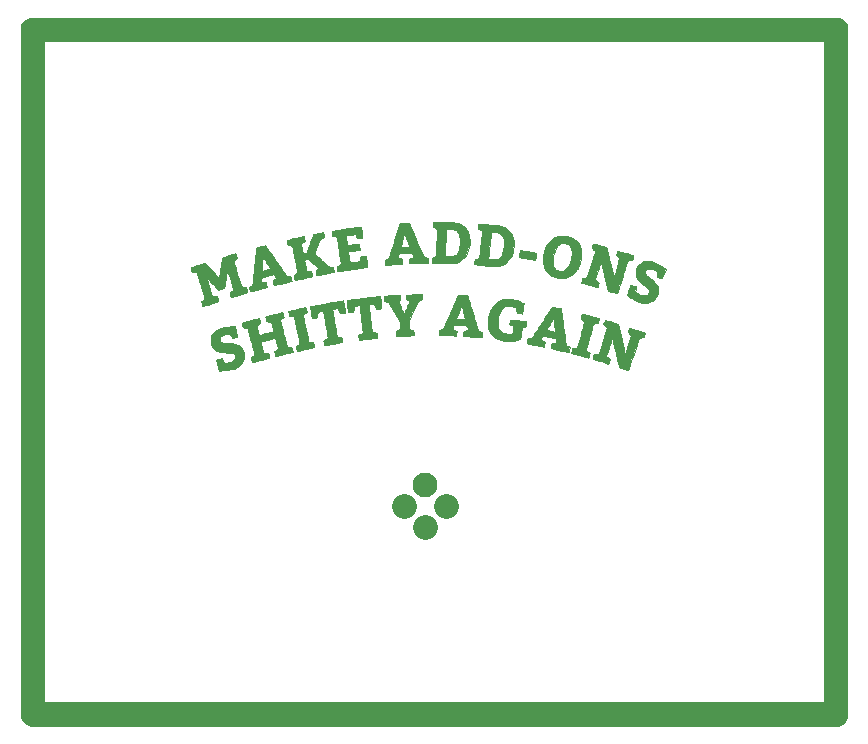
<source format=gts>
G04 #@! TF.FileFunction,Soldermask,Top*
%FSLAX46Y46*%
G04 Gerber Fmt 4.6, Leading zero omitted, Abs format (unit mm)*
G04 Created by KiCad (PCBNEW 4.0.7) date 06/27/18 22:11:54*
%MOMM*%
%LPD*%
G01*
G04 APERTURE LIST*
%ADD10C,0.100000*%
%ADD11C,0.010000*%
%ADD12C,2.100000*%
%ADD13C,2.100000*%
G04 APERTURE END LIST*
D10*
D11*
G36*
X172279683Y-60272084D02*
X173692059Y-60272088D01*
X175063317Y-60272096D01*
X176394067Y-60272109D01*
X177684917Y-60272126D01*
X178936474Y-60272149D01*
X180149348Y-60272178D01*
X181324146Y-60272214D01*
X182461476Y-60272258D01*
X183561947Y-60272310D01*
X184626168Y-60272371D01*
X185654745Y-60272442D01*
X186648288Y-60272523D01*
X187607405Y-60272615D01*
X188532703Y-60272719D01*
X189424792Y-60272835D01*
X190284280Y-60272964D01*
X191111774Y-60273106D01*
X191907882Y-60273263D01*
X192673215Y-60273434D01*
X193408378Y-60273622D01*
X194113981Y-60273825D01*
X194790632Y-60274046D01*
X195438939Y-60274284D01*
X196059510Y-60274540D01*
X196652954Y-60274815D01*
X197219879Y-60275110D01*
X197760893Y-60275425D01*
X198276604Y-60275761D01*
X198767621Y-60276118D01*
X199234551Y-60276498D01*
X199678003Y-60276900D01*
X200098586Y-60277326D01*
X200496907Y-60277777D01*
X200873575Y-60278252D01*
X201229197Y-60278753D01*
X201564383Y-60279280D01*
X201879740Y-60279833D01*
X202175877Y-60280415D01*
X202453402Y-60281024D01*
X202712922Y-60281663D01*
X202955048Y-60282330D01*
X203180385Y-60283028D01*
X203389544Y-60283757D01*
X203583132Y-60284518D01*
X203761756Y-60285310D01*
X203926027Y-60286136D01*
X204076551Y-60286995D01*
X204213937Y-60287888D01*
X204338794Y-60288815D01*
X204451729Y-60289779D01*
X204553350Y-60290778D01*
X204644267Y-60291815D01*
X204725087Y-60292888D01*
X204796418Y-60294000D01*
X204858868Y-60295151D01*
X204913047Y-60296341D01*
X204959562Y-60297571D01*
X204999021Y-60298842D01*
X205032033Y-60300155D01*
X205059206Y-60301509D01*
X205081147Y-60302907D01*
X205098466Y-60304348D01*
X205111771Y-60305832D01*
X205121669Y-60307362D01*
X205128769Y-60308937D01*
X205130600Y-60309467D01*
X205291240Y-60379542D01*
X205443687Y-60484506D01*
X205580097Y-60616916D01*
X205692625Y-60769327D01*
X205764349Y-60910803D01*
X205814083Y-61034083D01*
X205819595Y-90191166D01*
X205819860Y-91654026D01*
X205820096Y-93074898D01*
X205820301Y-94454130D01*
X205820475Y-95792069D01*
X205820619Y-97089059D01*
X205820731Y-98345449D01*
X205820813Y-99561584D01*
X205820863Y-100737811D01*
X205820881Y-101874476D01*
X205820868Y-102971926D01*
X205820823Y-104030507D01*
X205820745Y-105050566D01*
X205820635Y-106032448D01*
X205820492Y-106976502D01*
X205820317Y-107883072D01*
X205820108Y-108752506D01*
X205819866Y-109585149D01*
X205819591Y-110381349D01*
X205819282Y-111141452D01*
X205818939Y-111865804D01*
X205818563Y-112554751D01*
X205818151Y-113208641D01*
X205817706Y-113827820D01*
X205817225Y-114412633D01*
X205816710Y-114963428D01*
X205816160Y-115480551D01*
X205815574Y-115964348D01*
X205814953Y-116415166D01*
X205814296Y-116833352D01*
X205813603Y-117219251D01*
X205812874Y-117573210D01*
X205812108Y-117895576D01*
X205811307Y-118186695D01*
X205810468Y-118446914D01*
X205809592Y-118676579D01*
X205808679Y-118876036D01*
X205807729Y-119045632D01*
X205806741Y-119185713D01*
X205805716Y-119296626D01*
X205804652Y-119378718D01*
X205803550Y-119432334D01*
X205802410Y-119457821D01*
X205802164Y-119459641D01*
X205742939Y-119645823D01*
X205648011Y-119815793D01*
X205522424Y-119964819D01*
X205371223Y-120088167D01*
X205199450Y-120181105D01*
X205012152Y-120238900D01*
X204962524Y-120247443D01*
X204936045Y-120248224D01*
X204868099Y-120248988D01*
X204759548Y-120249735D01*
X204611258Y-120250465D01*
X204424091Y-120251178D01*
X204198912Y-120251875D01*
X203936585Y-120252554D01*
X203637974Y-120253218D01*
X203303942Y-120253864D01*
X202935354Y-120254493D01*
X202533073Y-120255106D01*
X202097964Y-120255703D01*
X201630890Y-120256282D01*
X201132715Y-120256845D01*
X200604304Y-120257391D01*
X200046519Y-120257921D01*
X199460225Y-120258434D01*
X198846287Y-120258930D01*
X198205567Y-120259410D01*
X197538929Y-120259873D01*
X196847239Y-120260320D01*
X196131359Y-120260750D01*
X195392153Y-120261163D01*
X194630486Y-120261561D01*
X193847221Y-120261941D01*
X193043222Y-120262305D01*
X192219353Y-120262653D01*
X191376479Y-120262984D01*
X190515462Y-120263299D01*
X189637168Y-120263597D01*
X188742459Y-120263879D01*
X187832200Y-120264145D01*
X186907254Y-120264394D01*
X185968486Y-120264627D01*
X185016760Y-120264844D01*
X184052939Y-120265044D01*
X183077887Y-120265228D01*
X182092469Y-120265395D01*
X181097547Y-120265547D01*
X180093987Y-120265682D01*
X179082652Y-120265800D01*
X178064406Y-120265903D01*
X177040112Y-120265989D01*
X176010635Y-120266060D01*
X174976839Y-120266114D01*
X173939588Y-120266151D01*
X172899745Y-120266173D01*
X171858174Y-120266179D01*
X170815740Y-120266168D01*
X169773306Y-120266141D01*
X168731736Y-120266099D01*
X167691894Y-120266040D01*
X166654644Y-120265965D01*
X165620850Y-120265874D01*
X164591376Y-120265767D01*
X163567086Y-120265644D01*
X162548843Y-120265505D01*
X161537512Y-120265350D01*
X160533957Y-120265179D01*
X159539041Y-120264992D01*
X158553628Y-120264789D01*
X157578583Y-120264571D01*
X156614768Y-120264336D01*
X155663049Y-120264086D01*
X154724289Y-120263819D01*
X153799352Y-120263537D01*
X152889102Y-120263239D01*
X151994402Y-120262925D01*
X151116117Y-120262595D01*
X150255111Y-120262250D01*
X149412247Y-120261888D01*
X148588390Y-120261511D01*
X147784403Y-120261118D01*
X147001150Y-120260710D01*
X146239496Y-120260285D01*
X145500303Y-120259845D01*
X144784437Y-120259390D01*
X144092761Y-120258918D01*
X143426138Y-120258431D01*
X142785434Y-120257929D01*
X142171511Y-120257410D01*
X141585233Y-120256876D01*
X141027465Y-120256327D01*
X140499071Y-120255762D01*
X140000914Y-120255181D01*
X139533858Y-120254585D01*
X139098768Y-120253973D01*
X138696506Y-120253346D01*
X138327938Y-120252703D01*
X137993927Y-120252045D01*
X137695336Y-120251371D01*
X137433031Y-120250682D01*
X137207874Y-120249977D01*
X137020729Y-120249257D01*
X136872462Y-120248522D01*
X136763934Y-120247771D01*
X136696012Y-120247005D01*
X136669557Y-120246223D01*
X136669550Y-120246222D01*
X136489552Y-120199173D01*
X136320409Y-120115470D01*
X136167701Y-120000462D01*
X136037008Y-119859497D01*
X135933909Y-119697925D01*
X135863986Y-119521094D01*
X135849006Y-119459641D01*
X135847857Y-119440047D01*
X135846748Y-119392374D01*
X135845676Y-119316276D01*
X135844642Y-119211407D01*
X135843647Y-119077421D01*
X135842689Y-118913972D01*
X135841768Y-118720714D01*
X135840884Y-118497302D01*
X135840088Y-118258166D01*
X137816150Y-118258166D01*
X203835015Y-118258166D01*
X203829716Y-90259958D01*
X203824416Y-62261750D01*
X137826750Y-62261750D01*
X137816150Y-118258166D01*
X135840088Y-118258166D01*
X135840038Y-118243389D01*
X135839228Y-117958629D01*
X135838455Y-117642676D01*
X135837719Y-117295185D01*
X135837018Y-116915809D01*
X135836354Y-116504202D01*
X135835725Y-116060019D01*
X135835132Y-115582913D01*
X135834574Y-115072538D01*
X135834051Y-114528550D01*
X135833564Y-113950600D01*
X135833111Y-113338345D01*
X135832692Y-112691436D01*
X135832308Y-112009530D01*
X135831958Y-111292279D01*
X135831642Y-110539338D01*
X135831360Y-109750360D01*
X135831111Y-108925001D01*
X135830896Y-108062913D01*
X135830713Y-107163751D01*
X135830564Y-106227169D01*
X135830447Y-105252820D01*
X135830362Y-104240360D01*
X135830310Y-103189441D01*
X135830290Y-102099719D01*
X135830302Y-100970846D01*
X135830346Y-99802478D01*
X135830421Y-98594267D01*
X135830527Y-97345869D01*
X135830664Y-96056937D01*
X135830832Y-94727125D01*
X135831031Y-93356087D01*
X135831260Y-91943478D01*
X135831519Y-90488950D01*
X135831575Y-90191166D01*
X135837083Y-61034083D01*
X135886816Y-60910803D01*
X135976632Y-60739922D01*
X136098392Y-60585936D01*
X136244804Y-60455784D01*
X136408578Y-60356402D01*
X136514416Y-60313681D01*
X136520076Y-60311914D01*
X136526513Y-60310197D01*
X136534340Y-60308531D01*
X136544165Y-60306914D01*
X136556599Y-60305345D01*
X136572254Y-60303824D01*
X136591739Y-60302350D01*
X136615664Y-60300923D01*
X136644640Y-60299541D01*
X136679278Y-60298204D01*
X136720188Y-60296911D01*
X136767980Y-60295662D01*
X136823265Y-60294455D01*
X136886653Y-60293290D01*
X136958755Y-60292166D01*
X137040180Y-60291083D01*
X137131540Y-60290039D01*
X137233445Y-60289034D01*
X137346505Y-60288068D01*
X137471331Y-60287139D01*
X137608533Y-60286246D01*
X137758721Y-60285390D01*
X137922506Y-60284569D01*
X138100499Y-60283782D01*
X138293309Y-60283029D01*
X138501547Y-60282309D01*
X138725824Y-60281621D01*
X138966750Y-60280965D01*
X139224936Y-60280340D01*
X139500991Y-60279745D01*
X139795526Y-60279179D01*
X140109152Y-60278641D01*
X140442480Y-60278132D01*
X140796118Y-60277649D01*
X141170679Y-60277193D01*
X141566772Y-60276763D01*
X141985007Y-60276357D01*
X142425996Y-60275976D01*
X142890349Y-60275618D01*
X143378675Y-60275282D01*
X143891586Y-60274969D01*
X144429691Y-60274676D01*
X144993602Y-60274404D01*
X145583929Y-60274152D01*
X146201281Y-60273919D01*
X146846270Y-60273704D01*
X147519506Y-60273506D01*
X148221600Y-60273326D01*
X148953161Y-60273161D01*
X149714800Y-60273011D01*
X150507128Y-60272876D01*
X151330754Y-60272755D01*
X152186291Y-60272646D01*
X153074347Y-60272550D01*
X153995533Y-60272466D01*
X154950460Y-60272392D01*
X155939738Y-60272329D01*
X156963977Y-60272275D01*
X158023789Y-60272229D01*
X159119782Y-60272191D01*
X160252569Y-60272161D01*
X161422758Y-60272136D01*
X162630962Y-60272118D01*
X163877789Y-60272104D01*
X165163850Y-60272094D01*
X166489757Y-60272088D01*
X167856118Y-60272085D01*
X169263546Y-60272083D01*
X170825583Y-60272083D01*
X172279683Y-60272084D01*
X172279683Y-60272084D01*
G37*
X172279683Y-60272084D02*
X173692059Y-60272088D01*
X175063317Y-60272096D01*
X176394067Y-60272109D01*
X177684917Y-60272126D01*
X178936474Y-60272149D01*
X180149348Y-60272178D01*
X181324146Y-60272214D01*
X182461476Y-60272258D01*
X183561947Y-60272310D01*
X184626168Y-60272371D01*
X185654745Y-60272442D01*
X186648288Y-60272523D01*
X187607405Y-60272615D01*
X188532703Y-60272719D01*
X189424792Y-60272835D01*
X190284280Y-60272964D01*
X191111774Y-60273106D01*
X191907882Y-60273263D01*
X192673215Y-60273434D01*
X193408378Y-60273622D01*
X194113981Y-60273825D01*
X194790632Y-60274046D01*
X195438939Y-60274284D01*
X196059510Y-60274540D01*
X196652954Y-60274815D01*
X197219879Y-60275110D01*
X197760893Y-60275425D01*
X198276604Y-60275761D01*
X198767621Y-60276118D01*
X199234551Y-60276498D01*
X199678003Y-60276900D01*
X200098586Y-60277326D01*
X200496907Y-60277777D01*
X200873575Y-60278252D01*
X201229197Y-60278753D01*
X201564383Y-60279280D01*
X201879740Y-60279833D01*
X202175877Y-60280415D01*
X202453402Y-60281024D01*
X202712922Y-60281663D01*
X202955048Y-60282330D01*
X203180385Y-60283028D01*
X203389544Y-60283757D01*
X203583132Y-60284518D01*
X203761756Y-60285310D01*
X203926027Y-60286136D01*
X204076551Y-60286995D01*
X204213937Y-60287888D01*
X204338794Y-60288815D01*
X204451729Y-60289779D01*
X204553350Y-60290778D01*
X204644267Y-60291815D01*
X204725087Y-60292888D01*
X204796418Y-60294000D01*
X204858868Y-60295151D01*
X204913047Y-60296341D01*
X204959562Y-60297571D01*
X204999021Y-60298842D01*
X205032033Y-60300155D01*
X205059206Y-60301509D01*
X205081147Y-60302907D01*
X205098466Y-60304348D01*
X205111771Y-60305832D01*
X205121669Y-60307362D01*
X205128769Y-60308937D01*
X205130600Y-60309467D01*
X205291240Y-60379542D01*
X205443687Y-60484506D01*
X205580097Y-60616916D01*
X205692625Y-60769327D01*
X205764349Y-60910803D01*
X205814083Y-61034083D01*
X205819595Y-90191166D01*
X205819860Y-91654026D01*
X205820096Y-93074898D01*
X205820301Y-94454130D01*
X205820475Y-95792069D01*
X205820619Y-97089059D01*
X205820731Y-98345449D01*
X205820813Y-99561584D01*
X205820863Y-100737811D01*
X205820881Y-101874476D01*
X205820868Y-102971926D01*
X205820823Y-104030507D01*
X205820745Y-105050566D01*
X205820635Y-106032448D01*
X205820492Y-106976502D01*
X205820317Y-107883072D01*
X205820108Y-108752506D01*
X205819866Y-109585149D01*
X205819591Y-110381349D01*
X205819282Y-111141452D01*
X205818939Y-111865804D01*
X205818563Y-112554751D01*
X205818151Y-113208641D01*
X205817706Y-113827820D01*
X205817225Y-114412633D01*
X205816710Y-114963428D01*
X205816160Y-115480551D01*
X205815574Y-115964348D01*
X205814953Y-116415166D01*
X205814296Y-116833352D01*
X205813603Y-117219251D01*
X205812874Y-117573210D01*
X205812108Y-117895576D01*
X205811307Y-118186695D01*
X205810468Y-118446914D01*
X205809592Y-118676579D01*
X205808679Y-118876036D01*
X205807729Y-119045632D01*
X205806741Y-119185713D01*
X205805716Y-119296626D01*
X205804652Y-119378718D01*
X205803550Y-119432334D01*
X205802410Y-119457821D01*
X205802164Y-119459641D01*
X205742939Y-119645823D01*
X205648011Y-119815793D01*
X205522424Y-119964819D01*
X205371223Y-120088167D01*
X205199450Y-120181105D01*
X205012152Y-120238900D01*
X204962524Y-120247443D01*
X204936045Y-120248224D01*
X204868099Y-120248988D01*
X204759548Y-120249735D01*
X204611258Y-120250465D01*
X204424091Y-120251178D01*
X204198912Y-120251875D01*
X203936585Y-120252554D01*
X203637974Y-120253218D01*
X203303942Y-120253864D01*
X202935354Y-120254493D01*
X202533073Y-120255106D01*
X202097964Y-120255703D01*
X201630890Y-120256282D01*
X201132715Y-120256845D01*
X200604304Y-120257391D01*
X200046519Y-120257921D01*
X199460225Y-120258434D01*
X198846287Y-120258930D01*
X198205567Y-120259410D01*
X197538929Y-120259873D01*
X196847239Y-120260320D01*
X196131359Y-120260750D01*
X195392153Y-120261163D01*
X194630486Y-120261561D01*
X193847221Y-120261941D01*
X193043222Y-120262305D01*
X192219353Y-120262653D01*
X191376479Y-120262984D01*
X190515462Y-120263299D01*
X189637168Y-120263597D01*
X188742459Y-120263879D01*
X187832200Y-120264145D01*
X186907254Y-120264394D01*
X185968486Y-120264627D01*
X185016760Y-120264844D01*
X184052939Y-120265044D01*
X183077887Y-120265228D01*
X182092469Y-120265395D01*
X181097547Y-120265547D01*
X180093987Y-120265682D01*
X179082652Y-120265800D01*
X178064406Y-120265903D01*
X177040112Y-120265989D01*
X176010635Y-120266060D01*
X174976839Y-120266114D01*
X173939588Y-120266151D01*
X172899745Y-120266173D01*
X171858174Y-120266179D01*
X170815740Y-120266168D01*
X169773306Y-120266141D01*
X168731736Y-120266099D01*
X167691894Y-120266040D01*
X166654644Y-120265965D01*
X165620850Y-120265874D01*
X164591376Y-120265767D01*
X163567086Y-120265644D01*
X162548843Y-120265505D01*
X161537512Y-120265350D01*
X160533957Y-120265179D01*
X159539041Y-120264992D01*
X158553628Y-120264789D01*
X157578583Y-120264571D01*
X156614768Y-120264336D01*
X155663049Y-120264086D01*
X154724289Y-120263819D01*
X153799352Y-120263537D01*
X152889102Y-120263239D01*
X151994402Y-120262925D01*
X151116117Y-120262595D01*
X150255111Y-120262250D01*
X149412247Y-120261888D01*
X148588390Y-120261511D01*
X147784403Y-120261118D01*
X147001150Y-120260710D01*
X146239496Y-120260285D01*
X145500303Y-120259845D01*
X144784437Y-120259390D01*
X144092761Y-120258918D01*
X143426138Y-120258431D01*
X142785434Y-120257929D01*
X142171511Y-120257410D01*
X141585233Y-120256876D01*
X141027465Y-120256327D01*
X140499071Y-120255762D01*
X140000914Y-120255181D01*
X139533858Y-120254585D01*
X139098768Y-120253973D01*
X138696506Y-120253346D01*
X138327938Y-120252703D01*
X137993927Y-120252045D01*
X137695336Y-120251371D01*
X137433031Y-120250682D01*
X137207874Y-120249977D01*
X137020729Y-120249257D01*
X136872462Y-120248522D01*
X136763934Y-120247771D01*
X136696012Y-120247005D01*
X136669557Y-120246223D01*
X136669550Y-120246222D01*
X136489552Y-120199173D01*
X136320409Y-120115470D01*
X136167701Y-120000462D01*
X136037008Y-119859497D01*
X135933909Y-119697925D01*
X135863986Y-119521094D01*
X135849006Y-119459641D01*
X135847857Y-119440047D01*
X135846748Y-119392374D01*
X135845676Y-119316276D01*
X135844642Y-119211407D01*
X135843647Y-119077421D01*
X135842689Y-118913972D01*
X135841768Y-118720714D01*
X135840884Y-118497302D01*
X135840088Y-118258166D01*
X137816150Y-118258166D01*
X203835015Y-118258166D01*
X203829716Y-90259958D01*
X203824416Y-62261750D01*
X137826750Y-62261750D01*
X137816150Y-118258166D01*
X135840088Y-118258166D01*
X135840038Y-118243389D01*
X135839228Y-117958629D01*
X135838455Y-117642676D01*
X135837719Y-117295185D01*
X135837018Y-116915809D01*
X135836354Y-116504202D01*
X135835725Y-116060019D01*
X135835132Y-115582913D01*
X135834574Y-115072538D01*
X135834051Y-114528550D01*
X135833564Y-113950600D01*
X135833111Y-113338345D01*
X135832692Y-112691436D01*
X135832308Y-112009530D01*
X135831958Y-111292279D01*
X135831642Y-110539338D01*
X135831360Y-109750360D01*
X135831111Y-108925001D01*
X135830896Y-108062913D01*
X135830713Y-107163751D01*
X135830564Y-106227169D01*
X135830447Y-105252820D01*
X135830362Y-104240360D01*
X135830310Y-103189441D01*
X135830290Y-102099719D01*
X135830302Y-100970846D01*
X135830346Y-99802478D01*
X135830421Y-98594267D01*
X135830527Y-97345869D01*
X135830664Y-96056937D01*
X135830832Y-94727125D01*
X135831031Y-93356087D01*
X135831260Y-91943478D01*
X135831519Y-90488950D01*
X135831575Y-90191166D01*
X135837083Y-61034083D01*
X135886816Y-60910803D01*
X135976632Y-60739922D01*
X136098392Y-60585936D01*
X136244804Y-60455784D01*
X136408578Y-60356402D01*
X136514416Y-60313681D01*
X136520076Y-60311914D01*
X136526513Y-60310197D01*
X136534340Y-60308531D01*
X136544165Y-60306914D01*
X136556599Y-60305345D01*
X136572254Y-60303824D01*
X136591739Y-60302350D01*
X136615664Y-60300923D01*
X136644640Y-60299541D01*
X136679278Y-60298204D01*
X136720188Y-60296911D01*
X136767980Y-60295662D01*
X136823265Y-60294455D01*
X136886653Y-60293290D01*
X136958755Y-60292166D01*
X137040180Y-60291083D01*
X137131540Y-60290039D01*
X137233445Y-60289034D01*
X137346505Y-60288068D01*
X137471331Y-60287139D01*
X137608533Y-60286246D01*
X137758721Y-60285390D01*
X137922506Y-60284569D01*
X138100499Y-60283782D01*
X138293309Y-60283029D01*
X138501547Y-60282309D01*
X138725824Y-60281621D01*
X138966750Y-60280965D01*
X139224936Y-60280340D01*
X139500991Y-60279745D01*
X139795526Y-60279179D01*
X140109152Y-60278641D01*
X140442480Y-60278132D01*
X140796118Y-60277649D01*
X141170679Y-60277193D01*
X141566772Y-60276763D01*
X141985007Y-60276357D01*
X142425996Y-60275976D01*
X142890349Y-60275618D01*
X143378675Y-60275282D01*
X143891586Y-60274969D01*
X144429691Y-60274676D01*
X144993602Y-60274404D01*
X145583929Y-60274152D01*
X146201281Y-60273919D01*
X146846270Y-60273704D01*
X147519506Y-60273506D01*
X148221600Y-60273326D01*
X148953161Y-60273161D01*
X149714800Y-60273011D01*
X150507128Y-60272876D01*
X151330754Y-60272755D01*
X152186291Y-60272646D01*
X153074347Y-60272550D01*
X153995533Y-60272466D01*
X154950460Y-60272392D01*
X155939738Y-60272329D01*
X156963977Y-60272275D01*
X158023789Y-60272229D01*
X159119782Y-60272191D01*
X160252569Y-60272161D01*
X161422758Y-60272136D01*
X162630962Y-60272118D01*
X163877789Y-60272104D01*
X165163850Y-60272094D01*
X166489757Y-60272088D01*
X167856118Y-60272085D01*
X169263546Y-60272083D01*
X170825583Y-60272083D01*
X172279683Y-60272084D01*
G36*
X154064633Y-86835556D02*
X154097702Y-86962988D01*
X154125435Y-87076392D01*
X154146435Y-87169497D01*
X154159309Y-87236030D01*
X154162662Y-87269721D01*
X154161759Y-87272368D01*
X154137360Y-87282899D01*
X154083302Y-87301502D01*
X154010682Y-87324785D01*
X153930595Y-87349358D01*
X153854134Y-87371831D01*
X153792396Y-87388814D01*
X153756474Y-87396915D01*
X153753352Y-87397171D01*
X153737694Y-87380482D01*
X153704964Y-87335481D01*
X153660519Y-87269761D01*
X153626427Y-87217250D01*
X153511399Y-87037333D01*
X153413672Y-87037333D01*
X153264150Y-87048958D01*
X153111836Y-87081243D01*
X152968752Y-87130303D01*
X152846915Y-87192251D01*
X152779411Y-87242369D01*
X152703010Y-87334348D01*
X152664276Y-87434453D01*
X152663955Y-87536375D01*
X152702795Y-87633808D01*
X152728846Y-87669380D01*
X152778409Y-87716935D01*
X152841107Y-87753527D01*
X152923414Y-87781028D01*
X153031801Y-87801311D01*
X153172744Y-87816251D01*
X153257250Y-87822290D01*
X153503820Y-87840376D01*
X153712766Y-87861624D01*
X153888755Y-87887304D01*
X154036452Y-87918687D01*
X154160525Y-87957045D01*
X154265641Y-88003646D01*
X154356466Y-88059762D01*
X154437667Y-88126663D01*
X154462173Y-88150348D01*
X154572425Y-88288634D01*
X154657768Y-88453474D01*
X154715817Y-88635579D01*
X154744184Y-88825660D01*
X154740485Y-89014426D01*
X154717053Y-89142676D01*
X154665813Y-89292929D01*
X154591539Y-89428743D01*
X154487425Y-89561357D01*
X154421778Y-89630250D01*
X154294498Y-89746169D01*
X154165466Y-89838355D01*
X154021785Y-89914603D01*
X153850558Y-89982706D01*
X153822501Y-89992427D01*
X153618412Y-90053668D01*
X153411136Y-90097746D01*
X153188093Y-90126798D01*
X152936705Y-90142961D01*
X152936249Y-90142978D01*
X152636414Y-90154548D01*
X152572115Y-89945316D01*
X152513746Y-89753144D01*
X152465063Y-89588205D01*
X152426758Y-89453019D01*
X152399520Y-89350107D01*
X152384040Y-89281989D01*
X152381008Y-89251186D01*
X152381660Y-89249950D01*
X152409316Y-89236192D01*
X152465745Y-89216651D01*
X152541144Y-89193918D01*
X152625709Y-89170586D01*
X152709638Y-89149248D01*
X152783127Y-89132497D01*
X152836374Y-89122924D01*
X152859575Y-89123122D01*
X152859798Y-89123503D01*
X152872441Y-89150108D01*
X152899998Y-89204433D01*
X152937531Y-89276807D01*
X152956394Y-89312750D01*
X153045583Y-89482083D01*
X153175751Y-89488329D01*
X153327374Y-89481401D01*
X153489522Y-89450204D01*
X153641630Y-89399204D01*
X153690574Y-89376550D01*
X153818170Y-89297047D01*
X153913951Y-89206292D01*
X153976293Y-89108581D01*
X154003571Y-89008212D01*
X153994160Y-88909480D01*
X153946435Y-88816684D01*
X153915565Y-88781498D01*
X153857718Y-88735459D01*
X153783700Y-88699811D01*
X153687657Y-88673116D01*
X153563733Y-88653939D01*
X153406073Y-88640842D01*
X153325300Y-88636671D01*
X153092150Y-88620738D01*
X152878913Y-88595088D01*
X152691249Y-88560736D01*
X152534818Y-88518696D01*
X152426284Y-88475555D01*
X152265231Y-88373851D01*
X152132789Y-88241285D01*
X152028778Y-88077598D01*
X151953014Y-87882532D01*
X151923055Y-87760468D01*
X151900317Y-87564917D01*
X151915371Y-87384520D01*
X151969351Y-87215721D01*
X152063392Y-87054963D01*
X152197654Y-86899657D01*
X152374229Y-86753119D01*
X152583133Y-86631910D01*
X152822267Y-86536721D01*
X153089534Y-86468246D01*
X153382835Y-86427178D01*
X153668123Y-86414217D01*
X153951996Y-86412916D01*
X154064633Y-86835556D01*
X154064633Y-86835556D01*
G37*
X154064633Y-86835556D02*
X154097702Y-86962988D01*
X154125435Y-87076392D01*
X154146435Y-87169497D01*
X154159309Y-87236030D01*
X154162662Y-87269721D01*
X154161759Y-87272368D01*
X154137360Y-87282899D01*
X154083302Y-87301502D01*
X154010682Y-87324785D01*
X153930595Y-87349358D01*
X153854134Y-87371831D01*
X153792396Y-87388814D01*
X153756474Y-87396915D01*
X153753352Y-87397171D01*
X153737694Y-87380482D01*
X153704964Y-87335481D01*
X153660519Y-87269761D01*
X153626427Y-87217250D01*
X153511399Y-87037333D01*
X153413672Y-87037333D01*
X153264150Y-87048958D01*
X153111836Y-87081243D01*
X152968752Y-87130303D01*
X152846915Y-87192251D01*
X152779411Y-87242369D01*
X152703010Y-87334348D01*
X152664276Y-87434453D01*
X152663955Y-87536375D01*
X152702795Y-87633808D01*
X152728846Y-87669380D01*
X152778409Y-87716935D01*
X152841107Y-87753527D01*
X152923414Y-87781028D01*
X153031801Y-87801311D01*
X153172744Y-87816251D01*
X153257250Y-87822290D01*
X153503820Y-87840376D01*
X153712766Y-87861624D01*
X153888755Y-87887304D01*
X154036452Y-87918687D01*
X154160525Y-87957045D01*
X154265641Y-88003646D01*
X154356466Y-88059762D01*
X154437667Y-88126663D01*
X154462173Y-88150348D01*
X154572425Y-88288634D01*
X154657768Y-88453474D01*
X154715817Y-88635579D01*
X154744184Y-88825660D01*
X154740485Y-89014426D01*
X154717053Y-89142676D01*
X154665813Y-89292929D01*
X154591539Y-89428743D01*
X154487425Y-89561357D01*
X154421778Y-89630250D01*
X154294498Y-89746169D01*
X154165466Y-89838355D01*
X154021785Y-89914603D01*
X153850558Y-89982706D01*
X153822501Y-89992427D01*
X153618412Y-90053668D01*
X153411136Y-90097746D01*
X153188093Y-90126798D01*
X152936705Y-90142961D01*
X152936249Y-90142978D01*
X152636414Y-90154548D01*
X152572115Y-89945316D01*
X152513746Y-89753144D01*
X152465063Y-89588205D01*
X152426758Y-89453019D01*
X152399520Y-89350107D01*
X152384040Y-89281989D01*
X152381008Y-89251186D01*
X152381660Y-89249950D01*
X152409316Y-89236192D01*
X152465745Y-89216651D01*
X152541144Y-89193918D01*
X152625709Y-89170586D01*
X152709638Y-89149248D01*
X152783127Y-89132497D01*
X152836374Y-89122924D01*
X152859575Y-89123122D01*
X152859798Y-89123503D01*
X152872441Y-89150108D01*
X152899998Y-89204433D01*
X152937531Y-89276807D01*
X152956394Y-89312750D01*
X153045583Y-89482083D01*
X153175751Y-89488329D01*
X153327374Y-89481401D01*
X153489522Y-89450204D01*
X153641630Y-89399204D01*
X153690574Y-89376550D01*
X153818170Y-89297047D01*
X153913951Y-89206292D01*
X153976293Y-89108581D01*
X154003571Y-89008212D01*
X153994160Y-88909480D01*
X153946435Y-88816684D01*
X153915565Y-88781498D01*
X153857718Y-88735459D01*
X153783700Y-88699811D01*
X153687657Y-88673116D01*
X153563733Y-88653939D01*
X153406073Y-88640842D01*
X153325300Y-88636671D01*
X153092150Y-88620738D01*
X152878913Y-88595088D01*
X152691249Y-88560736D01*
X152534818Y-88518696D01*
X152426284Y-88475555D01*
X152265231Y-88373851D01*
X152132789Y-88241285D01*
X152028778Y-88077598D01*
X151953014Y-87882532D01*
X151923055Y-87760468D01*
X151900317Y-87564917D01*
X151915371Y-87384520D01*
X151969351Y-87215721D01*
X152063392Y-87054963D01*
X152197654Y-86899657D01*
X152374229Y-86753119D01*
X152583133Y-86631910D01*
X152822267Y-86536721D01*
X153089534Y-86468246D01*
X153382835Y-86427178D01*
X153668123Y-86414217D01*
X153951996Y-86412916D01*
X154064633Y-86835556D01*
G36*
X185343595Y-85883700D02*
X185405904Y-85899428D01*
X185497373Y-85924585D01*
X185612375Y-85957586D01*
X185745283Y-85996847D01*
X185885666Y-86039315D01*
X186425416Y-86204413D01*
X186701711Y-87462248D01*
X186751136Y-87686971D01*
X186798035Y-87899649D01*
X186841594Y-88096640D01*
X186881003Y-88274297D01*
X186915450Y-88428977D01*
X186944123Y-88557035D01*
X186966210Y-88654826D01*
X186980900Y-88718707D01*
X186987380Y-88745031D01*
X186987461Y-88745261D01*
X186995797Y-88731450D01*
X187015597Y-88681428D01*
X187045432Y-88599309D01*
X187083875Y-88489204D01*
X187129496Y-88355226D01*
X187180866Y-88201487D01*
X187236556Y-88032098D01*
X187255895Y-87972678D01*
X187514873Y-87174916D01*
X187456637Y-87122000D01*
X187405395Y-87076890D01*
X187340651Y-87021752D01*
X187307678Y-86994300D01*
X187216955Y-86919516D01*
X187273026Y-86740300D01*
X187299668Y-86658401D01*
X187323060Y-86592342D01*
X187339509Y-86552321D01*
X187343472Y-86545717D01*
X187365504Y-86548712D01*
X187422133Y-86562502D01*
X187507516Y-86585357D01*
X187615812Y-86615548D01*
X187741179Y-86651344D01*
X187877774Y-86691018D01*
X188019757Y-86732838D01*
X188161285Y-86775075D01*
X188296517Y-86816001D01*
X188419610Y-86853885D01*
X188524723Y-86886997D01*
X188606014Y-86913609D01*
X188657640Y-86931991D01*
X188673555Y-86939499D01*
X188672013Y-86962691D01*
X188659723Y-87016961D01*
X188638934Y-87093097D01*
X188622872Y-87146897D01*
X188562144Y-87344250D01*
X188157322Y-87380590D01*
X187713847Y-88748712D01*
X187615406Y-89051293D01*
X187529069Y-89314278D01*
X187454533Y-89538543D01*
X187391495Y-89724966D01*
X187339650Y-89874425D01*
X187298696Y-89987796D01*
X187268329Y-90065958D01*
X187248246Y-90109787D01*
X187239477Y-90120711D01*
X187210175Y-90115529D01*
X187147884Y-90098756D01*
X187059677Y-90072490D01*
X186952624Y-90038827D01*
X186848750Y-90004851D01*
X186733157Y-89966390D01*
X186632468Y-89932897D01*
X186553143Y-89906518D01*
X186501639Y-89889402D01*
X186484394Y-89883686D01*
X186479088Y-89863362D01*
X186465361Y-89805279D01*
X186444021Y-89712997D01*
X186415879Y-89590071D01*
X186381743Y-89440059D01*
X186342423Y-89266518D01*
X186298727Y-89073005D01*
X186251466Y-88863077D01*
X186201449Y-88640291D01*
X186199085Y-88629746D01*
X186148865Y-88406986D01*
X186101063Y-88197385D01*
X186056513Y-88004442D01*
X186016049Y-87831652D01*
X185980505Y-87682512D01*
X185950715Y-87560521D01*
X185927512Y-87469173D01*
X185911732Y-87411967D01*
X185904207Y-87392400D01*
X185904043Y-87392491D01*
X185894822Y-87415024D01*
X185874455Y-87472471D01*
X185844708Y-87559430D01*
X185807349Y-87670498D01*
X185764142Y-87800274D01*
X185716853Y-87943354D01*
X185667249Y-88094338D01*
X185617095Y-88247822D01*
X185568158Y-88398404D01*
X185522203Y-88540682D01*
X185480996Y-88669254D01*
X185446304Y-88778717D01*
X185419892Y-88863670D01*
X185403526Y-88918709D01*
X185398833Y-88937973D01*
X185415087Y-88957125D01*
X185458640Y-88993590D01*
X185521672Y-89041034D01*
X185557583Y-89066568D01*
X185627176Y-89116095D01*
X185681256Y-89156368D01*
X185712072Y-89181524D01*
X185716333Y-89186617D01*
X185710280Y-89209419D01*
X185693983Y-89263380D01*
X185670232Y-89339383D01*
X185652628Y-89394701D01*
X185588923Y-89593574D01*
X184920943Y-89375880D01*
X184760937Y-89323535D01*
X184614074Y-89275108D01*
X184485131Y-89232203D01*
X184378884Y-89196425D01*
X184300111Y-89169379D01*
X184253588Y-89152671D01*
X184242810Y-89148032D01*
X184244183Y-89124732D01*
X184256217Y-89070493D01*
X184276671Y-88994696D01*
X184291019Y-88946163D01*
X184320044Y-88853523D01*
X184345969Y-88792285D01*
X184378002Y-88755905D01*
X184425351Y-88737840D01*
X184497226Y-88731547D01*
X184594500Y-88730522D01*
X184753250Y-88729800D01*
X185470656Y-86507076D01*
X185387119Y-86438857D01*
X185320315Y-86382825D01*
X185253336Y-86324427D01*
X185234143Y-86307110D01*
X185164702Y-86243583D01*
X185225468Y-86063666D01*
X185256734Y-85979982D01*
X185286218Y-85916775D01*
X185309735Y-85882576D01*
X185316075Y-85878983D01*
X185343595Y-85883700D01*
X185343595Y-85883700D01*
G37*
X185343595Y-85883700D02*
X185405904Y-85899428D01*
X185497373Y-85924585D01*
X185612375Y-85957586D01*
X185745283Y-85996847D01*
X185885666Y-86039315D01*
X186425416Y-86204413D01*
X186701711Y-87462248D01*
X186751136Y-87686971D01*
X186798035Y-87899649D01*
X186841594Y-88096640D01*
X186881003Y-88274297D01*
X186915450Y-88428977D01*
X186944123Y-88557035D01*
X186966210Y-88654826D01*
X186980900Y-88718707D01*
X186987380Y-88745031D01*
X186987461Y-88745261D01*
X186995797Y-88731450D01*
X187015597Y-88681428D01*
X187045432Y-88599309D01*
X187083875Y-88489204D01*
X187129496Y-88355226D01*
X187180866Y-88201487D01*
X187236556Y-88032098D01*
X187255895Y-87972678D01*
X187514873Y-87174916D01*
X187456637Y-87122000D01*
X187405395Y-87076890D01*
X187340651Y-87021752D01*
X187307678Y-86994300D01*
X187216955Y-86919516D01*
X187273026Y-86740300D01*
X187299668Y-86658401D01*
X187323060Y-86592342D01*
X187339509Y-86552321D01*
X187343472Y-86545717D01*
X187365504Y-86548712D01*
X187422133Y-86562502D01*
X187507516Y-86585357D01*
X187615812Y-86615548D01*
X187741179Y-86651344D01*
X187877774Y-86691018D01*
X188019757Y-86732838D01*
X188161285Y-86775075D01*
X188296517Y-86816001D01*
X188419610Y-86853885D01*
X188524723Y-86886997D01*
X188606014Y-86913609D01*
X188657640Y-86931991D01*
X188673555Y-86939499D01*
X188672013Y-86962691D01*
X188659723Y-87016961D01*
X188638934Y-87093097D01*
X188622872Y-87146897D01*
X188562144Y-87344250D01*
X188157322Y-87380590D01*
X187713847Y-88748712D01*
X187615406Y-89051293D01*
X187529069Y-89314278D01*
X187454533Y-89538543D01*
X187391495Y-89724966D01*
X187339650Y-89874425D01*
X187298696Y-89987796D01*
X187268329Y-90065958D01*
X187248246Y-90109787D01*
X187239477Y-90120711D01*
X187210175Y-90115529D01*
X187147884Y-90098756D01*
X187059677Y-90072490D01*
X186952624Y-90038827D01*
X186848750Y-90004851D01*
X186733157Y-89966390D01*
X186632468Y-89932897D01*
X186553143Y-89906518D01*
X186501639Y-89889402D01*
X186484394Y-89883686D01*
X186479088Y-89863362D01*
X186465361Y-89805279D01*
X186444021Y-89712997D01*
X186415879Y-89590071D01*
X186381743Y-89440059D01*
X186342423Y-89266518D01*
X186298727Y-89073005D01*
X186251466Y-88863077D01*
X186201449Y-88640291D01*
X186199085Y-88629746D01*
X186148865Y-88406986D01*
X186101063Y-88197385D01*
X186056513Y-88004442D01*
X186016049Y-87831652D01*
X185980505Y-87682512D01*
X185950715Y-87560521D01*
X185927512Y-87469173D01*
X185911732Y-87411967D01*
X185904207Y-87392400D01*
X185904043Y-87392491D01*
X185894822Y-87415024D01*
X185874455Y-87472471D01*
X185844708Y-87559430D01*
X185807349Y-87670498D01*
X185764142Y-87800274D01*
X185716853Y-87943354D01*
X185667249Y-88094338D01*
X185617095Y-88247822D01*
X185568158Y-88398404D01*
X185522203Y-88540682D01*
X185480996Y-88669254D01*
X185446304Y-88778717D01*
X185419892Y-88863670D01*
X185403526Y-88918709D01*
X185398833Y-88937973D01*
X185415087Y-88957125D01*
X185458640Y-88993590D01*
X185521672Y-89041034D01*
X185557583Y-89066568D01*
X185627176Y-89116095D01*
X185681256Y-89156368D01*
X185712072Y-89181524D01*
X185716333Y-89186617D01*
X185710280Y-89209419D01*
X185693983Y-89263380D01*
X185670232Y-89339383D01*
X185652628Y-89394701D01*
X185588923Y-89593574D01*
X184920943Y-89375880D01*
X184760937Y-89323535D01*
X184614074Y-89275108D01*
X184485131Y-89232203D01*
X184378884Y-89196425D01*
X184300111Y-89169379D01*
X184253588Y-89152671D01*
X184242810Y-89148032D01*
X184244183Y-89124732D01*
X184256217Y-89070493D01*
X184276671Y-88994696D01*
X184291019Y-88946163D01*
X184320044Y-88853523D01*
X184345969Y-88792285D01*
X184378002Y-88755905D01*
X184425351Y-88737840D01*
X184497226Y-88731547D01*
X184594500Y-88730522D01*
X184753250Y-88729800D01*
X185470656Y-86507076D01*
X185387119Y-86438857D01*
X185320315Y-86382825D01*
X185253336Y-86324427D01*
X185234143Y-86307110D01*
X185164702Y-86243583D01*
X185225468Y-86063666D01*
X185256734Y-85979982D01*
X185286218Y-85916775D01*
X185309735Y-85882576D01*
X185316075Y-85878983D01*
X185343595Y-85883700D01*
G36*
X158000873Y-85239161D02*
X158018398Y-85296283D01*
X158038172Y-85370733D01*
X158057485Y-85451168D01*
X158073631Y-85526248D01*
X158083901Y-85584631D01*
X158085589Y-85614976D01*
X158085099Y-85616174D01*
X158064363Y-85634793D01*
X158017467Y-85670852D01*
X157953098Y-85717754D01*
X157926406Y-85736665D01*
X157845990Y-85797685D01*
X157798469Y-85844082D01*
X157786159Y-85873166D01*
X157792938Y-85899226D01*
X157809197Y-85962386D01*
X157833935Y-86058735D01*
X157866147Y-86184358D01*
X157904832Y-86335342D01*
X157948987Y-86507774D01*
X157997608Y-86697741D01*
X158049693Y-86901328D01*
X158073650Y-86995000D01*
X158127007Y-87202840D01*
X158177584Y-87398313D01*
X158224359Y-87577574D01*
X158266309Y-87736777D01*
X158302413Y-87872076D01*
X158331648Y-87979624D01*
X158352992Y-88055577D01*
X158365422Y-88096087D01*
X158367849Y-88101745D01*
X158394709Y-88110674D01*
X158453132Y-88120178D01*
X158532401Y-88128661D01*
X158566668Y-88131349D01*
X158750062Y-88144292D01*
X158772342Y-88231104D01*
X158791659Y-88304292D01*
X158815325Y-88391227D01*
X158826480Y-88431316D01*
X158842168Y-88495279D01*
X158849145Y-88541063D01*
X158847532Y-88555522D01*
X158825519Y-88562959D01*
X158768244Y-88579343D01*
X158681469Y-88603168D01*
X158570956Y-88632931D01*
X158442467Y-88667127D01*
X158301762Y-88704251D01*
X158154604Y-88742799D01*
X158006754Y-88781266D01*
X157863974Y-88818149D01*
X157732026Y-88851941D01*
X157616670Y-88881140D01*
X157523669Y-88904239D01*
X157458784Y-88919736D01*
X157428790Y-88925996D01*
X157407891Y-88923274D01*
X157390213Y-88903691D01*
X157372288Y-88860094D01*
X157350647Y-88785332D01*
X157339190Y-88741250D01*
X157317855Y-88656377D01*
X157301158Y-88587436D01*
X157291484Y-88544398D01*
X157290022Y-88535626D01*
X157306452Y-88518387D01*
X157350992Y-88484580D01*
X157415789Y-88439969D01*
X157457078Y-88413005D01*
X157624656Y-88305508D01*
X157587719Y-88174129D01*
X157569217Y-88106118D01*
X157543412Y-88008280D01*
X157513236Y-87891866D01*
X157481617Y-87768125D01*
X157469438Y-87719958D01*
X157440415Y-87609908D01*
X157413179Y-87515977D01*
X157389948Y-87445128D01*
X157372941Y-87404327D01*
X157366647Y-87397166D01*
X157342615Y-87402165D01*
X157283890Y-87416098D01*
X157196784Y-87437374D01*
X157087607Y-87464401D01*
X156962670Y-87495585D01*
X156828284Y-87529334D01*
X156690761Y-87564056D01*
X156556409Y-87598158D01*
X156431542Y-87630047D01*
X156322469Y-87658132D01*
X156235502Y-87680819D01*
X156176951Y-87696517D01*
X156154911Y-87702938D01*
X156151481Y-87726312D01*
X156160262Y-87789221D01*
X156181066Y-87890725D01*
X156213705Y-88029882D01*
X156246909Y-88162596D01*
X156280932Y-88294562D01*
X156311896Y-88412266D01*
X156338160Y-88509669D01*
X156358086Y-88580731D01*
X156370034Y-88619415D01*
X156372330Y-88624610D01*
X156396572Y-88630277D01*
X156453070Y-88636783D01*
X156531790Y-88643083D01*
X156575412Y-88645777D01*
X156768409Y-88656583D01*
X156816841Y-88847083D01*
X156837296Y-88932849D01*
X156851695Y-89003720D01*
X156858048Y-89049317D01*
X156857576Y-89059414D01*
X156834323Y-89076253D01*
X156782590Y-89096508D01*
X156736314Y-89109849D01*
X156660634Y-89129013D01*
X156558734Y-89154965D01*
X156436733Y-89186133D01*
X156300749Y-89220946D01*
X156156902Y-89257830D01*
X156011309Y-89295215D01*
X155870088Y-89331527D01*
X155739359Y-89365195D01*
X155625239Y-89394646D01*
X155533847Y-89418309D01*
X155471301Y-89434611D01*
X155443813Y-89441953D01*
X155417993Y-89438890D01*
X155398026Y-89406693D01*
X155384180Y-89361450D01*
X155363310Y-89280280D01*
X155342550Y-89198077D01*
X155339481Y-89185750D01*
X155323616Y-89123106D01*
X155310652Y-89074111D01*
X155308546Y-89066612D01*
X155315994Y-89040422D01*
X155353468Y-89003963D01*
X155424540Y-88954038D01*
X155457973Y-88932817D01*
X155529069Y-88886083D01*
X155583821Y-88845484D01*
X155613979Y-88817346D01*
X155617333Y-88810584D01*
X155612228Y-88786133D01*
X155597693Y-88725554D01*
X155574898Y-88633399D01*
X155545015Y-88514218D01*
X155509212Y-88372562D01*
X155468660Y-88212981D01*
X155424530Y-88040028D01*
X155377991Y-87858251D01*
X155330215Y-87672203D01*
X155282370Y-87486434D01*
X155235628Y-87305494D01*
X155191159Y-87133935D01*
X155150133Y-86976307D01*
X155113720Y-86837161D01*
X155083090Y-86721048D01*
X155059414Y-86632518D01*
X155043863Y-86576123D01*
X155037670Y-86556448D01*
X155014726Y-86550721D01*
X154959571Y-86541681D01*
X154882048Y-86530866D01*
X154839384Y-86525447D01*
X154648609Y-86501958D01*
X154596895Y-86309270D01*
X154571219Y-86204019D01*
X154560949Y-86136491D01*
X154565858Y-86105067D01*
X154567965Y-86103323D01*
X154593612Y-86094401D01*
X154653640Y-86076324D01*
X154742416Y-86050638D01*
X154854309Y-86018889D01*
X154983685Y-85982622D01*
X155124911Y-85943385D01*
X155272354Y-85902724D01*
X155420383Y-85862184D01*
X155563364Y-85823312D01*
X155695664Y-85787653D01*
X155811652Y-85756755D01*
X155905693Y-85732163D01*
X155972155Y-85715423D01*
X156005406Y-85708082D01*
X156008143Y-85708000D01*
X156015806Y-85731195D01*
X156030047Y-85784355D01*
X156048128Y-85856150D01*
X156067308Y-85935249D01*
X156084847Y-86010324D01*
X156098006Y-86070043D01*
X156104044Y-86103076D01*
X156104166Y-86105082D01*
X156088170Y-86126412D01*
X156045264Y-86165544D01*
X155983073Y-86215793D01*
X155945416Y-86244265D01*
X155876465Y-86296039D01*
X155822635Y-86337946D01*
X155791447Y-86364054D01*
X155786666Y-86369494D01*
X155791744Y-86393513D01*
X155805612Y-86450108D01*
X155826218Y-86531448D01*
X155851512Y-86629704D01*
X155879444Y-86737046D01*
X155907963Y-86845644D01*
X155935018Y-86947668D01*
X155958558Y-87035288D01*
X155976534Y-87100673D01*
X155986893Y-87135995D01*
X155988443Y-87139949D01*
X156009224Y-87136307D01*
X156064875Y-87123655D01*
X156149269Y-87103529D01*
X156256277Y-87077464D01*
X156379770Y-87046994D01*
X156513621Y-87013654D01*
X156651701Y-86978979D01*
X156787882Y-86944505D01*
X156916034Y-86911764D01*
X157030031Y-86882294D01*
X157123743Y-86857627D01*
X157191042Y-86839300D01*
X157206199Y-86834967D01*
X157216701Y-86826653D01*
X157220698Y-86806010D01*
X157217302Y-86767707D01*
X157205624Y-86706415D01*
X157184774Y-86616802D01*
X157153866Y-86493539D01*
X157140783Y-86442529D01*
X157108178Y-86320669D01*
X157077003Y-86212909D01*
X157049411Y-86126030D01*
X157027551Y-86066812D01*
X157013701Y-86042109D01*
X156980269Y-86032242D01*
X156916631Y-86021605D01*
X156834830Y-86012101D01*
X156809388Y-86009824D01*
X156633623Y-85995183D01*
X156613638Y-85918300D01*
X156582223Y-85796709D01*
X156560585Y-85709932D01*
X156547656Y-85651861D01*
X156542368Y-85616388D01*
X156543654Y-85597406D01*
X156550446Y-85588809D01*
X156555627Y-85586476D01*
X156607821Y-85569618D01*
X156690355Y-85545308D01*
X156797564Y-85515030D01*
X156923784Y-85480269D01*
X157063351Y-85442513D01*
X157210599Y-85403246D01*
X157359865Y-85363954D01*
X157505483Y-85326123D01*
X157641791Y-85291238D01*
X157763122Y-85260786D01*
X157863813Y-85236252D01*
X157938200Y-85219121D01*
X157980617Y-85210879D01*
X157988302Y-85210708D01*
X158000873Y-85239161D01*
X158000873Y-85239161D01*
G37*
X158000873Y-85239161D02*
X158018398Y-85296283D01*
X158038172Y-85370733D01*
X158057485Y-85451168D01*
X158073631Y-85526248D01*
X158083901Y-85584631D01*
X158085589Y-85614976D01*
X158085099Y-85616174D01*
X158064363Y-85634793D01*
X158017467Y-85670852D01*
X157953098Y-85717754D01*
X157926406Y-85736665D01*
X157845990Y-85797685D01*
X157798469Y-85844082D01*
X157786159Y-85873166D01*
X157792938Y-85899226D01*
X157809197Y-85962386D01*
X157833935Y-86058735D01*
X157866147Y-86184358D01*
X157904832Y-86335342D01*
X157948987Y-86507774D01*
X157997608Y-86697741D01*
X158049693Y-86901328D01*
X158073650Y-86995000D01*
X158127007Y-87202840D01*
X158177584Y-87398313D01*
X158224359Y-87577574D01*
X158266309Y-87736777D01*
X158302413Y-87872076D01*
X158331648Y-87979624D01*
X158352992Y-88055577D01*
X158365422Y-88096087D01*
X158367849Y-88101745D01*
X158394709Y-88110674D01*
X158453132Y-88120178D01*
X158532401Y-88128661D01*
X158566668Y-88131349D01*
X158750062Y-88144292D01*
X158772342Y-88231104D01*
X158791659Y-88304292D01*
X158815325Y-88391227D01*
X158826480Y-88431316D01*
X158842168Y-88495279D01*
X158849145Y-88541063D01*
X158847532Y-88555522D01*
X158825519Y-88562959D01*
X158768244Y-88579343D01*
X158681469Y-88603168D01*
X158570956Y-88632931D01*
X158442467Y-88667127D01*
X158301762Y-88704251D01*
X158154604Y-88742799D01*
X158006754Y-88781266D01*
X157863974Y-88818149D01*
X157732026Y-88851941D01*
X157616670Y-88881140D01*
X157523669Y-88904239D01*
X157458784Y-88919736D01*
X157428790Y-88925996D01*
X157407891Y-88923274D01*
X157390213Y-88903691D01*
X157372288Y-88860094D01*
X157350647Y-88785332D01*
X157339190Y-88741250D01*
X157317855Y-88656377D01*
X157301158Y-88587436D01*
X157291484Y-88544398D01*
X157290022Y-88535626D01*
X157306452Y-88518387D01*
X157350992Y-88484580D01*
X157415789Y-88439969D01*
X157457078Y-88413005D01*
X157624656Y-88305508D01*
X157587719Y-88174129D01*
X157569217Y-88106118D01*
X157543412Y-88008280D01*
X157513236Y-87891866D01*
X157481617Y-87768125D01*
X157469438Y-87719958D01*
X157440415Y-87609908D01*
X157413179Y-87515977D01*
X157389948Y-87445128D01*
X157372941Y-87404327D01*
X157366647Y-87397166D01*
X157342615Y-87402165D01*
X157283890Y-87416098D01*
X157196784Y-87437374D01*
X157087607Y-87464401D01*
X156962670Y-87495585D01*
X156828284Y-87529334D01*
X156690761Y-87564056D01*
X156556409Y-87598158D01*
X156431542Y-87630047D01*
X156322469Y-87658132D01*
X156235502Y-87680819D01*
X156176951Y-87696517D01*
X156154911Y-87702938D01*
X156151481Y-87726312D01*
X156160262Y-87789221D01*
X156181066Y-87890725D01*
X156213705Y-88029882D01*
X156246909Y-88162596D01*
X156280932Y-88294562D01*
X156311896Y-88412266D01*
X156338160Y-88509669D01*
X156358086Y-88580731D01*
X156370034Y-88619415D01*
X156372330Y-88624610D01*
X156396572Y-88630277D01*
X156453070Y-88636783D01*
X156531790Y-88643083D01*
X156575412Y-88645777D01*
X156768409Y-88656583D01*
X156816841Y-88847083D01*
X156837296Y-88932849D01*
X156851695Y-89003720D01*
X156858048Y-89049317D01*
X156857576Y-89059414D01*
X156834323Y-89076253D01*
X156782590Y-89096508D01*
X156736314Y-89109849D01*
X156660634Y-89129013D01*
X156558734Y-89154965D01*
X156436733Y-89186133D01*
X156300749Y-89220946D01*
X156156902Y-89257830D01*
X156011309Y-89295215D01*
X155870088Y-89331527D01*
X155739359Y-89365195D01*
X155625239Y-89394646D01*
X155533847Y-89418309D01*
X155471301Y-89434611D01*
X155443813Y-89441953D01*
X155417993Y-89438890D01*
X155398026Y-89406693D01*
X155384180Y-89361450D01*
X155363310Y-89280280D01*
X155342550Y-89198077D01*
X155339481Y-89185750D01*
X155323616Y-89123106D01*
X155310652Y-89074111D01*
X155308546Y-89066612D01*
X155315994Y-89040422D01*
X155353468Y-89003963D01*
X155424540Y-88954038D01*
X155457973Y-88932817D01*
X155529069Y-88886083D01*
X155583821Y-88845484D01*
X155613979Y-88817346D01*
X155617333Y-88810584D01*
X155612228Y-88786133D01*
X155597693Y-88725554D01*
X155574898Y-88633399D01*
X155545015Y-88514218D01*
X155509212Y-88372562D01*
X155468660Y-88212981D01*
X155424530Y-88040028D01*
X155377991Y-87858251D01*
X155330215Y-87672203D01*
X155282370Y-87486434D01*
X155235628Y-87305494D01*
X155191159Y-87133935D01*
X155150133Y-86976307D01*
X155113720Y-86837161D01*
X155083090Y-86721048D01*
X155059414Y-86632518D01*
X155043863Y-86576123D01*
X155037670Y-86556448D01*
X155014726Y-86550721D01*
X154959571Y-86541681D01*
X154882048Y-86530866D01*
X154839384Y-86525447D01*
X154648609Y-86501958D01*
X154596895Y-86309270D01*
X154571219Y-86204019D01*
X154560949Y-86136491D01*
X154565858Y-86105067D01*
X154567965Y-86103323D01*
X154593612Y-86094401D01*
X154653640Y-86076324D01*
X154742416Y-86050638D01*
X154854309Y-86018889D01*
X154983685Y-85982622D01*
X155124911Y-85943385D01*
X155272354Y-85902724D01*
X155420383Y-85862184D01*
X155563364Y-85823312D01*
X155695664Y-85787653D01*
X155811652Y-85756755D01*
X155905693Y-85732163D01*
X155972155Y-85715423D01*
X156005406Y-85708082D01*
X156008143Y-85708000D01*
X156015806Y-85731195D01*
X156030047Y-85784355D01*
X156048128Y-85856150D01*
X156067308Y-85935249D01*
X156084847Y-86010324D01*
X156098006Y-86070043D01*
X156104044Y-86103076D01*
X156104166Y-86105082D01*
X156088170Y-86126412D01*
X156045264Y-86165544D01*
X155983073Y-86215793D01*
X155945416Y-86244265D01*
X155876465Y-86296039D01*
X155822635Y-86337946D01*
X155791447Y-86364054D01*
X155786666Y-86369494D01*
X155791744Y-86393513D01*
X155805612Y-86450108D01*
X155826218Y-86531448D01*
X155851512Y-86629704D01*
X155879444Y-86737046D01*
X155907963Y-86845644D01*
X155935018Y-86947668D01*
X155958558Y-87035288D01*
X155976534Y-87100673D01*
X155986893Y-87135995D01*
X155988443Y-87139949D01*
X156009224Y-87136307D01*
X156064875Y-87123655D01*
X156149269Y-87103529D01*
X156256277Y-87077464D01*
X156379770Y-87046994D01*
X156513621Y-87013654D01*
X156651701Y-86978979D01*
X156787882Y-86944505D01*
X156916034Y-86911764D01*
X157030031Y-86882294D01*
X157123743Y-86857627D01*
X157191042Y-86839300D01*
X157206199Y-86834967D01*
X157216701Y-86826653D01*
X157220698Y-86806010D01*
X157217302Y-86767707D01*
X157205624Y-86706415D01*
X157184774Y-86616802D01*
X157153866Y-86493539D01*
X157140783Y-86442529D01*
X157108178Y-86320669D01*
X157077003Y-86212909D01*
X157049411Y-86126030D01*
X157027551Y-86066812D01*
X157013701Y-86042109D01*
X156980269Y-86032242D01*
X156916631Y-86021605D01*
X156834830Y-86012101D01*
X156809388Y-86009824D01*
X156633623Y-85995183D01*
X156613638Y-85918300D01*
X156582223Y-85796709D01*
X156560585Y-85709932D01*
X156547656Y-85651861D01*
X156542368Y-85616388D01*
X156543654Y-85597406D01*
X156550446Y-85588809D01*
X156555627Y-85586476D01*
X156607821Y-85569618D01*
X156690355Y-85545308D01*
X156797564Y-85515030D01*
X156923784Y-85480269D01*
X157063351Y-85442513D01*
X157210599Y-85403246D01*
X157359865Y-85363954D01*
X157505483Y-85326123D01*
X157641791Y-85291238D01*
X157763122Y-85260786D01*
X157863813Y-85236252D01*
X157938200Y-85219121D01*
X157980617Y-85210879D01*
X157988302Y-85210708D01*
X158000873Y-85239161D01*
G36*
X183375787Y-85353376D02*
X183406399Y-85361402D01*
X183472859Y-85378423D01*
X183569957Y-85403118D01*
X183692484Y-85434165D01*
X183835230Y-85470246D01*
X183992987Y-85510037D01*
X184096662Y-85536147D01*
X184259222Y-85577255D01*
X184408293Y-85615323D01*
X184539001Y-85649078D01*
X184646474Y-85677246D01*
X184725839Y-85698553D01*
X184772224Y-85711727D01*
X184782406Y-85715350D01*
X184782931Y-85740532D01*
X184772524Y-85794668D01*
X184754367Y-85866801D01*
X184731643Y-85945974D01*
X184707534Y-86021230D01*
X184685223Y-86081613D01*
X184667892Y-86116166D01*
X184665113Y-86119172D01*
X184631201Y-86132174D01*
X184567469Y-86145212D01*
X184486359Y-86155862D01*
X184467520Y-86157636D01*
X184387337Y-86166594D01*
X184324786Y-86177264D01*
X184290763Y-86187676D01*
X184287940Y-86190088D01*
X184280179Y-86213861D01*
X184262773Y-86273950D01*
X184236960Y-86365760D01*
X184203983Y-86484698D01*
X184165081Y-86626170D01*
X184121494Y-86785583D01*
X184074463Y-86958341D01*
X184025229Y-87139851D01*
X183975032Y-87325520D01*
X183925113Y-87510753D01*
X183876711Y-87690956D01*
X183831068Y-87861536D01*
X183789424Y-88017898D01*
X183753019Y-88155449D01*
X183723094Y-88269595D01*
X183700889Y-88355742D01*
X183687645Y-88409295D01*
X183684333Y-88425493D01*
X183701005Y-88447399D01*
X183745597Y-88484920D01*
X183809971Y-88531492D01*
X183842954Y-88553476D01*
X183912449Y-88601354D01*
X183964700Y-88642558D01*
X183992062Y-88670804D01*
X183994174Y-88677750D01*
X183985783Y-88706600D01*
X183969602Y-88765858D01*
X183948497Y-88844959D01*
X183938180Y-88884125D01*
X183914393Y-88965516D01*
X183891399Y-89028315D01*
X183872760Y-89063420D01*
X183866335Y-89067758D01*
X183841072Y-89061986D01*
X183779868Y-89046304D01*
X183687603Y-89022013D01*
X183569158Y-88990413D01*
X183429415Y-88952805D01*
X183273254Y-88910490D01*
X183144583Y-88875433D01*
X182979882Y-88830309D01*
X182828598Y-88788578D01*
X182695473Y-88751571D01*
X182585249Y-88720617D01*
X182502666Y-88697047D01*
X182452468Y-88682190D01*
X182438833Y-88677494D01*
X182440153Y-88654963D01*
X182451178Y-88604418D01*
X182463694Y-88557611D01*
X182487173Y-88473830D01*
X182510030Y-88390113D01*
X182518710Y-88357464D01*
X182541615Y-88270013D01*
X182738339Y-88255264D01*
X182935064Y-88240515D01*
X183235736Y-87125632D01*
X183292249Y-86915660D01*
X183345274Y-86717824D01*
X183393808Y-86535922D01*
X183436850Y-86373749D01*
X183473395Y-86235103D01*
X183502443Y-86123781D01*
X183522991Y-86043580D01*
X183534035Y-85998296D01*
X183535695Y-85989583D01*
X183519312Y-85968496D01*
X183476068Y-85929918D01*
X183413806Y-85880607D01*
X183380810Y-85856087D01*
X183226639Y-85743758D01*
X183279232Y-85542368D01*
X183304157Y-85450065D01*
X183322931Y-85392022D01*
X183339103Y-85361290D01*
X183356223Y-85350923D01*
X183375787Y-85353376D01*
X183375787Y-85353376D01*
G37*
X183375787Y-85353376D02*
X183406399Y-85361402D01*
X183472859Y-85378423D01*
X183569957Y-85403118D01*
X183692484Y-85434165D01*
X183835230Y-85470246D01*
X183992987Y-85510037D01*
X184096662Y-85536147D01*
X184259222Y-85577255D01*
X184408293Y-85615323D01*
X184539001Y-85649078D01*
X184646474Y-85677246D01*
X184725839Y-85698553D01*
X184772224Y-85711727D01*
X184782406Y-85715350D01*
X184782931Y-85740532D01*
X184772524Y-85794668D01*
X184754367Y-85866801D01*
X184731643Y-85945974D01*
X184707534Y-86021230D01*
X184685223Y-86081613D01*
X184667892Y-86116166D01*
X184665113Y-86119172D01*
X184631201Y-86132174D01*
X184567469Y-86145212D01*
X184486359Y-86155862D01*
X184467520Y-86157636D01*
X184387337Y-86166594D01*
X184324786Y-86177264D01*
X184290763Y-86187676D01*
X184287940Y-86190088D01*
X184280179Y-86213861D01*
X184262773Y-86273950D01*
X184236960Y-86365760D01*
X184203983Y-86484698D01*
X184165081Y-86626170D01*
X184121494Y-86785583D01*
X184074463Y-86958341D01*
X184025229Y-87139851D01*
X183975032Y-87325520D01*
X183925113Y-87510753D01*
X183876711Y-87690956D01*
X183831068Y-87861536D01*
X183789424Y-88017898D01*
X183753019Y-88155449D01*
X183723094Y-88269595D01*
X183700889Y-88355742D01*
X183687645Y-88409295D01*
X183684333Y-88425493D01*
X183701005Y-88447399D01*
X183745597Y-88484920D01*
X183809971Y-88531492D01*
X183842954Y-88553476D01*
X183912449Y-88601354D01*
X183964700Y-88642558D01*
X183992062Y-88670804D01*
X183994174Y-88677750D01*
X183985783Y-88706600D01*
X183969602Y-88765858D01*
X183948497Y-88844959D01*
X183938180Y-88884125D01*
X183914393Y-88965516D01*
X183891399Y-89028315D01*
X183872760Y-89063420D01*
X183866335Y-89067758D01*
X183841072Y-89061986D01*
X183779868Y-89046304D01*
X183687603Y-89022013D01*
X183569158Y-88990413D01*
X183429415Y-88952805D01*
X183273254Y-88910490D01*
X183144583Y-88875433D01*
X182979882Y-88830309D01*
X182828598Y-88788578D01*
X182695473Y-88751571D01*
X182585249Y-88720617D01*
X182502666Y-88697047D01*
X182452468Y-88682190D01*
X182438833Y-88677494D01*
X182440153Y-88654963D01*
X182451178Y-88604418D01*
X182463694Y-88557611D01*
X182487173Y-88473830D01*
X182510030Y-88390113D01*
X182518710Y-88357464D01*
X182541615Y-88270013D01*
X182738339Y-88255264D01*
X182935064Y-88240515D01*
X183235736Y-87125632D01*
X183292249Y-86915660D01*
X183345274Y-86717824D01*
X183393808Y-86535922D01*
X183436850Y-86373749D01*
X183473395Y-86235103D01*
X183502443Y-86123781D01*
X183522991Y-86043580D01*
X183534035Y-85998296D01*
X183535695Y-85989583D01*
X183519312Y-85968496D01*
X183476068Y-85929918D01*
X183413806Y-85880607D01*
X183380810Y-85856087D01*
X183226639Y-85743758D01*
X183279232Y-85542368D01*
X183304157Y-85450065D01*
X183322931Y-85392022D01*
X183339103Y-85361290D01*
X183356223Y-85350923D01*
X183375787Y-85353376D01*
G36*
X180831261Y-84755356D02*
X180890462Y-84766326D01*
X180973897Y-84782589D01*
X181073508Y-84802494D01*
X181181234Y-84824388D01*
X181289016Y-84846619D01*
X181388794Y-84867535D01*
X181472507Y-84885484D01*
X181532097Y-84898813D01*
X181559503Y-84905871D01*
X181560363Y-84906308D01*
X181564280Y-84927864D01*
X181573454Y-84988071D01*
X181587421Y-85083633D01*
X181605716Y-85211258D01*
X181627875Y-85367650D01*
X181653432Y-85549515D01*
X181681923Y-85753559D01*
X181712882Y-85976487D01*
X181745846Y-86215005D01*
X181778829Y-86454745D01*
X181813249Y-86704984D01*
X181846078Y-86942703D01*
X181876856Y-87164617D01*
X181905120Y-87367444D01*
X181930407Y-87547898D01*
X181952258Y-87702696D01*
X181970210Y-87828552D01*
X181983801Y-87922184D01*
X181992569Y-87980306D01*
X181996020Y-87999647D01*
X182015568Y-88011087D01*
X182062746Y-88038656D01*
X182128629Y-88077139D01*
X182152911Y-88091320D01*
X182304240Y-88179693D01*
X182262158Y-88375804D01*
X182242527Y-88462008D01*
X182224536Y-88531661D01*
X182210825Y-88574968D01*
X182206080Y-88583996D01*
X182182888Y-88582452D01*
X182123058Y-88572730D01*
X182031293Y-88555754D01*
X181912300Y-88532443D01*
X181770784Y-88503721D01*
X181611449Y-88470507D01*
X181440666Y-88434084D01*
X181243411Y-88391385D01*
X181083727Y-88356295D01*
X180957745Y-88327764D01*
X180861597Y-88304746D01*
X180791416Y-88286192D01*
X180743333Y-88271053D01*
X180713479Y-88258283D01*
X180697988Y-88246832D01*
X180692989Y-88235653D01*
X180693013Y-88231504D01*
X180698983Y-88192430D01*
X180711481Y-88124842D01*
X180728098Y-88041609D01*
X180732835Y-88018804D01*
X180768895Y-87846691D01*
X180959378Y-87831790D01*
X181149862Y-87816889D01*
X181135139Y-87633486D01*
X181126930Y-87549268D01*
X181117659Y-87481949D01*
X181108894Y-87442113D01*
X181105917Y-87436279D01*
X181080788Y-87427185D01*
X181021311Y-87411646D01*
X180934344Y-87391089D01*
X180826745Y-87366940D01*
X180705373Y-87340626D01*
X180577086Y-87313576D01*
X180448742Y-87287214D01*
X180327201Y-87262968D01*
X180219320Y-87242266D01*
X180131958Y-87226533D01*
X180071972Y-87217197D01*
X180046223Y-87215685D01*
X180046050Y-87215776D01*
X180027681Y-87237591D01*
X179996379Y-87284076D01*
X179958168Y-87345139D01*
X179919071Y-87410690D01*
X179885113Y-87470636D01*
X179862317Y-87514886D01*
X179856550Y-87533253D01*
X179876953Y-87545713D01*
X179925239Y-87573957D01*
X179992516Y-87612800D01*
X180022500Y-87630000D01*
X180094779Y-87671554D01*
X180151533Y-87704497D01*
X180183902Y-87723673D01*
X180188030Y-87726328D01*
X180187935Y-87748648D01*
X180180135Y-87800846D01*
X180166966Y-87871678D01*
X180150768Y-87949897D01*
X180133876Y-88024257D01*
X180118630Y-88083513D01*
X180107366Y-88116418D01*
X180106700Y-88117587D01*
X180093728Y-88123438D01*
X180062866Y-88123798D01*
X180010630Y-88118068D01*
X179933537Y-88105648D01*
X179828101Y-88085939D01*
X179690840Y-88058339D01*
X179518267Y-88022251D01*
X179373512Y-87991386D01*
X179205830Y-87955354D01*
X179051928Y-87922135D01*
X178916541Y-87892765D01*
X178804406Y-87868275D01*
X178720259Y-87849701D01*
X178668837Y-87838074D01*
X178654401Y-87834441D01*
X178657262Y-87813726D01*
X178667258Y-87760610D01*
X178682649Y-87684084D01*
X178694772Y-87625815D01*
X178737991Y-87420547D01*
X178856370Y-87407777D01*
X178938624Y-87398367D01*
X179016421Y-87388608D01*
X179048833Y-87384126D01*
X179063375Y-87381220D01*
X179078132Y-87375286D01*
X179094771Y-87363895D01*
X179114960Y-87344618D01*
X179140364Y-87315028D01*
X179172652Y-87272694D01*
X179213488Y-87215189D01*
X179264541Y-87140084D01*
X179327476Y-87044949D01*
X179403961Y-86927357D01*
X179495663Y-86784879D01*
X179541180Y-86713703D01*
X180348185Y-86713703D01*
X180348326Y-86714048D01*
X180372258Y-86722655D01*
X180428996Y-86737884D01*
X180509888Y-86757782D01*
X180606284Y-86780395D01*
X180709532Y-86803773D01*
X180810982Y-86825962D01*
X180901983Y-86845010D01*
X180973883Y-86858965D01*
X181018034Y-86865873D01*
X181022625Y-86866231D01*
X181054224Y-86851385D01*
X181059666Y-86832316D01*
X181057724Y-86801951D01*
X181052322Y-86737622D01*
X181044099Y-86645919D01*
X181033692Y-86533431D01*
X181021738Y-86406745D01*
X181008876Y-86272452D01*
X180995742Y-86137140D01*
X180982975Y-86007398D01*
X180971213Y-85889814D01*
X180961091Y-85790978D01*
X180953250Y-85717479D01*
X180948325Y-85675904D01*
X180947089Y-85669031D01*
X180934732Y-85684106D01*
X180905000Y-85730579D01*
X180861100Y-85802855D01*
X180806238Y-85895337D01*
X180743619Y-86002431D01*
X180676451Y-86118540D01*
X180607938Y-86238069D01*
X180541288Y-86355422D01*
X180479706Y-86465004D01*
X180426399Y-86561219D01*
X180384572Y-86638471D01*
X180357432Y-86691164D01*
X180348185Y-86713703D01*
X179541180Y-86713703D01*
X179604247Y-86615085D01*
X179731382Y-86415548D01*
X179878733Y-86183838D01*
X179955980Y-86062289D01*
X180091545Y-85849277D01*
X180220666Y-85647011D01*
X180341533Y-85458289D01*
X180452337Y-85285906D01*
X180551267Y-85132661D01*
X180636513Y-85001349D01*
X180706265Y-84894769D01*
X180758713Y-84815716D01*
X180792047Y-84766988D01*
X180804355Y-84751333D01*
X180831261Y-84755356D01*
X180831261Y-84755356D01*
G37*
X180831261Y-84755356D02*
X180890462Y-84766326D01*
X180973897Y-84782589D01*
X181073508Y-84802494D01*
X181181234Y-84824388D01*
X181289016Y-84846619D01*
X181388794Y-84867535D01*
X181472507Y-84885484D01*
X181532097Y-84898813D01*
X181559503Y-84905871D01*
X181560363Y-84906308D01*
X181564280Y-84927864D01*
X181573454Y-84988071D01*
X181587421Y-85083633D01*
X181605716Y-85211258D01*
X181627875Y-85367650D01*
X181653432Y-85549515D01*
X181681923Y-85753559D01*
X181712882Y-85976487D01*
X181745846Y-86215005D01*
X181778829Y-86454745D01*
X181813249Y-86704984D01*
X181846078Y-86942703D01*
X181876856Y-87164617D01*
X181905120Y-87367444D01*
X181930407Y-87547898D01*
X181952258Y-87702696D01*
X181970210Y-87828552D01*
X181983801Y-87922184D01*
X181992569Y-87980306D01*
X181996020Y-87999647D01*
X182015568Y-88011087D01*
X182062746Y-88038656D01*
X182128629Y-88077139D01*
X182152911Y-88091320D01*
X182304240Y-88179693D01*
X182262158Y-88375804D01*
X182242527Y-88462008D01*
X182224536Y-88531661D01*
X182210825Y-88574968D01*
X182206080Y-88583996D01*
X182182888Y-88582452D01*
X182123058Y-88572730D01*
X182031293Y-88555754D01*
X181912300Y-88532443D01*
X181770784Y-88503721D01*
X181611449Y-88470507D01*
X181440666Y-88434084D01*
X181243411Y-88391385D01*
X181083727Y-88356295D01*
X180957745Y-88327764D01*
X180861597Y-88304746D01*
X180791416Y-88286192D01*
X180743333Y-88271053D01*
X180713479Y-88258283D01*
X180697988Y-88246832D01*
X180692989Y-88235653D01*
X180693013Y-88231504D01*
X180698983Y-88192430D01*
X180711481Y-88124842D01*
X180728098Y-88041609D01*
X180732835Y-88018804D01*
X180768895Y-87846691D01*
X180959378Y-87831790D01*
X181149862Y-87816889D01*
X181135139Y-87633486D01*
X181126930Y-87549268D01*
X181117659Y-87481949D01*
X181108894Y-87442113D01*
X181105917Y-87436279D01*
X181080788Y-87427185D01*
X181021311Y-87411646D01*
X180934344Y-87391089D01*
X180826745Y-87366940D01*
X180705373Y-87340626D01*
X180577086Y-87313576D01*
X180448742Y-87287214D01*
X180327201Y-87262968D01*
X180219320Y-87242266D01*
X180131958Y-87226533D01*
X180071972Y-87217197D01*
X180046223Y-87215685D01*
X180046050Y-87215776D01*
X180027681Y-87237591D01*
X179996379Y-87284076D01*
X179958168Y-87345139D01*
X179919071Y-87410690D01*
X179885113Y-87470636D01*
X179862317Y-87514886D01*
X179856550Y-87533253D01*
X179876953Y-87545713D01*
X179925239Y-87573957D01*
X179992516Y-87612800D01*
X180022500Y-87630000D01*
X180094779Y-87671554D01*
X180151533Y-87704497D01*
X180183902Y-87723673D01*
X180188030Y-87726328D01*
X180187935Y-87748648D01*
X180180135Y-87800846D01*
X180166966Y-87871678D01*
X180150768Y-87949897D01*
X180133876Y-88024257D01*
X180118630Y-88083513D01*
X180107366Y-88116418D01*
X180106700Y-88117587D01*
X180093728Y-88123438D01*
X180062866Y-88123798D01*
X180010630Y-88118068D01*
X179933537Y-88105648D01*
X179828101Y-88085939D01*
X179690840Y-88058339D01*
X179518267Y-88022251D01*
X179373512Y-87991386D01*
X179205830Y-87955354D01*
X179051928Y-87922135D01*
X178916541Y-87892765D01*
X178804406Y-87868275D01*
X178720259Y-87849701D01*
X178668837Y-87838074D01*
X178654401Y-87834441D01*
X178657262Y-87813726D01*
X178667258Y-87760610D01*
X178682649Y-87684084D01*
X178694772Y-87625815D01*
X178737991Y-87420547D01*
X178856370Y-87407777D01*
X178938624Y-87398367D01*
X179016421Y-87388608D01*
X179048833Y-87384126D01*
X179063375Y-87381220D01*
X179078132Y-87375286D01*
X179094771Y-87363895D01*
X179114960Y-87344618D01*
X179140364Y-87315028D01*
X179172652Y-87272694D01*
X179213488Y-87215189D01*
X179264541Y-87140084D01*
X179327476Y-87044949D01*
X179403961Y-86927357D01*
X179495663Y-86784879D01*
X179541180Y-86713703D01*
X180348185Y-86713703D01*
X180348326Y-86714048D01*
X180372258Y-86722655D01*
X180428996Y-86737884D01*
X180509888Y-86757782D01*
X180606284Y-86780395D01*
X180709532Y-86803773D01*
X180810982Y-86825962D01*
X180901983Y-86845010D01*
X180973883Y-86858965D01*
X181018034Y-86865873D01*
X181022625Y-86866231D01*
X181054224Y-86851385D01*
X181059666Y-86832316D01*
X181057724Y-86801951D01*
X181052322Y-86737622D01*
X181044099Y-86645919D01*
X181033692Y-86533431D01*
X181021738Y-86406745D01*
X181008876Y-86272452D01*
X180995742Y-86137140D01*
X180982975Y-86007398D01*
X180971213Y-85889814D01*
X180961091Y-85790978D01*
X180953250Y-85717479D01*
X180948325Y-85675904D01*
X180947089Y-85669031D01*
X180934732Y-85684106D01*
X180905000Y-85730579D01*
X180861100Y-85802855D01*
X180806238Y-85895337D01*
X180743619Y-86002431D01*
X180676451Y-86118540D01*
X180607938Y-86238069D01*
X180541288Y-86355422D01*
X180479706Y-86465004D01*
X180426399Y-86561219D01*
X180384572Y-86638471D01*
X180357432Y-86691164D01*
X180348185Y-86713703D01*
X179541180Y-86713703D01*
X179604247Y-86615085D01*
X179731382Y-86415548D01*
X179878733Y-86183838D01*
X179955980Y-86062289D01*
X180091545Y-85849277D01*
X180220666Y-85647011D01*
X180341533Y-85458289D01*
X180452337Y-85285906D01*
X180551267Y-85132661D01*
X180636513Y-85001349D01*
X180706265Y-84894769D01*
X180758713Y-84815716D01*
X180792047Y-84766988D01*
X180804355Y-84751333D01*
X180831261Y-84755356D01*
G36*
X159934368Y-84804090D02*
X159951289Y-84852910D01*
X159971879Y-84922117D01*
X159993382Y-85001243D01*
X160013039Y-85079819D01*
X160028093Y-85147375D01*
X160035787Y-85193444D01*
X160034914Y-85207722D01*
X160016627Y-85219953D01*
X159971154Y-85250356D01*
X159906505Y-85293575D01*
X159867265Y-85319806D01*
X159795819Y-85370829D01*
X159742709Y-85415132D01*
X159715028Y-85446490D01*
X159712910Y-85455281D01*
X159718905Y-85480448D01*
X159732843Y-85543122D01*
X159753883Y-85639399D01*
X159781182Y-85765374D01*
X159813897Y-85917144D01*
X159851185Y-86090804D01*
X159892205Y-86282449D01*
X159936113Y-86488176D01*
X159958404Y-86592833D01*
X160003303Y-86803326D01*
X160045666Y-87001077D01*
X160084663Y-87182266D01*
X160119462Y-87343072D01*
X160149233Y-87479674D01*
X160173145Y-87588252D01*
X160190367Y-87664985D01*
X160200067Y-87706053D01*
X160201843Y-87712027D01*
X160224542Y-87717741D01*
X160279459Y-87726329D01*
X160356702Y-87736324D01*
X160397064Y-87740996D01*
X160585378Y-87762021D01*
X160630852Y-87964041D01*
X160649175Y-88051078D01*
X160661648Y-88121651D01*
X160666734Y-88166328D01*
X160665512Y-88176876D01*
X160643955Y-88182958D01*
X160586774Y-88196703D01*
X160499727Y-88216841D01*
X160388569Y-88242101D01*
X160259058Y-88271212D01*
X160116949Y-88302904D01*
X159968000Y-88335905D01*
X159817967Y-88368945D01*
X159672606Y-88400753D01*
X159537674Y-88430059D01*
X159418927Y-88455591D01*
X159322123Y-88476079D01*
X159253017Y-88490252D01*
X159217366Y-88496840D01*
X159214718Y-88497137D01*
X159205607Y-88478242D01*
X159190975Y-88427099D01*
X159173354Y-88353024D01*
X159165041Y-88314300D01*
X159146812Y-88228919D01*
X159130830Y-88158246D01*
X159119653Y-88113431D01*
X159117092Y-88105220D01*
X159129906Y-88083452D01*
X159174041Y-88047373D01*
X159243111Y-88001906D01*
X159277894Y-87981267D01*
X159352034Y-87937811D01*
X159409899Y-87902579D01*
X159443394Y-87880566D01*
X159448500Y-87875944D01*
X159444191Y-87854550D01*
X159431800Y-87795537D01*
X159412130Y-87702676D01*
X159385986Y-87579737D01*
X159354171Y-87430493D01*
X159317488Y-87258714D01*
X159276740Y-87068171D01*
X159232733Y-86862636D01*
X159205083Y-86733620D01*
X159159497Y-86520837D01*
X159116691Y-86320734D01*
X159077467Y-86137091D01*
X159042630Y-85973684D01*
X159012985Y-85834292D01*
X158989334Y-85722692D01*
X158972482Y-85642663D01*
X158963232Y-85597983D01*
X158961666Y-85589715D01*
X158942302Y-85582997D01*
X158890622Y-85572373D01*
X158816246Y-85559730D01*
X158783101Y-85554651D01*
X158699091Y-85541035D01*
X158630716Y-85527886D01*
X158589198Y-85517436D01*
X158583142Y-85514863D01*
X158572237Y-85492071D01*
X158555412Y-85439735D01*
X158535489Y-85368931D01*
X158515291Y-85290731D01*
X158497640Y-85216211D01*
X158485358Y-85156444D01*
X158481268Y-85122505D01*
X158482219Y-85118840D01*
X158502668Y-85113634D01*
X158558661Y-85100299D01*
X158644476Y-85080154D01*
X158754392Y-85054520D01*
X158882687Y-85024718D01*
X159023641Y-84992067D01*
X159171532Y-84957889D01*
X159320638Y-84923503D01*
X159465238Y-84890231D01*
X159599611Y-84859392D01*
X159718035Y-84832308D01*
X159814789Y-84810297D01*
X159884152Y-84794682D01*
X159920402Y-84786781D01*
X159923874Y-84786126D01*
X159934368Y-84804090D01*
X159934368Y-84804090D01*
G37*
X159934368Y-84804090D02*
X159951289Y-84852910D01*
X159971879Y-84922117D01*
X159993382Y-85001243D01*
X160013039Y-85079819D01*
X160028093Y-85147375D01*
X160035787Y-85193444D01*
X160034914Y-85207722D01*
X160016627Y-85219953D01*
X159971154Y-85250356D01*
X159906505Y-85293575D01*
X159867265Y-85319806D01*
X159795819Y-85370829D01*
X159742709Y-85415132D01*
X159715028Y-85446490D01*
X159712910Y-85455281D01*
X159718905Y-85480448D01*
X159732843Y-85543122D01*
X159753883Y-85639399D01*
X159781182Y-85765374D01*
X159813897Y-85917144D01*
X159851185Y-86090804D01*
X159892205Y-86282449D01*
X159936113Y-86488176D01*
X159958404Y-86592833D01*
X160003303Y-86803326D01*
X160045666Y-87001077D01*
X160084663Y-87182266D01*
X160119462Y-87343072D01*
X160149233Y-87479674D01*
X160173145Y-87588252D01*
X160190367Y-87664985D01*
X160200067Y-87706053D01*
X160201843Y-87712027D01*
X160224542Y-87717741D01*
X160279459Y-87726329D01*
X160356702Y-87736324D01*
X160397064Y-87740996D01*
X160585378Y-87762021D01*
X160630852Y-87964041D01*
X160649175Y-88051078D01*
X160661648Y-88121651D01*
X160666734Y-88166328D01*
X160665512Y-88176876D01*
X160643955Y-88182958D01*
X160586774Y-88196703D01*
X160499727Y-88216841D01*
X160388569Y-88242101D01*
X160259058Y-88271212D01*
X160116949Y-88302904D01*
X159968000Y-88335905D01*
X159817967Y-88368945D01*
X159672606Y-88400753D01*
X159537674Y-88430059D01*
X159418927Y-88455591D01*
X159322123Y-88476079D01*
X159253017Y-88490252D01*
X159217366Y-88496840D01*
X159214718Y-88497137D01*
X159205607Y-88478242D01*
X159190975Y-88427099D01*
X159173354Y-88353024D01*
X159165041Y-88314300D01*
X159146812Y-88228919D01*
X159130830Y-88158246D01*
X159119653Y-88113431D01*
X159117092Y-88105220D01*
X159129906Y-88083452D01*
X159174041Y-88047373D01*
X159243111Y-88001906D01*
X159277894Y-87981267D01*
X159352034Y-87937811D01*
X159409899Y-87902579D01*
X159443394Y-87880566D01*
X159448500Y-87875944D01*
X159444191Y-87854550D01*
X159431800Y-87795537D01*
X159412130Y-87702676D01*
X159385986Y-87579737D01*
X159354171Y-87430493D01*
X159317488Y-87258714D01*
X159276740Y-87068171D01*
X159232733Y-86862636D01*
X159205083Y-86733620D01*
X159159497Y-86520837D01*
X159116691Y-86320734D01*
X159077467Y-86137091D01*
X159042630Y-85973684D01*
X159012985Y-85834292D01*
X158989334Y-85722692D01*
X158972482Y-85642663D01*
X158963232Y-85597983D01*
X158961666Y-85589715D01*
X158942302Y-85582997D01*
X158890622Y-85572373D01*
X158816246Y-85559730D01*
X158783101Y-85554651D01*
X158699091Y-85541035D01*
X158630716Y-85527886D01*
X158589198Y-85517436D01*
X158583142Y-85514863D01*
X158572237Y-85492071D01*
X158555412Y-85439735D01*
X158535489Y-85368931D01*
X158515291Y-85290731D01*
X158497640Y-85216211D01*
X158485358Y-85156444D01*
X158481268Y-85122505D01*
X158482219Y-85118840D01*
X158502668Y-85113634D01*
X158558661Y-85100299D01*
X158644476Y-85080154D01*
X158754392Y-85054520D01*
X158882687Y-85024718D01*
X159023641Y-84992067D01*
X159171532Y-84957889D01*
X159320638Y-84923503D01*
X159465238Y-84890231D01*
X159599611Y-84859392D01*
X159718035Y-84832308D01*
X159814789Y-84810297D01*
X159884152Y-84794682D01*
X159920402Y-84786781D01*
X159923874Y-84786126D01*
X159934368Y-84804090D01*
G36*
X163108539Y-84222769D02*
X163118441Y-84230095D01*
X163127754Y-84248408D01*
X163137669Y-84282317D01*
X163149381Y-84336430D01*
X163164082Y-84415356D01*
X163182966Y-84523704D01*
X163207225Y-84666080D01*
X163226824Y-84781307D01*
X163248432Y-84913150D01*
X163266065Y-85030720D01*
X163278910Y-85127701D01*
X163286154Y-85197777D01*
X163286983Y-85234634D01*
X163285676Y-85238462D01*
X163258023Y-85248659D01*
X163200144Y-85262385D01*
X163123686Y-85276937D01*
X163110333Y-85279190D01*
X163026374Y-85293496D01*
X162953574Y-85306602D01*
X162906564Y-85315867D01*
X162903998Y-85316445D01*
X162881871Y-85317588D01*
X162861255Y-85305772D01*
X162837823Y-85274937D01*
X162807247Y-85219021D01*
X162765197Y-85131962D01*
X162751705Y-85103164D01*
X162706569Y-85007609D01*
X162674264Y-84944402D01*
X162650043Y-84907381D01*
X162629162Y-84890380D01*
X162606874Y-84887236D01*
X162587622Y-84890030D01*
X162537178Y-84899435D01*
X162461267Y-84913554D01*
X162376048Y-84929382D01*
X162373471Y-84929860D01*
X162296843Y-84945418D01*
X162237527Y-84959954D01*
X162206964Y-84970623D01*
X162205667Y-84971610D01*
X162207086Y-84993789D01*
X162215025Y-85053040D01*
X162228703Y-85144738D01*
X162247342Y-85264253D01*
X162270161Y-85406961D01*
X162296382Y-85568234D01*
X162325223Y-85743445D01*
X162355906Y-85927967D01*
X162387652Y-86117173D01*
X162419679Y-86306437D01*
X162451210Y-86491132D01*
X162481463Y-86666630D01*
X162509660Y-86828306D01*
X162535020Y-86971531D01*
X162556765Y-87091680D01*
X162574114Y-87184125D01*
X162586288Y-87244239D01*
X162592507Y-87267396D01*
X162592520Y-87267409D01*
X162616029Y-87273288D01*
X162672028Y-87281899D01*
X162750873Y-87291858D01*
X162803345Y-87297713D01*
X162890412Y-87306435D01*
X162949779Y-87315458D01*
X162988073Y-87332018D01*
X163011925Y-87363346D01*
X163027961Y-87416676D01*
X163042810Y-87499241D01*
X163055026Y-87572367D01*
X163066615Y-87650595D01*
X163072142Y-87711100D01*
X163070741Y-87743289D01*
X163069201Y-87745673D01*
X163046757Y-87750611D01*
X162988272Y-87761645D01*
X162899445Y-87777786D01*
X162785972Y-87798047D01*
X162653550Y-87821440D01*
X162507876Y-87846976D01*
X162354646Y-87873669D01*
X162199558Y-87900529D01*
X162048308Y-87926569D01*
X161906594Y-87950802D01*
X161780112Y-87972239D01*
X161674558Y-87989892D01*
X161595631Y-88002773D01*
X161549026Y-88009895D01*
X161539188Y-88011000D01*
X161530345Y-87991693D01*
X161516767Y-87940025D01*
X161500781Y-87865376D01*
X161493239Y-87825791D01*
X161477979Y-87739771D01*
X161466277Y-87668327D01*
X161459929Y-87622661D01*
X161459290Y-87613970D01*
X161477116Y-87593629D01*
X161524952Y-87560908D01*
X161594393Y-87521217D01*
X161639250Y-87498128D01*
X161730484Y-87450288D01*
X161787231Y-87413580D01*
X161814641Y-87384268D01*
X161819166Y-87367624D01*
X161815708Y-87340552D01*
X161805866Y-87277029D01*
X161790434Y-87181704D01*
X161770211Y-87059225D01*
X161745991Y-86914239D01*
X161718572Y-86751395D01*
X161688750Y-86575342D01*
X161657321Y-86390728D01*
X161625081Y-86202200D01*
X161592827Y-86014408D01*
X161561354Y-85831999D01*
X161531460Y-85659622D01*
X161503941Y-85501924D01*
X161479593Y-85363555D01*
X161459212Y-85249162D01*
X161443594Y-85163394D01*
X161433536Y-85110898D01*
X161429991Y-85095935D01*
X161408507Y-85097027D01*
X161356286Y-85104068D01*
X161284207Y-85115242D01*
X161203148Y-85128732D01*
X161123987Y-85142718D01*
X161057601Y-85155383D01*
X161014870Y-85164909D01*
X161011413Y-85165884D01*
X160995933Y-85174191D01*
X160983712Y-85192829D01*
X160973490Y-85227995D01*
X160964007Y-85285883D01*
X160954003Y-85372690D01*
X160942218Y-85494611D01*
X160940283Y-85515607D01*
X160927443Y-85655464D01*
X160713561Y-85690984D01*
X160602207Y-85707428D01*
X160529057Y-85713231D01*
X160491383Y-85708548D01*
X160485784Y-85704024D01*
X160477072Y-85675281D01*
X160463610Y-85613051D01*
X160446570Y-85524470D01*
X160427128Y-85416676D01*
X160406456Y-85296807D01*
X160385730Y-85172000D01*
X160366122Y-85049393D01*
X160348807Y-84936122D01*
X160334959Y-84839326D01*
X160325751Y-84766142D01*
X160322357Y-84723708D01*
X160323304Y-84716139D01*
X160345730Y-84710354D01*
X160405640Y-84698056D01*
X160498814Y-84679998D01*
X160621033Y-84656936D01*
X160768076Y-84629625D01*
X160935723Y-84598820D01*
X161119755Y-84565275D01*
X161315951Y-84529746D01*
X161520091Y-84492987D01*
X161727955Y-84455753D01*
X161935323Y-84418798D01*
X162137974Y-84382879D01*
X162331690Y-84348749D01*
X162512249Y-84317164D01*
X162675432Y-84288878D01*
X162817019Y-84264647D01*
X162932789Y-84245224D01*
X163018522Y-84231366D01*
X163069999Y-84223826D01*
X163082193Y-84222646D01*
X163096854Y-84221822D01*
X163108539Y-84222769D01*
X163108539Y-84222769D01*
G37*
X163108539Y-84222769D02*
X163118441Y-84230095D01*
X163127754Y-84248408D01*
X163137669Y-84282317D01*
X163149381Y-84336430D01*
X163164082Y-84415356D01*
X163182966Y-84523704D01*
X163207225Y-84666080D01*
X163226824Y-84781307D01*
X163248432Y-84913150D01*
X163266065Y-85030720D01*
X163278910Y-85127701D01*
X163286154Y-85197777D01*
X163286983Y-85234634D01*
X163285676Y-85238462D01*
X163258023Y-85248659D01*
X163200144Y-85262385D01*
X163123686Y-85276937D01*
X163110333Y-85279190D01*
X163026374Y-85293496D01*
X162953574Y-85306602D01*
X162906564Y-85315867D01*
X162903998Y-85316445D01*
X162881871Y-85317588D01*
X162861255Y-85305772D01*
X162837823Y-85274937D01*
X162807247Y-85219021D01*
X162765197Y-85131962D01*
X162751705Y-85103164D01*
X162706569Y-85007609D01*
X162674264Y-84944402D01*
X162650043Y-84907381D01*
X162629162Y-84890380D01*
X162606874Y-84887236D01*
X162587622Y-84890030D01*
X162537178Y-84899435D01*
X162461267Y-84913554D01*
X162376048Y-84929382D01*
X162373471Y-84929860D01*
X162296843Y-84945418D01*
X162237527Y-84959954D01*
X162206964Y-84970623D01*
X162205667Y-84971610D01*
X162207086Y-84993789D01*
X162215025Y-85053040D01*
X162228703Y-85144738D01*
X162247342Y-85264253D01*
X162270161Y-85406961D01*
X162296382Y-85568234D01*
X162325223Y-85743445D01*
X162355906Y-85927967D01*
X162387652Y-86117173D01*
X162419679Y-86306437D01*
X162451210Y-86491132D01*
X162481463Y-86666630D01*
X162509660Y-86828306D01*
X162535020Y-86971531D01*
X162556765Y-87091680D01*
X162574114Y-87184125D01*
X162586288Y-87244239D01*
X162592507Y-87267396D01*
X162592520Y-87267409D01*
X162616029Y-87273288D01*
X162672028Y-87281899D01*
X162750873Y-87291858D01*
X162803345Y-87297713D01*
X162890412Y-87306435D01*
X162949779Y-87315458D01*
X162988073Y-87332018D01*
X163011925Y-87363346D01*
X163027961Y-87416676D01*
X163042810Y-87499241D01*
X163055026Y-87572367D01*
X163066615Y-87650595D01*
X163072142Y-87711100D01*
X163070741Y-87743289D01*
X163069201Y-87745673D01*
X163046757Y-87750611D01*
X162988272Y-87761645D01*
X162899445Y-87777786D01*
X162785972Y-87798047D01*
X162653550Y-87821440D01*
X162507876Y-87846976D01*
X162354646Y-87873669D01*
X162199558Y-87900529D01*
X162048308Y-87926569D01*
X161906594Y-87950802D01*
X161780112Y-87972239D01*
X161674558Y-87989892D01*
X161595631Y-88002773D01*
X161549026Y-88009895D01*
X161539188Y-88011000D01*
X161530345Y-87991693D01*
X161516767Y-87940025D01*
X161500781Y-87865376D01*
X161493239Y-87825791D01*
X161477979Y-87739771D01*
X161466277Y-87668327D01*
X161459929Y-87622661D01*
X161459290Y-87613970D01*
X161477116Y-87593629D01*
X161524952Y-87560908D01*
X161594393Y-87521217D01*
X161639250Y-87498128D01*
X161730484Y-87450288D01*
X161787231Y-87413580D01*
X161814641Y-87384268D01*
X161819166Y-87367624D01*
X161815708Y-87340552D01*
X161805866Y-87277029D01*
X161790434Y-87181704D01*
X161770211Y-87059225D01*
X161745991Y-86914239D01*
X161718572Y-86751395D01*
X161688750Y-86575342D01*
X161657321Y-86390728D01*
X161625081Y-86202200D01*
X161592827Y-86014408D01*
X161561354Y-85831999D01*
X161531460Y-85659622D01*
X161503941Y-85501924D01*
X161479593Y-85363555D01*
X161459212Y-85249162D01*
X161443594Y-85163394D01*
X161433536Y-85110898D01*
X161429991Y-85095935D01*
X161408507Y-85097027D01*
X161356286Y-85104068D01*
X161284207Y-85115242D01*
X161203148Y-85128732D01*
X161123987Y-85142718D01*
X161057601Y-85155383D01*
X161014870Y-85164909D01*
X161011413Y-85165884D01*
X160995933Y-85174191D01*
X160983712Y-85192829D01*
X160973490Y-85227995D01*
X160964007Y-85285883D01*
X160954003Y-85372690D01*
X160942218Y-85494611D01*
X160940283Y-85515607D01*
X160927443Y-85655464D01*
X160713561Y-85690984D01*
X160602207Y-85707428D01*
X160529057Y-85713231D01*
X160491383Y-85708548D01*
X160485784Y-85704024D01*
X160477072Y-85675281D01*
X160463610Y-85613051D01*
X160446570Y-85524470D01*
X160427128Y-85416676D01*
X160406456Y-85296807D01*
X160385730Y-85172000D01*
X160366122Y-85049393D01*
X160348807Y-84936122D01*
X160334959Y-84839326D01*
X160325751Y-84766142D01*
X160322357Y-84723708D01*
X160323304Y-84716139D01*
X160345730Y-84710354D01*
X160405640Y-84698056D01*
X160498814Y-84679998D01*
X160621033Y-84656936D01*
X160768076Y-84629625D01*
X160935723Y-84598820D01*
X161119755Y-84565275D01*
X161315951Y-84529746D01*
X161520091Y-84492987D01*
X161727955Y-84455753D01*
X161935323Y-84418798D01*
X162137974Y-84382879D01*
X162331690Y-84348749D01*
X162512249Y-84317164D01*
X162675432Y-84288878D01*
X162817019Y-84264647D01*
X162932789Y-84245224D01*
X163018522Y-84231366D01*
X163069999Y-84223826D01*
X163082193Y-84222646D01*
X163096854Y-84221822D01*
X163108539Y-84222769D01*
G36*
X177048583Y-84066914D02*
X177205300Y-84070910D01*
X177344604Y-84082697D01*
X177479102Y-84104539D01*
X177621402Y-84138704D01*
X177784112Y-84187456D01*
X177862896Y-84213271D01*
X177984293Y-84256498D01*
X178102601Y-84303478D01*
X178210776Y-84350911D01*
X178301772Y-84395494D01*
X178368546Y-84433927D01*
X178404052Y-84462909D01*
X178407240Y-84468351D01*
X178406514Y-84494800D01*
X178399852Y-84555110D01*
X178388469Y-84641417D01*
X178373580Y-84745857D01*
X178356402Y-84860564D01*
X178338150Y-84977677D01*
X178320039Y-85089329D01*
X178303285Y-85187657D01*
X178289103Y-85264797D01*
X178278709Y-85312885D01*
X178274948Y-85324275D01*
X178253484Y-85325449D01*
X178200790Y-85321962D01*
X178127561Y-85315041D01*
X178044489Y-85305916D01*
X177962266Y-85295815D01*
X177891586Y-85285966D01*
X177843142Y-85277599D01*
X177827657Y-85272880D01*
X177822682Y-85251517D01*
X177813522Y-85199230D01*
X177802089Y-85126989D01*
X177801203Y-85121140D01*
X177783994Y-85007533D01*
X177770720Y-84928462D01*
X177758559Y-84876673D01*
X177744689Y-84844912D01*
X177726286Y-84825923D01*
X177700529Y-84812453D01*
X177677308Y-84802717D01*
X177538070Y-84754698D01*
X177382304Y-84718589D01*
X177221954Y-84695788D01*
X177068963Y-84687696D01*
X176935274Y-84695713D01*
X176871353Y-84708276D01*
X176730959Y-84767577D01*
X176605096Y-84864405D01*
X176495019Y-84996087D01*
X176401980Y-85159952D01*
X176327233Y-85353328D01*
X176272034Y-85573545D01*
X176237634Y-85817931D01*
X176225288Y-86083815D01*
X176225285Y-86084833D01*
X176225775Y-86213029D01*
X176228770Y-86308465D01*
X176235252Y-86380684D01*
X176246202Y-86439232D01*
X176262599Y-86493654D01*
X176269142Y-86511719D01*
X176340425Y-86667017D01*
X176428789Y-86791391D01*
X176537958Y-86886999D01*
X176671658Y-86955997D01*
X176833613Y-87000541D01*
X177027548Y-87022788D01*
X177157945Y-87026327D01*
X177262583Y-87025457D01*
X177351546Y-87022775D01*
X177416484Y-87018678D01*
X177449048Y-87013559D01*
X177450898Y-87012491D01*
X177457703Y-86988889D01*
X177468803Y-86932606D01*
X177482746Y-86852898D01*
X177498078Y-86759027D01*
X177513348Y-86660250D01*
X177527103Y-86565826D01*
X177537891Y-86485015D01*
X177544259Y-86427076D01*
X177545305Y-86410659D01*
X177527592Y-86392051D01*
X177479665Y-86362284D01*
X177410349Y-86326576D01*
X177376666Y-86310921D01*
X177294678Y-86272720D01*
X177244337Y-86244522D01*
X177218109Y-86220303D01*
X177208461Y-86194034D01*
X177207493Y-86175595D01*
X177210562Y-86129440D01*
X177218336Y-86062397D01*
X177228925Y-85986997D01*
X177240436Y-85915771D01*
X177250978Y-85861249D01*
X177258658Y-85835963D01*
X177258789Y-85835822D01*
X177280933Y-85836200D01*
X177339043Y-85841161D01*
X177427083Y-85849995D01*
X177539016Y-85861991D01*
X177668807Y-85876436D01*
X177810419Y-85892622D01*
X177957818Y-85909835D01*
X178104967Y-85927366D01*
X178245830Y-85944504D01*
X178374372Y-85960537D01*
X178484557Y-85974755D01*
X178570349Y-85986447D01*
X178625713Y-85994901D01*
X178644373Y-85999032D01*
X178651612Y-86023632D01*
X178649952Y-86083862D01*
X178639241Y-86181479D01*
X178619328Y-86318242D01*
X178613835Y-86352896D01*
X178605921Y-86388167D01*
X178589687Y-86410523D01*
X178555401Y-86425683D01*
X178493331Y-86439367D01*
X178454766Y-86446384D01*
X178376860Y-86462718D01*
X178313741Y-86480330D01*
X178278762Y-86495478D01*
X178278329Y-86495821D01*
X178265226Y-86525777D01*
X178248988Y-86595401D01*
X178230074Y-86702178D01*
X178208945Y-86843595D01*
X178192901Y-86963250D01*
X178175280Y-87097761D01*
X178158797Y-87219637D01*
X178144418Y-87322037D01*
X178133110Y-87398123D01*
X178125840Y-87441054D01*
X178124612Y-87446370D01*
X178092959Y-87485632D01*
X178024591Y-87522402D01*
X177925091Y-87555964D01*
X177800039Y-87585601D01*
X177655019Y-87610599D01*
X177495611Y-87630239D01*
X177327397Y-87643807D01*
X177155959Y-87650586D01*
X176986878Y-87649860D01*
X176825737Y-87640913D01*
X176709916Y-87627877D01*
X176452417Y-87573237D01*
X176217287Y-87487028D01*
X176007099Y-87371125D01*
X175824426Y-87227407D01*
X175671843Y-87057749D01*
X175551922Y-86864030D01*
X175499772Y-86745159D01*
X175434035Y-86519354D01*
X175397361Y-86270916D01*
X175389149Y-86007413D01*
X175408797Y-85736411D01*
X175455701Y-85465479D01*
X175529260Y-85202182D01*
X175628871Y-84954088D01*
X175645025Y-84920666D01*
X175698504Y-84816943D01*
X175747672Y-84734885D01*
X175801926Y-84661577D01*
X175870664Y-84584106D01*
X175946664Y-84506174D01*
X176041902Y-84413870D01*
X176121739Y-84345296D01*
X176197854Y-84291640D01*
X176281928Y-84244093D01*
X176318333Y-84225824D01*
X176461030Y-84160861D01*
X176588945Y-84115442D01*
X176715676Y-84086608D01*
X176854823Y-84071399D01*
X177019985Y-84066855D01*
X177048583Y-84066914D01*
X177048583Y-84066914D01*
G37*
X177048583Y-84066914D02*
X177205300Y-84070910D01*
X177344604Y-84082697D01*
X177479102Y-84104539D01*
X177621402Y-84138704D01*
X177784112Y-84187456D01*
X177862896Y-84213271D01*
X177984293Y-84256498D01*
X178102601Y-84303478D01*
X178210776Y-84350911D01*
X178301772Y-84395494D01*
X178368546Y-84433927D01*
X178404052Y-84462909D01*
X178407240Y-84468351D01*
X178406514Y-84494800D01*
X178399852Y-84555110D01*
X178388469Y-84641417D01*
X178373580Y-84745857D01*
X178356402Y-84860564D01*
X178338150Y-84977677D01*
X178320039Y-85089329D01*
X178303285Y-85187657D01*
X178289103Y-85264797D01*
X178278709Y-85312885D01*
X178274948Y-85324275D01*
X178253484Y-85325449D01*
X178200790Y-85321962D01*
X178127561Y-85315041D01*
X178044489Y-85305916D01*
X177962266Y-85295815D01*
X177891586Y-85285966D01*
X177843142Y-85277599D01*
X177827657Y-85272880D01*
X177822682Y-85251517D01*
X177813522Y-85199230D01*
X177802089Y-85126989D01*
X177801203Y-85121140D01*
X177783994Y-85007533D01*
X177770720Y-84928462D01*
X177758559Y-84876673D01*
X177744689Y-84844912D01*
X177726286Y-84825923D01*
X177700529Y-84812453D01*
X177677308Y-84802717D01*
X177538070Y-84754698D01*
X177382304Y-84718589D01*
X177221954Y-84695788D01*
X177068963Y-84687696D01*
X176935274Y-84695713D01*
X176871353Y-84708276D01*
X176730959Y-84767577D01*
X176605096Y-84864405D01*
X176495019Y-84996087D01*
X176401980Y-85159952D01*
X176327233Y-85353328D01*
X176272034Y-85573545D01*
X176237634Y-85817931D01*
X176225288Y-86083815D01*
X176225285Y-86084833D01*
X176225775Y-86213029D01*
X176228770Y-86308465D01*
X176235252Y-86380684D01*
X176246202Y-86439232D01*
X176262599Y-86493654D01*
X176269142Y-86511719D01*
X176340425Y-86667017D01*
X176428789Y-86791391D01*
X176537958Y-86886999D01*
X176671658Y-86955997D01*
X176833613Y-87000541D01*
X177027548Y-87022788D01*
X177157945Y-87026327D01*
X177262583Y-87025457D01*
X177351546Y-87022775D01*
X177416484Y-87018678D01*
X177449048Y-87013559D01*
X177450898Y-87012491D01*
X177457703Y-86988889D01*
X177468803Y-86932606D01*
X177482746Y-86852898D01*
X177498078Y-86759027D01*
X177513348Y-86660250D01*
X177527103Y-86565826D01*
X177537891Y-86485015D01*
X177544259Y-86427076D01*
X177545305Y-86410659D01*
X177527592Y-86392051D01*
X177479665Y-86362284D01*
X177410349Y-86326576D01*
X177376666Y-86310921D01*
X177294678Y-86272720D01*
X177244337Y-86244522D01*
X177218109Y-86220303D01*
X177208461Y-86194034D01*
X177207493Y-86175595D01*
X177210562Y-86129440D01*
X177218336Y-86062397D01*
X177228925Y-85986997D01*
X177240436Y-85915771D01*
X177250978Y-85861249D01*
X177258658Y-85835963D01*
X177258789Y-85835822D01*
X177280933Y-85836200D01*
X177339043Y-85841161D01*
X177427083Y-85849995D01*
X177539016Y-85861991D01*
X177668807Y-85876436D01*
X177810419Y-85892622D01*
X177957818Y-85909835D01*
X178104967Y-85927366D01*
X178245830Y-85944504D01*
X178374372Y-85960537D01*
X178484557Y-85974755D01*
X178570349Y-85986447D01*
X178625713Y-85994901D01*
X178644373Y-85999032D01*
X178651612Y-86023632D01*
X178649952Y-86083862D01*
X178639241Y-86181479D01*
X178619328Y-86318242D01*
X178613835Y-86352896D01*
X178605921Y-86388167D01*
X178589687Y-86410523D01*
X178555401Y-86425683D01*
X178493331Y-86439367D01*
X178454766Y-86446384D01*
X178376860Y-86462718D01*
X178313741Y-86480330D01*
X178278762Y-86495478D01*
X178278329Y-86495821D01*
X178265226Y-86525777D01*
X178248988Y-86595401D01*
X178230074Y-86702178D01*
X178208945Y-86843595D01*
X178192901Y-86963250D01*
X178175280Y-87097761D01*
X178158797Y-87219637D01*
X178144418Y-87322037D01*
X178133110Y-87398123D01*
X178125840Y-87441054D01*
X178124612Y-87446370D01*
X178092959Y-87485632D01*
X178024591Y-87522402D01*
X177925091Y-87555964D01*
X177800039Y-87585601D01*
X177655019Y-87610599D01*
X177495611Y-87630239D01*
X177327397Y-87643807D01*
X177155959Y-87650586D01*
X176986878Y-87649860D01*
X176825737Y-87640913D01*
X176709916Y-87627877D01*
X176452417Y-87573237D01*
X176217287Y-87487028D01*
X176007099Y-87371125D01*
X175824426Y-87227407D01*
X175671843Y-87057749D01*
X175551922Y-86864030D01*
X175499772Y-86745159D01*
X175434035Y-86519354D01*
X175397361Y-86270916D01*
X175389149Y-86007413D01*
X175408797Y-85736411D01*
X175455701Y-85465479D01*
X175529260Y-85202182D01*
X175628871Y-84954088D01*
X175645025Y-84920666D01*
X175698504Y-84816943D01*
X175747672Y-84734885D01*
X175801926Y-84661577D01*
X175870664Y-84584106D01*
X175946664Y-84506174D01*
X176041902Y-84413870D01*
X176121739Y-84345296D01*
X176197854Y-84291640D01*
X176281928Y-84244093D01*
X176318333Y-84225824D01*
X176461030Y-84160861D01*
X176588945Y-84115442D01*
X176715676Y-84086608D01*
X176854823Y-84071399D01*
X177019985Y-84066855D01*
X177048583Y-84066914D01*
G36*
X166262415Y-83871370D02*
X166270879Y-83929972D01*
X166282535Y-84018975D01*
X166296637Y-84132541D01*
X166312436Y-84264834D01*
X166324345Y-84367552D01*
X166342513Y-84528381D01*
X166355711Y-84652086D01*
X166364179Y-84743552D01*
X166368159Y-84807666D01*
X166367890Y-84849315D01*
X166363615Y-84873386D01*
X166355572Y-84884764D01*
X166349954Y-84887295D01*
X166313647Y-84893505D01*
X166248477Y-84901355D01*
X166167789Y-84909260D01*
X166158333Y-84910083D01*
X166076273Y-84918011D01*
X166007786Y-84926226D01*
X165966467Y-84933078D01*
X165964227Y-84933659D01*
X165945501Y-84930252D01*
X165924536Y-84905886D01*
X165898257Y-84855090D01*
X165863590Y-84772389D01*
X165840909Y-84714126D01*
X165752947Y-84484637D01*
X165531307Y-84509623D01*
X165438921Y-84520944D01*
X165363104Y-84531937D01*
X165313153Y-84541151D01*
X165298265Y-84546012D01*
X165298861Y-84568020D01*
X165303823Y-84627423D01*
X165312634Y-84719564D01*
X165324777Y-84839787D01*
X165339736Y-84983435D01*
X165356994Y-85145854D01*
X165376035Y-85322385D01*
X165396341Y-85508374D01*
X165417397Y-85699163D01*
X165438685Y-85890097D01*
X165459689Y-86076518D01*
X165479893Y-86253772D01*
X165498779Y-86417201D01*
X165515831Y-86562149D01*
X165530533Y-86683961D01*
X165542367Y-86777979D01*
X165550818Y-86839548D01*
X165555368Y-86864011D01*
X165555472Y-86864164D01*
X165577574Y-86870552D01*
X165631860Y-86882101D01*
X165708786Y-86896848D01*
X165755542Y-86905302D01*
X165865436Y-86928275D01*
X165936711Y-86951212D01*
X165967051Y-86972637D01*
X165977768Y-87009352D01*
X165987689Y-87071308D01*
X165996019Y-87147533D01*
X166001958Y-87227055D01*
X166004711Y-87298902D01*
X166003481Y-87352101D01*
X165997469Y-87375681D01*
X165996352Y-87376000D01*
X165971613Y-87378344D01*
X165909748Y-87385009D01*
X165815683Y-87395441D01*
X165694345Y-87409086D01*
X165550659Y-87425391D01*
X165389552Y-87443802D01*
X165242835Y-87460666D01*
X165070261Y-87480460D01*
X164910447Y-87498612D01*
X164768411Y-87514565D01*
X164649169Y-87527763D01*
X164557739Y-87537650D01*
X164499137Y-87543671D01*
X164478966Y-87545333D01*
X164462830Y-87531761D01*
X164448603Y-87487982D01*
X164435113Y-87409401D01*
X164426387Y-87339276D01*
X164417866Y-87250244D01*
X164413914Y-87177725D01*
X164414897Y-87131453D01*
X164418115Y-87120243D01*
X164443376Y-87106804D01*
X164498021Y-87081922D01*
X164572187Y-87050021D01*
X164607598Y-87035258D01*
X164696249Y-86996343D01*
X164750677Y-86965980D01*
X164777082Y-86940145D01*
X164782223Y-86921818D01*
X164779957Y-86894235D01*
X164773410Y-86829998D01*
X164763115Y-86733782D01*
X164749604Y-86610262D01*
X164733411Y-86464111D01*
X164715067Y-86300004D01*
X164695106Y-86122614D01*
X164674060Y-85936616D01*
X164652462Y-85746685D01*
X164630844Y-85557494D01*
X164609739Y-85373717D01*
X164589679Y-85200028D01*
X164571197Y-85041103D01*
X164554827Y-84901614D01*
X164541099Y-84786236D01*
X164530547Y-84699644D01*
X164523704Y-84646511D01*
X164521208Y-84631153D01*
X164499938Y-84631607D01*
X164445377Y-84635858D01*
X164366325Y-84643157D01*
X164291433Y-84650681D01*
X164196438Y-84659936D01*
X164130587Y-84669188D01*
X164087568Y-84685420D01*
X164061067Y-84715611D01*
X164044770Y-84766741D01*
X164032364Y-84845791D01*
X164018525Y-84952416D01*
X164006584Y-85037158D01*
X163996079Y-85104373D01*
X163988600Y-85144213D01*
X163986539Y-85150736D01*
X163963665Y-85157167D01*
X163910311Y-85165541D01*
X163836905Y-85174791D01*
X163753872Y-85183850D01*
X163671638Y-85191651D01*
X163600629Y-85197125D01*
X163551270Y-85199207D01*
X163533931Y-85197071D01*
X163531716Y-85173564D01*
X163525357Y-85114002D01*
X163515518Y-85024386D01*
X163502860Y-84910720D01*
X163488046Y-84779006D01*
X163478235Y-84692375D01*
X163462905Y-84552648D01*
X163450173Y-84427302D01*
X163440565Y-84322333D01*
X163434605Y-84243737D01*
X163432820Y-84197511D01*
X163434012Y-84187765D01*
X163456443Y-84183276D01*
X163516628Y-84174448D01*
X163610358Y-84161785D01*
X163733425Y-84145793D01*
X163881620Y-84126977D01*
X164050734Y-84105840D01*
X164236558Y-84082889D01*
X164434884Y-84058627D01*
X164641503Y-84033561D01*
X164852205Y-84008194D01*
X165062783Y-83983032D01*
X165269028Y-83958580D01*
X165466730Y-83935342D01*
X165651681Y-83913823D01*
X165819673Y-83894529D01*
X165966496Y-83877964D01*
X166087941Y-83864633D01*
X166179801Y-83855040D01*
X166237865Y-83849692D01*
X166257894Y-83849005D01*
X166262415Y-83871370D01*
X166262415Y-83871370D01*
G37*
X166262415Y-83871370D02*
X166270879Y-83929972D01*
X166282535Y-84018975D01*
X166296637Y-84132541D01*
X166312436Y-84264834D01*
X166324345Y-84367552D01*
X166342513Y-84528381D01*
X166355711Y-84652086D01*
X166364179Y-84743552D01*
X166368159Y-84807666D01*
X166367890Y-84849315D01*
X166363615Y-84873386D01*
X166355572Y-84884764D01*
X166349954Y-84887295D01*
X166313647Y-84893505D01*
X166248477Y-84901355D01*
X166167789Y-84909260D01*
X166158333Y-84910083D01*
X166076273Y-84918011D01*
X166007786Y-84926226D01*
X165966467Y-84933078D01*
X165964227Y-84933659D01*
X165945501Y-84930252D01*
X165924536Y-84905886D01*
X165898257Y-84855090D01*
X165863590Y-84772389D01*
X165840909Y-84714126D01*
X165752947Y-84484637D01*
X165531307Y-84509623D01*
X165438921Y-84520944D01*
X165363104Y-84531937D01*
X165313153Y-84541151D01*
X165298265Y-84546012D01*
X165298861Y-84568020D01*
X165303823Y-84627423D01*
X165312634Y-84719564D01*
X165324777Y-84839787D01*
X165339736Y-84983435D01*
X165356994Y-85145854D01*
X165376035Y-85322385D01*
X165396341Y-85508374D01*
X165417397Y-85699163D01*
X165438685Y-85890097D01*
X165459689Y-86076518D01*
X165479893Y-86253772D01*
X165498779Y-86417201D01*
X165515831Y-86562149D01*
X165530533Y-86683961D01*
X165542367Y-86777979D01*
X165550818Y-86839548D01*
X165555368Y-86864011D01*
X165555472Y-86864164D01*
X165577574Y-86870552D01*
X165631860Y-86882101D01*
X165708786Y-86896848D01*
X165755542Y-86905302D01*
X165865436Y-86928275D01*
X165936711Y-86951212D01*
X165967051Y-86972637D01*
X165977768Y-87009352D01*
X165987689Y-87071308D01*
X165996019Y-87147533D01*
X166001958Y-87227055D01*
X166004711Y-87298902D01*
X166003481Y-87352101D01*
X165997469Y-87375681D01*
X165996352Y-87376000D01*
X165971613Y-87378344D01*
X165909748Y-87385009D01*
X165815683Y-87395441D01*
X165694345Y-87409086D01*
X165550659Y-87425391D01*
X165389552Y-87443802D01*
X165242835Y-87460666D01*
X165070261Y-87480460D01*
X164910447Y-87498612D01*
X164768411Y-87514565D01*
X164649169Y-87527763D01*
X164557739Y-87537650D01*
X164499137Y-87543671D01*
X164478966Y-87545333D01*
X164462830Y-87531761D01*
X164448603Y-87487982D01*
X164435113Y-87409401D01*
X164426387Y-87339276D01*
X164417866Y-87250244D01*
X164413914Y-87177725D01*
X164414897Y-87131453D01*
X164418115Y-87120243D01*
X164443376Y-87106804D01*
X164498021Y-87081922D01*
X164572187Y-87050021D01*
X164607598Y-87035258D01*
X164696249Y-86996343D01*
X164750677Y-86965980D01*
X164777082Y-86940145D01*
X164782223Y-86921818D01*
X164779957Y-86894235D01*
X164773410Y-86829998D01*
X164763115Y-86733782D01*
X164749604Y-86610262D01*
X164733411Y-86464111D01*
X164715067Y-86300004D01*
X164695106Y-86122614D01*
X164674060Y-85936616D01*
X164652462Y-85746685D01*
X164630844Y-85557494D01*
X164609739Y-85373717D01*
X164589679Y-85200028D01*
X164571197Y-85041103D01*
X164554827Y-84901614D01*
X164541099Y-84786236D01*
X164530547Y-84699644D01*
X164523704Y-84646511D01*
X164521208Y-84631153D01*
X164499938Y-84631607D01*
X164445377Y-84635858D01*
X164366325Y-84643157D01*
X164291433Y-84650681D01*
X164196438Y-84659936D01*
X164130587Y-84669188D01*
X164087568Y-84685420D01*
X164061067Y-84715611D01*
X164044770Y-84766741D01*
X164032364Y-84845791D01*
X164018525Y-84952416D01*
X164006584Y-85037158D01*
X163996079Y-85104373D01*
X163988600Y-85144213D01*
X163986539Y-85150736D01*
X163963665Y-85157167D01*
X163910311Y-85165541D01*
X163836905Y-85174791D01*
X163753872Y-85183850D01*
X163671638Y-85191651D01*
X163600629Y-85197125D01*
X163551270Y-85199207D01*
X163533931Y-85197071D01*
X163531716Y-85173564D01*
X163525357Y-85114002D01*
X163515518Y-85024386D01*
X163502860Y-84910720D01*
X163488046Y-84779006D01*
X163478235Y-84692375D01*
X163462905Y-84552648D01*
X163450173Y-84427302D01*
X163440565Y-84322333D01*
X163434605Y-84243737D01*
X163432820Y-84197511D01*
X163434012Y-84187765D01*
X163456443Y-84183276D01*
X163516628Y-84174448D01*
X163610358Y-84161785D01*
X163733425Y-84145793D01*
X163881620Y-84126977D01*
X164050734Y-84105840D01*
X164236558Y-84082889D01*
X164434884Y-84058627D01*
X164641503Y-84033561D01*
X164852205Y-84008194D01*
X165062783Y-83983032D01*
X165269028Y-83958580D01*
X165466730Y-83935342D01*
X165651681Y-83913823D01*
X165819673Y-83894529D01*
X165966496Y-83877964D01*
X166087941Y-83864633D01*
X166179801Y-83855040D01*
X166237865Y-83849692D01*
X166257894Y-83849005D01*
X166262415Y-83871370D01*
G36*
X173237022Y-83749444D02*
X173360301Y-83754150D01*
X173468776Y-83759611D01*
X173555424Y-83765365D01*
X173613223Y-83770953D01*
X173634874Y-83775543D01*
X173643327Y-83797555D01*
X173662937Y-83856903D01*
X173692711Y-83950372D01*
X173731655Y-84074744D01*
X173778777Y-84226803D01*
X173833083Y-84403334D01*
X173893581Y-84601121D01*
X173959277Y-84816947D01*
X174029178Y-85047595D01*
X174096178Y-85269556D01*
X174168857Y-85510648D01*
X174237973Y-85739655D01*
X174302558Y-85953391D01*
X174361645Y-86148666D01*
X174414269Y-86322295D01*
X174459461Y-86471088D01*
X174496254Y-86591859D01*
X174523682Y-86681419D01*
X174540778Y-86736582D01*
X174546554Y-86754215D01*
X174566843Y-86763439D01*
X174616906Y-86784147D01*
X174687103Y-86812375D01*
X174709666Y-86821328D01*
X174785495Y-86852708D01*
X174836154Y-86881639D01*
X174865767Y-86916886D01*
X174878459Y-86967216D01*
X174878354Y-87041395D01*
X174869577Y-87148188D01*
X174868564Y-87159041D01*
X174854221Y-87312500D01*
X174702569Y-87309538D01*
X174641684Y-87307547D01*
X174545621Y-87303408D01*
X174421461Y-87297471D01*
X174276285Y-87290089D01*
X174117174Y-87281612D01*
X173951210Y-87272392D01*
X173932380Y-87271322D01*
X173774816Y-87261950D01*
X173631198Y-87252658D01*
X173506900Y-87243854D01*
X173407298Y-87235945D01*
X173337764Y-87229338D01*
X173303674Y-87224442D01*
X173301241Y-87223463D01*
X173297279Y-87198214D01*
X173296941Y-87140663D01*
X173300121Y-87060675D01*
X173303537Y-87007878D01*
X173318437Y-86804896D01*
X173393232Y-86784244D01*
X173458943Y-86767239D01*
X173541067Y-86747453D01*
X173581180Y-86738270D01*
X173648522Y-86719968D01*
X173680693Y-86701470D01*
X173684845Y-86679348D01*
X173674755Y-86642336D01*
X173657726Y-86578684D01*
X173639030Y-86508166D01*
X173618342Y-86435617D01*
X173599531Y-86379568D01*
X173587107Y-86352896D01*
X173563801Y-86348024D01*
X173505031Y-86341240D01*
X173417603Y-86333037D01*
X173308318Y-86323910D01*
X173183979Y-86314353D01*
X173051389Y-86304860D01*
X172917351Y-86295926D01*
X172788667Y-86288044D01*
X172672140Y-86281708D01*
X172574574Y-86277414D01*
X172529099Y-86276047D01*
X172503266Y-86295854D01*
X172469689Y-86354682D01*
X172433849Y-86439375D01*
X172404748Y-86517088D01*
X172382745Y-86579767D01*
X172371487Y-86616881D01*
X172370750Y-86621568D01*
X172389236Y-86636473D01*
X172438741Y-86661141D01*
X172510333Y-86691336D01*
X172549805Y-86706507D01*
X172728861Y-86773293D01*
X172722794Y-86974105D01*
X172718753Y-87062438D01*
X172712906Y-87134129D01*
X172706203Y-87179107D01*
X172702488Y-87188821D01*
X172679672Y-87190235D01*
X172620508Y-87189455D01*
X172530907Y-87186776D01*
X172416780Y-87182493D01*
X172284039Y-87176899D01*
X172138595Y-87170290D01*
X171986361Y-87162958D01*
X171833247Y-87155199D01*
X171685165Y-87147307D01*
X171548027Y-87139577D01*
X171427744Y-87132302D01*
X171330227Y-87125777D01*
X171261389Y-87120296D01*
X171227140Y-87116153D01*
X171224515Y-87115237D01*
X171223551Y-87093140D01*
X171225476Y-87038123D01*
X171229884Y-86959472D01*
X171233902Y-86899911D01*
X171248916Y-86690213D01*
X171608750Y-86601347D01*
X171985272Y-85735583D01*
X172713014Y-85735583D01*
X172731594Y-85746676D01*
X172788514Y-85757119D01*
X172879782Y-85766564D01*
X173001407Y-85774663D01*
X173149397Y-85781065D01*
X173273193Y-85784500D01*
X173455969Y-85788500D01*
X173311499Y-85226087D01*
X173273252Y-85077450D01*
X173238205Y-84941746D01*
X173207803Y-84824530D01*
X173183491Y-84731354D01*
X173166713Y-84667774D01*
X173158915Y-84639343D01*
X173158774Y-84638908D01*
X173149830Y-84652775D01*
X173127834Y-84700132D01*
X173095195Y-84775057D01*
X173054317Y-84871631D01*
X173007609Y-84983931D01*
X172957476Y-85106038D01*
X172906325Y-85232030D01*
X172856564Y-85355987D01*
X172810597Y-85471987D01*
X172770833Y-85574111D01*
X172739677Y-85656436D01*
X172719537Y-85713043D01*
X172713014Y-85735583D01*
X171985272Y-85735583D01*
X172854460Y-83736999D01*
X173237022Y-83749444D01*
X173237022Y-83749444D01*
G37*
X173237022Y-83749444D02*
X173360301Y-83754150D01*
X173468776Y-83759611D01*
X173555424Y-83765365D01*
X173613223Y-83770953D01*
X173634874Y-83775543D01*
X173643327Y-83797555D01*
X173662937Y-83856903D01*
X173692711Y-83950372D01*
X173731655Y-84074744D01*
X173778777Y-84226803D01*
X173833083Y-84403334D01*
X173893581Y-84601121D01*
X173959277Y-84816947D01*
X174029178Y-85047595D01*
X174096178Y-85269556D01*
X174168857Y-85510648D01*
X174237973Y-85739655D01*
X174302558Y-85953391D01*
X174361645Y-86148666D01*
X174414269Y-86322295D01*
X174459461Y-86471088D01*
X174496254Y-86591859D01*
X174523682Y-86681419D01*
X174540778Y-86736582D01*
X174546554Y-86754215D01*
X174566843Y-86763439D01*
X174616906Y-86784147D01*
X174687103Y-86812375D01*
X174709666Y-86821328D01*
X174785495Y-86852708D01*
X174836154Y-86881639D01*
X174865767Y-86916886D01*
X174878459Y-86967216D01*
X174878354Y-87041395D01*
X174869577Y-87148188D01*
X174868564Y-87159041D01*
X174854221Y-87312500D01*
X174702569Y-87309538D01*
X174641684Y-87307547D01*
X174545621Y-87303408D01*
X174421461Y-87297471D01*
X174276285Y-87290089D01*
X174117174Y-87281612D01*
X173951210Y-87272392D01*
X173932380Y-87271322D01*
X173774816Y-87261950D01*
X173631198Y-87252658D01*
X173506900Y-87243854D01*
X173407298Y-87235945D01*
X173337764Y-87229338D01*
X173303674Y-87224442D01*
X173301241Y-87223463D01*
X173297279Y-87198214D01*
X173296941Y-87140663D01*
X173300121Y-87060675D01*
X173303537Y-87007878D01*
X173318437Y-86804896D01*
X173393232Y-86784244D01*
X173458943Y-86767239D01*
X173541067Y-86747453D01*
X173581180Y-86738270D01*
X173648522Y-86719968D01*
X173680693Y-86701470D01*
X173684845Y-86679348D01*
X173674755Y-86642336D01*
X173657726Y-86578684D01*
X173639030Y-86508166D01*
X173618342Y-86435617D01*
X173599531Y-86379568D01*
X173587107Y-86352896D01*
X173563801Y-86348024D01*
X173505031Y-86341240D01*
X173417603Y-86333037D01*
X173308318Y-86323910D01*
X173183979Y-86314353D01*
X173051389Y-86304860D01*
X172917351Y-86295926D01*
X172788667Y-86288044D01*
X172672140Y-86281708D01*
X172574574Y-86277414D01*
X172529099Y-86276047D01*
X172503266Y-86295854D01*
X172469689Y-86354682D01*
X172433849Y-86439375D01*
X172404748Y-86517088D01*
X172382745Y-86579767D01*
X172371487Y-86616881D01*
X172370750Y-86621568D01*
X172389236Y-86636473D01*
X172438741Y-86661141D01*
X172510333Y-86691336D01*
X172549805Y-86706507D01*
X172728861Y-86773293D01*
X172722794Y-86974105D01*
X172718753Y-87062438D01*
X172712906Y-87134129D01*
X172706203Y-87179107D01*
X172702488Y-87188821D01*
X172679672Y-87190235D01*
X172620508Y-87189455D01*
X172530907Y-87186776D01*
X172416780Y-87182493D01*
X172284039Y-87176899D01*
X172138595Y-87170290D01*
X171986361Y-87162958D01*
X171833247Y-87155199D01*
X171685165Y-87147307D01*
X171548027Y-87139577D01*
X171427744Y-87132302D01*
X171330227Y-87125777D01*
X171261389Y-87120296D01*
X171227140Y-87116153D01*
X171224515Y-87115237D01*
X171223551Y-87093140D01*
X171225476Y-87038123D01*
X171229884Y-86959472D01*
X171233902Y-86899911D01*
X171248916Y-86690213D01*
X171608750Y-86601347D01*
X171985272Y-85735583D01*
X172713014Y-85735583D01*
X172731594Y-85746676D01*
X172788514Y-85757119D01*
X172879782Y-85766564D01*
X173001407Y-85774663D01*
X173149397Y-85781065D01*
X173273193Y-85784500D01*
X173455969Y-85788500D01*
X173311499Y-85226087D01*
X173273252Y-85077450D01*
X173238205Y-84941746D01*
X173207803Y-84824530D01*
X173183491Y-84731354D01*
X173166713Y-84667774D01*
X173158915Y-84639343D01*
X173158774Y-84638908D01*
X173149830Y-84652775D01*
X173127834Y-84700132D01*
X173095195Y-84775057D01*
X173054317Y-84871631D01*
X173007609Y-84983931D01*
X172957476Y-85106038D01*
X172906325Y-85232030D01*
X172856564Y-85355987D01*
X172810597Y-85471987D01*
X172770833Y-85574111D01*
X172739677Y-85656436D01*
X172719537Y-85713043D01*
X172713014Y-85735583D01*
X171985272Y-85735583D01*
X172854460Y-83736999D01*
X173237022Y-83749444D01*
G36*
X169789193Y-83656140D02*
X169791995Y-83678034D01*
X169796405Y-83732992D01*
X169801732Y-83811807D01*
X169805506Y-83873968D01*
X169817879Y-84086687D01*
X169650537Y-84159718D01*
X169483194Y-84232750D01*
X169077207Y-85105543D01*
X168671219Y-85978336D01*
X168686580Y-86301459D01*
X168692343Y-86413660D01*
X168698104Y-86509914D01*
X168703351Y-86582757D01*
X168707573Y-86624727D01*
X168709220Y-86631903D01*
X168731492Y-86640733D01*
X168784637Y-86657984D01*
X168858805Y-86680508D01*
X168890584Y-86689834D01*
X168969780Y-86713312D01*
X169031340Y-86732418D01*
X169065601Y-86744120D01*
X169069471Y-86746014D01*
X169072963Y-86768110D01*
X169078455Y-86823031D01*
X169085062Y-86901365D01*
X169089244Y-86956382D01*
X169104214Y-87161182D01*
X169012398Y-87172696D01*
X168966092Y-87176733D01*
X168884432Y-87181998D01*
X168774368Y-87188120D01*
X168642850Y-87194728D01*
X168496828Y-87201452D01*
X168380833Y-87206394D01*
X168226533Y-87212974D01*
X168079709Y-87219676D01*
X167947732Y-87226131D01*
X167837976Y-87231967D01*
X167757811Y-87236814D01*
X167722407Y-87239497D01*
X167603731Y-87250416D01*
X167590299Y-87138583D01*
X167582014Y-87047134D01*
X167577177Y-86950441D01*
X167576683Y-86919262D01*
X167576500Y-86811775D01*
X167757405Y-86743058D01*
X167938310Y-86674340D01*
X167924157Y-86353128D01*
X167910003Y-86031916D01*
X167415366Y-85194525D01*
X166920728Y-84357135D01*
X166777656Y-84307915D01*
X166702542Y-84278865D01*
X166641866Y-84249566D01*
X166608495Y-84226250D01*
X166608125Y-84225802D01*
X166593579Y-84184665D01*
X166584506Y-84107816D01*
X166581666Y-84011258D01*
X166581666Y-83829607D01*
X167264291Y-83785258D01*
X167430157Y-83774782D01*
X167582448Y-83765742D01*
X167716036Y-83758395D01*
X167825793Y-83753001D01*
X167906591Y-83749820D01*
X167953302Y-83749110D01*
X167962791Y-83749953D01*
X167969485Y-83773618D01*
X167974785Y-83830132D01*
X167978008Y-83910016D01*
X167978666Y-83970580D01*
X167978666Y-84182162D01*
X167861123Y-84234146D01*
X167743579Y-84286129D01*
X167991552Y-84767439D01*
X168060293Y-84900377D01*
X168123894Y-85022453D01*
X168179416Y-85128100D01*
X168223920Y-85211750D01*
X168254469Y-85267838D01*
X168267024Y-85289329D01*
X168288341Y-85316007D01*
X168302135Y-85307662D01*
X168314385Y-85278745D01*
X168328518Y-85244611D01*
X168356768Y-85178190D01*
X168396334Y-85086002D01*
X168444415Y-84974568D01*
X168498210Y-84850406D01*
X168517118Y-84806879D01*
X168572905Y-84678415D01*
X168624615Y-84559109D01*
X168669273Y-84455844D01*
X168703904Y-84375502D01*
X168725532Y-84324965D01*
X168729124Y-84316446D01*
X168758258Y-84246718D01*
X168492078Y-84152748D01*
X168478789Y-84025602D01*
X168471324Y-83940002D01*
X168466503Y-83857496D01*
X168465500Y-83816895D01*
X168468942Y-83763311D01*
X168483849Y-83740043D01*
X168513125Y-83735296D01*
X168545941Y-83733870D01*
X168615180Y-83729860D01*
X168715033Y-83723637D01*
X168839691Y-83715572D01*
X168983347Y-83706035D01*
X169140193Y-83695397D01*
X169173001Y-83693145D01*
X169329132Y-83682584D01*
X169470844Y-83673340D01*
X169592841Y-83665731D01*
X169689829Y-83660075D01*
X169756514Y-83656690D01*
X169787602Y-83655894D01*
X169789193Y-83656140D01*
X169789193Y-83656140D01*
G37*
X169789193Y-83656140D02*
X169791995Y-83678034D01*
X169796405Y-83732992D01*
X169801732Y-83811807D01*
X169805506Y-83873968D01*
X169817879Y-84086687D01*
X169650537Y-84159718D01*
X169483194Y-84232750D01*
X169077207Y-85105543D01*
X168671219Y-85978336D01*
X168686580Y-86301459D01*
X168692343Y-86413660D01*
X168698104Y-86509914D01*
X168703351Y-86582757D01*
X168707573Y-86624727D01*
X168709220Y-86631903D01*
X168731492Y-86640733D01*
X168784637Y-86657984D01*
X168858805Y-86680508D01*
X168890584Y-86689834D01*
X168969780Y-86713312D01*
X169031340Y-86732418D01*
X169065601Y-86744120D01*
X169069471Y-86746014D01*
X169072963Y-86768110D01*
X169078455Y-86823031D01*
X169085062Y-86901365D01*
X169089244Y-86956382D01*
X169104214Y-87161182D01*
X169012398Y-87172696D01*
X168966092Y-87176733D01*
X168884432Y-87181998D01*
X168774368Y-87188120D01*
X168642850Y-87194728D01*
X168496828Y-87201452D01*
X168380833Y-87206394D01*
X168226533Y-87212974D01*
X168079709Y-87219676D01*
X167947732Y-87226131D01*
X167837976Y-87231967D01*
X167757811Y-87236814D01*
X167722407Y-87239497D01*
X167603731Y-87250416D01*
X167590299Y-87138583D01*
X167582014Y-87047134D01*
X167577177Y-86950441D01*
X167576683Y-86919262D01*
X167576500Y-86811775D01*
X167757405Y-86743058D01*
X167938310Y-86674340D01*
X167924157Y-86353128D01*
X167910003Y-86031916D01*
X167415366Y-85194525D01*
X166920728Y-84357135D01*
X166777656Y-84307915D01*
X166702542Y-84278865D01*
X166641866Y-84249566D01*
X166608495Y-84226250D01*
X166608125Y-84225802D01*
X166593579Y-84184665D01*
X166584506Y-84107816D01*
X166581666Y-84011258D01*
X166581666Y-83829607D01*
X167264291Y-83785258D01*
X167430157Y-83774782D01*
X167582448Y-83765742D01*
X167716036Y-83758395D01*
X167825793Y-83753001D01*
X167906591Y-83749820D01*
X167953302Y-83749110D01*
X167962791Y-83749953D01*
X167969485Y-83773618D01*
X167974785Y-83830132D01*
X167978008Y-83910016D01*
X167978666Y-83970580D01*
X167978666Y-84182162D01*
X167861123Y-84234146D01*
X167743579Y-84286129D01*
X167991552Y-84767439D01*
X168060293Y-84900377D01*
X168123894Y-85022453D01*
X168179416Y-85128100D01*
X168223920Y-85211750D01*
X168254469Y-85267838D01*
X168267024Y-85289329D01*
X168288341Y-85316007D01*
X168302135Y-85307662D01*
X168314385Y-85278745D01*
X168328518Y-85244611D01*
X168356768Y-85178190D01*
X168396334Y-85086002D01*
X168444415Y-84974568D01*
X168498210Y-84850406D01*
X168517118Y-84806879D01*
X168572905Y-84678415D01*
X168624615Y-84559109D01*
X168669273Y-84455844D01*
X168703904Y-84375502D01*
X168725532Y-84324965D01*
X168729124Y-84316446D01*
X168758258Y-84246718D01*
X168492078Y-84152748D01*
X168478789Y-84025602D01*
X168471324Y-83940002D01*
X168466503Y-83857496D01*
X168465500Y-83816895D01*
X168468942Y-83763311D01*
X168483849Y-83740043D01*
X168513125Y-83735296D01*
X168545941Y-83733870D01*
X168615180Y-83729860D01*
X168715033Y-83723637D01*
X168839691Y-83715572D01*
X168983347Y-83706035D01*
X169140193Y-83695397D01*
X169173001Y-83693145D01*
X169329132Y-83682584D01*
X169470844Y-83673340D01*
X169592841Y-83665731D01*
X169689829Y-83660075D01*
X169756514Y-83656690D01*
X169787602Y-83655894D01*
X169789193Y-83656140D01*
G36*
X154002144Y-80240279D02*
X154021378Y-80288952D01*
X154044992Y-80356936D01*
X154069548Y-80433481D01*
X154091605Y-80507841D01*
X154107725Y-80569265D01*
X154114468Y-80607004D01*
X154114500Y-80608485D01*
X154099172Y-80636476D01*
X154058714Y-80681397D01*
X154001416Y-80734192D01*
X153992791Y-80741471D01*
X153931152Y-80792993D01*
X153881358Y-80834725D01*
X153853146Y-80858504D01*
X153851649Y-80859784D01*
X153853803Y-80882988D01*
X153867891Y-80943587D01*
X153893064Y-81038616D01*
X153928475Y-81165113D01*
X153973274Y-81320115D01*
X154026613Y-81500657D01*
X154087645Y-81703777D01*
X154155520Y-81926512D01*
X154177792Y-81998992D01*
X154523368Y-83121500D01*
X154912916Y-83121500D01*
X154972303Y-83322599D01*
X154996309Y-83408839D01*
X155013136Y-83479144D01*
X155020719Y-83524253D01*
X155019760Y-83535628D01*
X154997180Y-83544772D01*
X154940131Y-83564141D01*
X154854293Y-83591994D01*
X154745347Y-83626591D01*
X154618975Y-83666191D01*
X154480858Y-83709052D01*
X154336677Y-83753433D01*
X154192114Y-83797594D01*
X154052849Y-83839794D01*
X153924565Y-83878291D01*
X153812942Y-83911345D01*
X153723661Y-83937215D01*
X153662404Y-83954159D01*
X153634852Y-83960436D01*
X153633920Y-83960309D01*
X153625015Y-83938421D01*
X153606750Y-83885271D01*
X153582226Y-83810053D01*
X153566542Y-83760532D01*
X153539368Y-83675360D01*
X153523994Y-83616259D01*
X153524313Y-83573777D01*
X153544214Y-83538462D01*
X153587590Y-83500862D01*
X153658333Y-83451525D01*
X153707642Y-83417806D01*
X153769913Y-83371387D01*
X153814155Y-83331651D01*
X153832355Y-83305970D01*
X153832184Y-83303219D01*
X153824353Y-83278663D01*
X153805423Y-83217970D01*
X153776731Y-83125472D01*
X153739616Y-83005498D01*
X153695417Y-82862376D01*
X153645473Y-82700436D01*
X153591122Y-82524009D01*
X153562085Y-82429678D01*
X153506221Y-82248863D01*
X153454087Y-82081513D01*
X153407004Y-81931762D01*
X153366291Y-81803742D01*
X153333267Y-81701587D01*
X153309251Y-81629429D01*
X153295563Y-81591402D01*
X153292932Y-81586511D01*
X153287759Y-81609194D01*
X153279152Y-81665468D01*
X153268314Y-81746844D01*
X153256490Y-81844416D01*
X153239881Y-81979970D01*
X153220031Y-82129455D01*
X153197853Y-82287142D01*
X153174259Y-82447303D01*
X153150163Y-82604206D01*
X153126475Y-82752125D01*
X153104110Y-82885330D01*
X153083980Y-82998090D01*
X153066996Y-83084679D01*
X153054073Y-83139365D01*
X153047564Y-83156029D01*
X153020691Y-83170905D01*
X152963893Y-83195413D01*
X152887394Y-83225761D01*
X152801417Y-83258155D01*
X152716185Y-83288805D01*
X152641923Y-83313917D01*
X152588853Y-83329699D01*
X152570036Y-83333166D01*
X152550815Y-83318212D01*
X152507375Y-83276333D01*
X152443889Y-83212006D01*
X152364529Y-83129706D01*
X152273469Y-83033910D01*
X152174882Y-82929093D01*
X152072940Y-82819733D01*
X151971816Y-82710303D01*
X151875684Y-82605282D01*
X151788715Y-82509144D01*
X151715085Y-82426366D01*
X151658964Y-82361424D01*
X151625218Y-82319724D01*
X151583182Y-82265263D01*
X151552215Y-82228600D01*
X151539662Y-82217948D01*
X151544489Y-82238675D01*
X151560560Y-82295557D01*
X151586593Y-82384310D01*
X151621307Y-82500651D01*
X151663421Y-82640296D01*
X151711654Y-82798963D01*
X151764724Y-82972368D01*
X151787173Y-83045398D01*
X151841988Y-83223681D01*
X151892718Y-83389050D01*
X151938051Y-83537199D01*
X151976677Y-83663827D01*
X152007282Y-83764630D01*
X152028557Y-83835303D01*
X152039188Y-83871544D01*
X152040166Y-83875433D01*
X152059797Y-83878905D01*
X152112549Y-83881628D01*
X152189211Y-83883230D01*
X152240503Y-83883500D01*
X152440841Y-83883500D01*
X152504867Y-84088330D01*
X152531143Y-84174278D01*
X152551146Y-84243368D01*
X152562423Y-84286891D01*
X152563822Y-84297472D01*
X152543221Y-84304349D01*
X152486747Y-84322127D01*
X152399027Y-84349384D01*
X152284689Y-84384699D01*
X152148359Y-84426650D01*
X151994664Y-84473816D01*
X151828232Y-84524776D01*
X151653691Y-84578109D01*
X151475666Y-84632392D01*
X151298786Y-84686206D01*
X151255299Y-84699415D01*
X151236815Y-84695695D01*
X151217811Y-84668980D01*
X151195427Y-84613405D01*
X151166803Y-84523108D01*
X151162935Y-84510074D01*
X151138927Y-84423286D01*
X151122099Y-84351533D01*
X151114563Y-84304511D01*
X151115454Y-84292076D01*
X151137369Y-84272086D01*
X151185179Y-84235730D01*
X151249515Y-84190062D01*
X151265523Y-84179080D01*
X151330768Y-84131822D01*
X151379647Y-84091117D01*
X151403582Y-84064265D01*
X151404662Y-84060674D01*
X151398728Y-84036573D01*
X151381650Y-83976743D01*
X151354811Y-83885691D01*
X151319596Y-83767926D01*
X151277389Y-83627956D01*
X151229576Y-83470290D01*
X151177539Y-83299436D01*
X151122665Y-83119903D01*
X151066336Y-82936200D01*
X151009937Y-82752834D01*
X150954854Y-82574314D01*
X150902469Y-82405150D01*
X150854168Y-82249848D01*
X150811335Y-82112919D01*
X150775353Y-81998870D01*
X150747609Y-81912209D01*
X150729485Y-81857446D01*
X150722517Y-81839128D01*
X150698715Y-81833421D01*
X150642771Y-81825888D01*
X150564763Y-81817796D01*
X150524808Y-81814280D01*
X150336250Y-81798583D01*
X150274583Y-81612599D01*
X150247075Y-81521679D01*
X150231609Y-81453002D01*
X150229715Y-81413935D01*
X150232250Y-81408868D01*
X150254979Y-81399263D01*
X150311825Y-81378499D01*
X150396691Y-81348635D01*
X150503477Y-81311730D01*
X150626085Y-81269844D01*
X150758417Y-81225037D01*
X150894374Y-81179368D01*
X151027857Y-81134897D01*
X151152768Y-81093683D01*
X151263008Y-81057785D01*
X151352478Y-81029264D01*
X151396638Y-81015647D01*
X151415104Y-81029547D01*
X151458344Y-81072143D01*
X151523354Y-81140182D01*
X151607133Y-81230412D01*
X151706676Y-81339582D01*
X151818983Y-81464440D01*
X151941051Y-81601733D01*
X152010471Y-81680469D01*
X152157378Y-81847179D01*
X152278972Y-81984155D01*
X152377535Y-82093772D01*
X152455346Y-82178403D01*
X152514684Y-82240423D01*
X152557830Y-82282203D01*
X152587062Y-82306118D01*
X152604661Y-82314542D01*
X152612907Y-82309848D01*
X152613447Y-82308271D01*
X152619187Y-82278177D01*
X152630331Y-82210947D01*
X152646144Y-82111329D01*
X152665891Y-81984071D01*
X152688838Y-81833925D01*
X152714249Y-81665637D01*
X152741390Y-81483958D01*
X152749918Y-81426477D01*
X152874025Y-80588705D01*
X153425904Y-80405185D01*
X153570876Y-80357128D01*
X153702539Y-80313770D01*
X153815605Y-80276831D01*
X153904786Y-80248029D01*
X153964796Y-80229081D01*
X153990346Y-80221705D01*
X153990729Y-80221666D01*
X154002144Y-80240279D01*
X154002144Y-80240279D01*
G37*
X154002144Y-80240279D02*
X154021378Y-80288952D01*
X154044992Y-80356936D01*
X154069548Y-80433481D01*
X154091605Y-80507841D01*
X154107725Y-80569265D01*
X154114468Y-80607004D01*
X154114500Y-80608485D01*
X154099172Y-80636476D01*
X154058714Y-80681397D01*
X154001416Y-80734192D01*
X153992791Y-80741471D01*
X153931152Y-80792993D01*
X153881358Y-80834725D01*
X153853146Y-80858504D01*
X153851649Y-80859784D01*
X153853803Y-80882988D01*
X153867891Y-80943587D01*
X153893064Y-81038616D01*
X153928475Y-81165113D01*
X153973274Y-81320115D01*
X154026613Y-81500657D01*
X154087645Y-81703777D01*
X154155520Y-81926512D01*
X154177792Y-81998992D01*
X154523368Y-83121500D01*
X154912916Y-83121500D01*
X154972303Y-83322599D01*
X154996309Y-83408839D01*
X155013136Y-83479144D01*
X155020719Y-83524253D01*
X155019760Y-83535628D01*
X154997180Y-83544772D01*
X154940131Y-83564141D01*
X154854293Y-83591994D01*
X154745347Y-83626591D01*
X154618975Y-83666191D01*
X154480858Y-83709052D01*
X154336677Y-83753433D01*
X154192114Y-83797594D01*
X154052849Y-83839794D01*
X153924565Y-83878291D01*
X153812942Y-83911345D01*
X153723661Y-83937215D01*
X153662404Y-83954159D01*
X153634852Y-83960436D01*
X153633920Y-83960309D01*
X153625015Y-83938421D01*
X153606750Y-83885271D01*
X153582226Y-83810053D01*
X153566542Y-83760532D01*
X153539368Y-83675360D01*
X153523994Y-83616259D01*
X153524313Y-83573777D01*
X153544214Y-83538462D01*
X153587590Y-83500862D01*
X153658333Y-83451525D01*
X153707642Y-83417806D01*
X153769913Y-83371387D01*
X153814155Y-83331651D01*
X153832355Y-83305970D01*
X153832184Y-83303219D01*
X153824353Y-83278663D01*
X153805423Y-83217970D01*
X153776731Y-83125472D01*
X153739616Y-83005498D01*
X153695417Y-82862376D01*
X153645473Y-82700436D01*
X153591122Y-82524009D01*
X153562085Y-82429678D01*
X153506221Y-82248863D01*
X153454087Y-82081513D01*
X153407004Y-81931762D01*
X153366291Y-81803742D01*
X153333267Y-81701587D01*
X153309251Y-81629429D01*
X153295563Y-81591402D01*
X153292932Y-81586511D01*
X153287759Y-81609194D01*
X153279152Y-81665468D01*
X153268314Y-81746844D01*
X153256490Y-81844416D01*
X153239881Y-81979970D01*
X153220031Y-82129455D01*
X153197853Y-82287142D01*
X153174259Y-82447303D01*
X153150163Y-82604206D01*
X153126475Y-82752125D01*
X153104110Y-82885330D01*
X153083980Y-82998090D01*
X153066996Y-83084679D01*
X153054073Y-83139365D01*
X153047564Y-83156029D01*
X153020691Y-83170905D01*
X152963893Y-83195413D01*
X152887394Y-83225761D01*
X152801417Y-83258155D01*
X152716185Y-83288805D01*
X152641923Y-83313917D01*
X152588853Y-83329699D01*
X152570036Y-83333166D01*
X152550815Y-83318212D01*
X152507375Y-83276333D01*
X152443889Y-83212006D01*
X152364529Y-83129706D01*
X152273469Y-83033910D01*
X152174882Y-82929093D01*
X152072940Y-82819733D01*
X151971816Y-82710303D01*
X151875684Y-82605282D01*
X151788715Y-82509144D01*
X151715085Y-82426366D01*
X151658964Y-82361424D01*
X151625218Y-82319724D01*
X151583182Y-82265263D01*
X151552215Y-82228600D01*
X151539662Y-82217948D01*
X151544489Y-82238675D01*
X151560560Y-82295557D01*
X151586593Y-82384310D01*
X151621307Y-82500651D01*
X151663421Y-82640296D01*
X151711654Y-82798963D01*
X151764724Y-82972368D01*
X151787173Y-83045398D01*
X151841988Y-83223681D01*
X151892718Y-83389050D01*
X151938051Y-83537199D01*
X151976677Y-83663827D01*
X152007282Y-83764630D01*
X152028557Y-83835303D01*
X152039188Y-83871544D01*
X152040166Y-83875433D01*
X152059797Y-83878905D01*
X152112549Y-83881628D01*
X152189211Y-83883230D01*
X152240503Y-83883500D01*
X152440841Y-83883500D01*
X152504867Y-84088330D01*
X152531143Y-84174278D01*
X152551146Y-84243368D01*
X152562423Y-84286891D01*
X152563822Y-84297472D01*
X152543221Y-84304349D01*
X152486747Y-84322127D01*
X152399027Y-84349384D01*
X152284689Y-84384699D01*
X152148359Y-84426650D01*
X151994664Y-84473816D01*
X151828232Y-84524776D01*
X151653691Y-84578109D01*
X151475666Y-84632392D01*
X151298786Y-84686206D01*
X151255299Y-84699415D01*
X151236815Y-84695695D01*
X151217811Y-84668980D01*
X151195427Y-84613405D01*
X151166803Y-84523108D01*
X151162935Y-84510074D01*
X151138927Y-84423286D01*
X151122099Y-84351533D01*
X151114563Y-84304511D01*
X151115454Y-84292076D01*
X151137369Y-84272086D01*
X151185179Y-84235730D01*
X151249515Y-84190062D01*
X151265523Y-84179080D01*
X151330768Y-84131822D01*
X151379647Y-84091117D01*
X151403582Y-84064265D01*
X151404662Y-84060674D01*
X151398728Y-84036573D01*
X151381650Y-83976743D01*
X151354811Y-83885691D01*
X151319596Y-83767926D01*
X151277389Y-83627956D01*
X151229576Y-83470290D01*
X151177539Y-83299436D01*
X151122665Y-83119903D01*
X151066336Y-82936200D01*
X151009937Y-82752834D01*
X150954854Y-82574314D01*
X150902469Y-82405150D01*
X150854168Y-82249848D01*
X150811335Y-82112919D01*
X150775353Y-81998870D01*
X150747609Y-81912209D01*
X150729485Y-81857446D01*
X150722517Y-81839128D01*
X150698715Y-81833421D01*
X150642771Y-81825888D01*
X150564763Y-81817796D01*
X150524808Y-81814280D01*
X150336250Y-81798583D01*
X150274583Y-81612599D01*
X150247075Y-81521679D01*
X150231609Y-81453002D01*
X150229715Y-81413935D01*
X150232250Y-81408868D01*
X150254979Y-81399263D01*
X150311825Y-81378499D01*
X150396691Y-81348635D01*
X150503477Y-81311730D01*
X150626085Y-81269844D01*
X150758417Y-81225037D01*
X150894374Y-81179368D01*
X151027857Y-81134897D01*
X151152768Y-81093683D01*
X151263008Y-81057785D01*
X151352478Y-81029264D01*
X151396638Y-81015647D01*
X151415104Y-81029547D01*
X151458344Y-81072143D01*
X151523354Y-81140182D01*
X151607133Y-81230412D01*
X151706676Y-81339582D01*
X151818983Y-81464440D01*
X151941051Y-81601733D01*
X152010471Y-81680469D01*
X152157378Y-81847179D01*
X152278972Y-81984155D01*
X152377535Y-82093772D01*
X152455346Y-82178403D01*
X152514684Y-82240423D01*
X152557830Y-82282203D01*
X152587062Y-82306118D01*
X152604661Y-82314542D01*
X152612907Y-82309848D01*
X152613447Y-82308271D01*
X152619187Y-82278177D01*
X152630331Y-82210947D01*
X152646144Y-82111329D01*
X152665891Y-81984071D01*
X152688838Y-81833925D01*
X152714249Y-81665637D01*
X152741390Y-81483958D01*
X152749918Y-81426477D01*
X152874025Y-80588705D01*
X153425904Y-80405185D01*
X153570876Y-80357128D01*
X153702539Y-80313770D01*
X153815605Y-80276831D01*
X153904786Y-80248029D01*
X153964796Y-80229081D01*
X153990346Y-80221705D01*
X153990729Y-80221666D01*
X154002144Y-80240279D01*
G36*
X188982854Y-80880391D02*
X189165397Y-80899671D01*
X189339800Y-80936027D01*
X189414393Y-80958572D01*
X189571903Y-81018779D01*
X189740886Y-81095158D01*
X189911435Y-81182289D01*
X190073641Y-81274752D01*
X190217598Y-81367126D01*
X190333398Y-81453991D01*
X190356557Y-81474005D01*
X190435365Y-81544583D01*
X190273984Y-81952041D01*
X190224563Y-82074104D01*
X190179005Y-82181545D01*
X190139951Y-82268538D01*
X190110041Y-82329260D01*
X190091916Y-82357884D01*
X190089343Y-82359354D01*
X190060454Y-82352261D01*
X190002005Y-82333331D01*
X189923961Y-82305886D01*
X189875583Y-82288099D01*
X189786664Y-82253815D01*
X189730714Y-82228335D01*
X189700563Y-82207005D01*
X189689041Y-82185174D01*
X189688256Y-82166536D01*
X189693950Y-82052845D01*
X189696582Y-81947582D01*
X189696176Y-81859424D01*
X189692757Y-81797051D01*
X189687161Y-81770195D01*
X189656138Y-81741565D01*
X189596359Y-81702182D01*
X189518110Y-81657661D01*
X189431677Y-81613613D01*
X189347346Y-81575650D01*
X189292403Y-81554797D01*
X189146207Y-81519371D01*
X189013582Y-81514053D01*
X188898995Y-81537185D01*
X188806918Y-81587105D01*
X188741818Y-81662153D01*
X188708166Y-81760670D01*
X188706632Y-81772369D01*
X188709990Y-81857166D01*
X188740767Y-81944468D01*
X188801392Y-82037624D01*
X188894293Y-82139982D01*
X189021900Y-82254892D01*
X189106353Y-82323547D01*
X189209502Y-82409680D01*
X189320369Y-82509969D01*
X189430051Y-82615673D01*
X189529645Y-82718049D01*
X189610247Y-82808353D01*
X189646189Y-82853646D01*
X189745174Y-83020262D01*
X189802863Y-83195687D01*
X189819236Y-83379335D01*
X189794275Y-83570617D01*
X189727960Y-83768944D01*
X189679466Y-83870229D01*
X189564820Y-84045330D01*
X189421937Y-84189185D01*
X189252313Y-84300678D01*
X189057445Y-84378695D01*
X188965416Y-84401852D01*
X188806925Y-84425870D01*
X188649358Y-84428554D01*
X188476319Y-84409867D01*
X188422163Y-84400675D01*
X188281734Y-84369280D01*
X188139820Y-84324372D01*
X187986482Y-84262241D01*
X187811782Y-84179176D01*
X187764347Y-84155086D01*
X187669943Y-84104380D01*
X187566692Y-84045202D01*
X187461820Y-83982128D01*
X187362551Y-83919735D01*
X187276108Y-83862598D01*
X187209717Y-83815297D01*
X187170602Y-83782406D01*
X187164735Y-83775216D01*
X187168604Y-83751748D01*
X187184465Y-83695579D01*
X187209893Y-83613810D01*
X187242461Y-83513544D01*
X187279745Y-83401882D01*
X187319318Y-83285925D01*
X187358755Y-83172774D01*
X187395631Y-83069533D01*
X187427519Y-82983301D01*
X187451994Y-82921181D01*
X187466630Y-82890274D01*
X187467327Y-82889333D01*
X187488643Y-82892226D01*
X187539922Y-82906273D01*
X187611321Y-82928218D01*
X187692999Y-82954803D01*
X187775112Y-82982771D01*
X187847820Y-83008866D01*
X187901279Y-83029830D01*
X187922256Y-83039877D01*
X187930686Y-83065417D01*
X187927827Y-83126474D01*
X187913525Y-83225312D01*
X187907232Y-83261273D01*
X187869822Y-83469041D01*
X187941369Y-83529748D01*
X188001564Y-83574031D01*
X188079168Y-83622443D01*
X188129333Y-83649931D01*
X188290771Y-83719483D01*
X188445229Y-83761629D01*
X188588599Y-83777281D01*
X188716771Y-83767348D01*
X188825635Y-83732743D01*
X188911082Y-83674377D01*
X188969001Y-83593161D01*
X188995283Y-83490006D01*
X188996416Y-83457668D01*
X188984751Y-83371164D01*
X188948752Y-83287343D01*
X188884743Y-83201175D01*
X188789048Y-83107628D01*
X188669643Y-83010558D01*
X188558719Y-82920488D01*
X188442289Y-82817003D01*
X188326422Y-82706372D01*
X188217183Y-82594865D01*
X188120640Y-82488751D01*
X188042859Y-82394300D01*
X187989907Y-82317780D01*
X187978172Y-82296000D01*
X187915549Y-82128822D01*
X187883871Y-81957917D01*
X187884625Y-81805706D01*
X187926578Y-81598297D01*
X188001541Y-81409817D01*
X188106349Y-81243998D01*
X188237841Y-81104576D01*
X188392856Y-80995283D01*
X188568231Y-80919855D01*
X188653459Y-80897849D01*
X188807199Y-80879383D01*
X188982854Y-80880391D01*
X188982854Y-80880391D01*
G37*
X188982854Y-80880391D02*
X189165397Y-80899671D01*
X189339800Y-80936027D01*
X189414393Y-80958572D01*
X189571903Y-81018779D01*
X189740886Y-81095158D01*
X189911435Y-81182289D01*
X190073641Y-81274752D01*
X190217598Y-81367126D01*
X190333398Y-81453991D01*
X190356557Y-81474005D01*
X190435365Y-81544583D01*
X190273984Y-81952041D01*
X190224563Y-82074104D01*
X190179005Y-82181545D01*
X190139951Y-82268538D01*
X190110041Y-82329260D01*
X190091916Y-82357884D01*
X190089343Y-82359354D01*
X190060454Y-82352261D01*
X190002005Y-82333331D01*
X189923961Y-82305886D01*
X189875583Y-82288099D01*
X189786664Y-82253815D01*
X189730714Y-82228335D01*
X189700563Y-82207005D01*
X189689041Y-82185174D01*
X189688256Y-82166536D01*
X189693950Y-82052845D01*
X189696582Y-81947582D01*
X189696176Y-81859424D01*
X189692757Y-81797051D01*
X189687161Y-81770195D01*
X189656138Y-81741565D01*
X189596359Y-81702182D01*
X189518110Y-81657661D01*
X189431677Y-81613613D01*
X189347346Y-81575650D01*
X189292403Y-81554797D01*
X189146207Y-81519371D01*
X189013582Y-81514053D01*
X188898995Y-81537185D01*
X188806918Y-81587105D01*
X188741818Y-81662153D01*
X188708166Y-81760670D01*
X188706632Y-81772369D01*
X188709990Y-81857166D01*
X188740767Y-81944468D01*
X188801392Y-82037624D01*
X188894293Y-82139982D01*
X189021900Y-82254892D01*
X189106353Y-82323547D01*
X189209502Y-82409680D01*
X189320369Y-82509969D01*
X189430051Y-82615673D01*
X189529645Y-82718049D01*
X189610247Y-82808353D01*
X189646189Y-82853646D01*
X189745174Y-83020262D01*
X189802863Y-83195687D01*
X189819236Y-83379335D01*
X189794275Y-83570617D01*
X189727960Y-83768944D01*
X189679466Y-83870229D01*
X189564820Y-84045330D01*
X189421937Y-84189185D01*
X189252313Y-84300678D01*
X189057445Y-84378695D01*
X188965416Y-84401852D01*
X188806925Y-84425870D01*
X188649358Y-84428554D01*
X188476319Y-84409867D01*
X188422163Y-84400675D01*
X188281734Y-84369280D01*
X188139820Y-84324372D01*
X187986482Y-84262241D01*
X187811782Y-84179176D01*
X187764347Y-84155086D01*
X187669943Y-84104380D01*
X187566692Y-84045202D01*
X187461820Y-83982128D01*
X187362551Y-83919735D01*
X187276108Y-83862598D01*
X187209717Y-83815297D01*
X187170602Y-83782406D01*
X187164735Y-83775216D01*
X187168604Y-83751748D01*
X187184465Y-83695579D01*
X187209893Y-83613810D01*
X187242461Y-83513544D01*
X187279745Y-83401882D01*
X187319318Y-83285925D01*
X187358755Y-83172774D01*
X187395631Y-83069533D01*
X187427519Y-82983301D01*
X187451994Y-82921181D01*
X187466630Y-82890274D01*
X187467327Y-82889333D01*
X187488643Y-82892226D01*
X187539922Y-82906273D01*
X187611321Y-82928218D01*
X187692999Y-82954803D01*
X187775112Y-82982771D01*
X187847820Y-83008866D01*
X187901279Y-83029830D01*
X187922256Y-83039877D01*
X187930686Y-83065417D01*
X187927827Y-83126474D01*
X187913525Y-83225312D01*
X187907232Y-83261273D01*
X187869822Y-83469041D01*
X187941369Y-83529748D01*
X188001564Y-83574031D01*
X188079168Y-83622443D01*
X188129333Y-83649931D01*
X188290771Y-83719483D01*
X188445229Y-83761629D01*
X188588599Y-83777281D01*
X188716771Y-83767348D01*
X188825635Y-83732743D01*
X188911082Y-83674377D01*
X188969001Y-83593161D01*
X188995283Y-83490006D01*
X188996416Y-83457668D01*
X188984751Y-83371164D01*
X188948752Y-83287343D01*
X188884743Y-83201175D01*
X188789048Y-83107628D01*
X188669643Y-83010558D01*
X188558719Y-82920488D01*
X188442289Y-82817003D01*
X188326422Y-82706372D01*
X188217183Y-82594865D01*
X188120640Y-82488751D01*
X188042859Y-82394300D01*
X187989907Y-82317780D01*
X187978172Y-82296000D01*
X187915549Y-82128822D01*
X187883871Y-81957917D01*
X187884625Y-81805706D01*
X187926578Y-81598297D01*
X188001541Y-81409817D01*
X188106349Y-81243998D01*
X188237841Y-81104576D01*
X188392856Y-80995283D01*
X188568231Y-80919855D01*
X188653459Y-80897849D01*
X188807199Y-80879383D01*
X188982854Y-80880391D01*
G36*
X184299351Y-79412624D02*
X184356523Y-79424091D01*
X184441507Y-79443804D01*
X184547866Y-79470040D01*
X184669163Y-79501077D01*
X184798959Y-79535192D01*
X184930819Y-79570662D01*
X185058304Y-79605765D01*
X185174977Y-79638778D01*
X185274401Y-79667979D01*
X185350138Y-79691644D01*
X185395751Y-79708051D01*
X185405599Y-79713294D01*
X185413553Y-79736232D01*
X185430409Y-79796712D01*
X185455250Y-79891100D01*
X185487163Y-80015759D01*
X185525231Y-80167053D01*
X185568539Y-80341346D01*
X185616172Y-80535001D01*
X185667215Y-80744382D01*
X185718006Y-80954449D01*
X185771508Y-81176147D01*
X185822409Y-81386187D01*
X185869791Y-81580849D01*
X185912741Y-81756413D01*
X185950341Y-81909159D01*
X185981678Y-82035368D01*
X186005835Y-82131320D01*
X186021898Y-82193295D01*
X186028778Y-82217202D01*
X186039081Y-82208723D01*
X186060203Y-82159764D01*
X186092168Y-82070247D01*
X186135002Y-81940099D01*
X186188731Y-81769242D01*
X186253379Y-81557602D01*
X186284124Y-81455433D01*
X186523755Y-80656046D01*
X186453267Y-80592314D01*
X186389713Y-80536748D01*
X186319760Y-80478206D01*
X186303547Y-80465083D01*
X186224316Y-80401583D01*
X186281073Y-80211083D01*
X186305909Y-80128114D01*
X186325806Y-80062381D01*
X186337981Y-80023039D01*
X186340378Y-80015966D01*
X186360807Y-80019673D01*
X186416045Y-80033618D01*
X186500274Y-80056143D01*
X186607675Y-80085592D01*
X186732429Y-80120309D01*
X186868719Y-80158637D01*
X187010725Y-80198919D01*
X187152629Y-80239498D01*
X187288612Y-80278719D01*
X187412856Y-80314924D01*
X187519542Y-80346456D01*
X187602851Y-80371660D01*
X187656965Y-80388878D01*
X187675942Y-80396220D01*
X187676719Y-80421674D01*
X187666625Y-80478010D01*
X187647596Y-80555760D01*
X187632015Y-80611059D01*
X187573020Y-80810830D01*
X187375001Y-80825676D01*
X187176982Y-80840523D01*
X187137054Y-80970303D01*
X187123881Y-81013629D01*
X187099741Y-81093563D01*
X187065818Y-81206160D01*
X187023299Y-81347476D01*
X186973369Y-81513569D01*
X186917214Y-81700492D01*
X186856020Y-81904304D01*
X186790971Y-82121058D01*
X186723254Y-82346813D01*
X186721037Y-82354208D01*
X186640769Y-82621161D01*
X186571472Y-82849950D01*
X186512329Y-83043069D01*
X186462525Y-83203013D01*
X186421242Y-83332277D01*
X186387664Y-83433356D01*
X186360974Y-83508743D01*
X186340356Y-83560934D01*
X186324992Y-83592423D01*
X186314067Y-83605705D01*
X186311099Y-83606512D01*
X186280570Y-83599977D01*
X186216846Y-83582978D01*
X186127175Y-83557561D01*
X186018804Y-83525774D01*
X185917416Y-83495282D01*
X185557583Y-83385873D01*
X185249860Y-82158311D01*
X185194323Y-81936982D01*
X185141663Y-81727534D01*
X185092809Y-81533636D01*
X185048690Y-81358952D01*
X185010233Y-81207150D01*
X184978369Y-81081897D01*
X184954026Y-80986858D01*
X184938132Y-80925699D01*
X184931684Y-80902264D01*
X184923573Y-80915452D01*
X184904849Y-80965118D01*
X184876855Y-81047129D01*
X184840929Y-81157351D01*
X184798411Y-81291651D01*
X184750643Y-81445896D01*
X184698963Y-81615952D01*
X184682299Y-81671430D01*
X184622166Y-81872526D01*
X184573369Y-82036968D01*
X184534972Y-82168615D01*
X184506040Y-82271329D01*
X184485638Y-82348970D01*
X184472831Y-82405400D01*
X184466683Y-82444479D01*
X184466259Y-82470067D01*
X184470624Y-82486027D01*
X184478843Y-82496218D01*
X184481892Y-82498707D01*
X184519139Y-82525367D01*
X184578561Y-82565884D01*
X184641939Y-82607958D01*
X184703034Y-82651884D01*
X184746733Y-82690733D01*
X184763646Y-82716147D01*
X184763648Y-82716272D01*
X184757423Y-82758217D01*
X184740844Y-82822323D01*
X184717580Y-82897869D01*
X184691302Y-82974133D01*
X184665679Y-83040392D01*
X184644382Y-83085924D01*
X184632187Y-83100333D01*
X184605862Y-83094439D01*
X184545294Y-83077942D01*
X184456396Y-83052617D01*
X184345080Y-83020242D01*
X184217261Y-82982591D01*
X184078852Y-82941441D01*
X183935765Y-82898569D01*
X183793915Y-82855750D01*
X183659214Y-82814760D01*
X183537576Y-82777376D01*
X183434913Y-82745373D01*
X183357140Y-82720528D01*
X183310169Y-82704617D01*
X183298906Y-82699865D01*
X183298647Y-82676177D01*
X183308772Y-82623453D01*
X183326180Y-82552784D01*
X183347774Y-82475265D01*
X183370453Y-82401988D01*
X183391118Y-82344045D01*
X183406671Y-82312530D01*
X183407339Y-82311759D01*
X183433786Y-82302980D01*
X183492007Y-82293054D01*
X183571533Y-82283615D01*
X183610899Y-82280009D01*
X183799700Y-82264250D01*
X184133358Y-81153000D01*
X184195849Y-80944809D01*
X184254538Y-80749161D01*
X184308323Y-80569740D01*
X184356101Y-80410231D01*
X184396769Y-80274319D01*
X184429224Y-80165689D01*
X184452364Y-80088024D01*
X184465085Y-80045012D01*
X184467257Y-80037370D01*
X184452081Y-80023090D01*
X184411234Y-79988524D01*
X184352086Y-79939854D01*
X184319333Y-79913278D01*
X184253398Y-79856707D01*
X184202554Y-79806805D01*
X184174404Y-79771326D01*
X184171166Y-79762193D01*
X184177176Y-79725101D01*
X184192682Y-79662845D01*
X184213896Y-79588052D01*
X184237031Y-79513355D01*
X184258302Y-79451382D01*
X184273920Y-79414763D01*
X184276429Y-79411126D01*
X184299351Y-79412624D01*
X184299351Y-79412624D01*
G37*
X184299351Y-79412624D02*
X184356523Y-79424091D01*
X184441507Y-79443804D01*
X184547866Y-79470040D01*
X184669163Y-79501077D01*
X184798959Y-79535192D01*
X184930819Y-79570662D01*
X185058304Y-79605765D01*
X185174977Y-79638778D01*
X185274401Y-79667979D01*
X185350138Y-79691644D01*
X185395751Y-79708051D01*
X185405599Y-79713294D01*
X185413553Y-79736232D01*
X185430409Y-79796712D01*
X185455250Y-79891100D01*
X185487163Y-80015759D01*
X185525231Y-80167053D01*
X185568539Y-80341346D01*
X185616172Y-80535001D01*
X185667215Y-80744382D01*
X185718006Y-80954449D01*
X185771508Y-81176147D01*
X185822409Y-81386187D01*
X185869791Y-81580849D01*
X185912741Y-81756413D01*
X185950341Y-81909159D01*
X185981678Y-82035368D01*
X186005835Y-82131320D01*
X186021898Y-82193295D01*
X186028778Y-82217202D01*
X186039081Y-82208723D01*
X186060203Y-82159764D01*
X186092168Y-82070247D01*
X186135002Y-81940099D01*
X186188731Y-81769242D01*
X186253379Y-81557602D01*
X186284124Y-81455433D01*
X186523755Y-80656046D01*
X186453267Y-80592314D01*
X186389713Y-80536748D01*
X186319760Y-80478206D01*
X186303547Y-80465083D01*
X186224316Y-80401583D01*
X186281073Y-80211083D01*
X186305909Y-80128114D01*
X186325806Y-80062381D01*
X186337981Y-80023039D01*
X186340378Y-80015966D01*
X186360807Y-80019673D01*
X186416045Y-80033618D01*
X186500274Y-80056143D01*
X186607675Y-80085592D01*
X186732429Y-80120309D01*
X186868719Y-80158637D01*
X187010725Y-80198919D01*
X187152629Y-80239498D01*
X187288612Y-80278719D01*
X187412856Y-80314924D01*
X187519542Y-80346456D01*
X187602851Y-80371660D01*
X187656965Y-80388878D01*
X187675942Y-80396220D01*
X187676719Y-80421674D01*
X187666625Y-80478010D01*
X187647596Y-80555760D01*
X187632015Y-80611059D01*
X187573020Y-80810830D01*
X187375001Y-80825676D01*
X187176982Y-80840523D01*
X187137054Y-80970303D01*
X187123881Y-81013629D01*
X187099741Y-81093563D01*
X187065818Y-81206160D01*
X187023299Y-81347476D01*
X186973369Y-81513569D01*
X186917214Y-81700492D01*
X186856020Y-81904304D01*
X186790971Y-82121058D01*
X186723254Y-82346813D01*
X186721037Y-82354208D01*
X186640769Y-82621161D01*
X186571472Y-82849950D01*
X186512329Y-83043069D01*
X186462525Y-83203013D01*
X186421242Y-83332277D01*
X186387664Y-83433356D01*
X186360974Y-83508743D01*
X186340356Y-83560934D01*
X186324992Y-83592423D01*
X186314067Y-83605705D01*
X186311099Y-83606512D01*
X186280570Y-83599977D01*
X186216846Y-83582978D01*
X186127175Y-83557561D01*
X186018804Y-83525774D01*
X185917416Y-83495282D01*
X185557583Y-83385873D01*
X185249860Y-82158311D01*
X185194323Y-81936982D01*
X185141663Y-81727534D01*
X185092809Y-81533636D01*
X185048690Y-81358952D01*
X185010233Y-81207150D01*
X184978369Y-81081897D01*
X184954026Y-80986858D01*
X184938132Y-80925699D01*
X184931684Y-80902264D01*
X184923573Y-80915452D01*
X184904849Y-80965118D01*
X184876855Y-81047129D01*
X184840929Y-81157351D01*
X184798411Y-81291651D01*
X184750643Y-81445896D01*
X184698963Y-81615952D01*
X184682299Y-81671430D01*
X184622166Y-81872526D01*
X184573369Y-82036968D01*
X184534972Y-82168615D01*
X184506040Y-82271329D01*
X184485638Y-82348970D01*
X184472831Y-82405400D01*
X184466683Y-82444479D01*
X184466259Y-82470067D01*
X184470624Y-82486027D01*
X184478843Y-82496218D01*
X184481892Y-82498707D01*
X184519139Y-82525367D01*
X184578561Y-82565884D01*
X184641939Y-82607958D01*
X184703034Y-82651884D01*
X184746733Y-82690733D01*
X184763646Y-82716147D01*
X184763648Y-82716272D01*
X184757423Y-82758217D01*
X184740844Y-82822323D01*
X184717580Y-82897869D01*
X184691302Y-82974133D01*
X184665679Y-83040392D01*
X184644382Y-83085924D01*
X184632187Y-83100333D01*
X184605862Y-83094439D01*
X184545294Y-83077942D01*
X184456396Y-83052617D01*
X184345080Y-83020242D01*
X184217261Y-82982591D01*
X184078852Y-82941441D01*
X183935765Y-82898569D01*
X183793915Y-82855750D01*
X183659214Y-82814760D01*
X183537576Y-82777376D01*
X183434913Y-82745373D01*
X183357140Y-82720528D01*
X183310169Y-82704617D01*
X183298906Y-82699865D01*
X183298647Y-82676177D01*
X183308772Y-82623453D01*
X183326180Y-82552784D01*
X183347774Y-82475265D01*
X183370453Y-82401988D01*
X183391118Y-82344045D01*
X183406671Y-82312530D01*
X183407339Y-82311759D01*
X183433786Y-82302980D01*
X183492007Y-82293054D01*
X183571533Y-82283615D01*
X183610899Y-82280009D01*
X183799700Y-82264250D01*
X184133358Y-81153000D01*
X184195849Y-80944809D01*
X184254538Y-80749161D01*
X184308323Y-80569740D01*
X184356101Y-80410231D01*
X184396769Y-80274319D01*
X184429224Y-80165689D01*
X184452364Y-80088024D01*
X184465085Y-80045012D01*
X184467257Y-80037370D01*
X184452081Y-80023090D01*
X184411234Y-79988524D01*
X184352086Y-79939854D01*
X184319333Y-79913278D01*
X184253398Y-79856707D01*
X184202554Y-79806805D01*
X184174404Y-79771326D01*
X184171166Y-79762193D01*
X184177176Y-79725101D01*
X184192682Y-79662845D01*
X184213896Y-79588052D01*
X184237031Y-79513355D01*
X184258302Y-79451382D01*
X184273920Y-79414763D01*
X184276429Y-79411126D01*
X184299351Y-79412624D01*
G36*
X156531895Y-79570266D02*
X156567910Y-79619674D01*
X156623480Y-79697421D01*
X156696344Y-79800265D01*
X156784242Y-79924966D01*
X156884915Y-80068282D01*
X156996102Y-80226972D01*
X157115544Y-80397794D01*
X157240980Y-80577508D01*
X157370150Y-80762871D01*
X157500795Y-80950643D01*
X157630655Y-81137583D01*
X157757469Y-81320448D01*
X157878978Y-81495999D01*
X157992921Y-81660993D01*
X158097038Y-81812189D01*
X158189070Y-81946346D01*
X158266757Y-82060223D01*
X158285300Y-82087545D01*
X158310317Y-82096774D01*
X158367124Y-82106725D01*
X158445245Y-82115720D01*
X158478792Y-82118573D01*
X158660734Y-82132558D01*
X158715327Y-82334847D01*
X158737898Y-82420808D01*
X158754811Y-82489741D01*
X158763931Y-82532673D01*
X158764673Y-82542381D01*
X158743722Y-82548789D01*
X158686457Y-82564685D01*
X158597513Y-82588824D01*
X158481528Y-82619961D01*
X158343136Y-82656852D01*
X158186974Y-82698251D01*
X158029755Y-82739734D01*
X157860270Y-82784416D01*
X157703401Y-82825886D01*
X157563942Y-82862869D01*
X157446683Y-82894090D01*
X157356418Y-82918272D01*
X157297939Y-82934141D01*
X157276376Y-82940283D01*
X157259779Y-82925097D01*
X157237569Y-82874170D01*
X157212138Y-82793332D01*
X157204531Y-82765238D01*
X157182050Y-82680588D01*
X157162963Y-82610616D01*
X157150249Y-82566164D01*
X157147501Y-82557644D01*
X157160269Y-82536537D01*
X157201942Y-82500406D01*
X157264847Y-82455538D01*
X157298721Y-82433744D01*
X157369782Y-82388209D01*
X157424656Y-82350677D01*
X157455197Y-82326831D01*
X157458833Y-82322044D01*
X157448540Y-82300029D01*
X157421804Y-82253356D01*
X157384838Y-82192018D01*
X157343858Y-82126008D01*
X157305077Y-82065323D01*
X157274710Y-82019954D01*
X157258971Y-81999898D01*
X157258385Y-81999666D01*
X157231898Y-82005010D01*
X157171990Y-82019818D01*
X157085387Y-82042253D01*
X156978815Y-82070481D01*
X156858999Y-82102665D01*
X156732664Y-82136969D01*
X156606537Y-82171558D01*
X156487343Y-82204596D01*
X156381808Y-82234246D01*
X156296657Y-82258674D01*
X156238616Y-82276043D01*
X156214412Y-82284518D01*
X156214198Y-82284687D01*
X156206204Y-82311326D01*
X156197878Y-82369326D01*
X156190672Y-82447750D01*
X156188833Y-82475501D01*
X156178250Y-82651591D01*
X156271162Y-82664295D01*
X156351654Y-82672121D01*
X156442720Y-82676594D01*
X156472911Y-82677000D01*
X156581746Y-82677000D01*
X156632230Y-82878086D01*
X156652630Y-82964723D01*
X156666658Y-83035085D01*
X156672580Y-83079774D01*
X156671418Y-83090470D01*
X156648731Y-83098597D01*
X156590840Y-83115662D01*
X156503562Y-83140134D01*
X156392714Y-83170481D01*
X156264109Y-83205172D01*
X156123564Y-83242674D01*
X155976894Y-83281458D01*
X155829916Y-83319990D01*
X155688445Y-83356741D01*
X155558295Y-83390178D01*
X155445284Y-83418770D01*
X155355227Y-83440985D01*
X155293939Y-83455292D01*
X155267505Y-83460166D01*
X155239673Y-83451337D01*
X155236333Y-83444142D01*
X155231043Y-83417822D01*
X155216886Y-83360879D01*
X155196427Y-83283450D01*
X155185478Y-83243278D01*
X155134623Y-83058437D01*
X155291485Y-82960669D01*
X155377870Y-82901968D01*
X155435038Y-82852515D01*
X155457975Y-82817575D01*
X155461582Y-82789282D01*
X155468848Y-82722403D01*
X155479417Y-82620498D01*
X155492936Y-82487125D01*
X155509050Y-82325841D01*
X155527406Y-82140205D01*
X155547647Y-81933774D01*
X155569421Y-81710108D01*
X155574157Y-81661133D01*
X156237415Y-81661133D01*
X156239115Y-81703715D01*
X156248480Y-81719208D01*
X156260308Y-81717846D01*
X156290058Y-81708847D01*
X156353248Y-81691284D01*
X156442339Y-81667202D01*
X156549788Y-81638646D01*
X156630602Y-81617426D01*
X156766324Y-81580783D01*
X156863470Y-81551688D01*
X156924922Y-81529126D01*
X156953561Y-81512081D01*
X156955630Y-81502891D01*
X156910150Y-81428576D01*
X156851882Y-81335384D01*
X156784288Y-81228645D01*
X156710827Y-81113690D01*
X156634957Y-80995851D01*
X156560140Y-80880459D01*
X156489835Y-80772845D01*
X156427501Y-80678339D01*
X156376598Y-80602274D01*
X156340585Y-80549981D01*
X156322922Y-80526790D01*
X156321784Y-80526160D01*
X156317741Y-80549101D01*
X156311683Y-80608013D01*
X156304133Y-80696607D01*
X156295615Y-80808597D01*
X156286651Y-80937696D01*
X156283419Y-80987101D01*
X156273980Y-81131810D01*
X156264607Y-81272009D01*
X156255922Y-81398662D01*
X156248546Y-81502734D01*
X156243100Y-81575190D01*
X156242385Y-81584032D01*
X156237415Y-81661133D01*
X155574157Y-81661133D01*
X155592373Y-81472764D01*
X155605828Y-81332916D01*
X155629433Y-81088485D01*
X155652230Y-80855034D01*
X155673848Y-80636210D01*
X155693915Y-80435657D01*
X155712058Y-80257021D01*
X155727906Y-80103948D01*
X155741087Y-79980082D01*
X155751228Y-79889069D01*
X155757958Y-79834555D01*
X155760068Y-79821463D01*
X155776083Y-79749344D01*
X156135916Y-79646757D01*
X156253652Y-79613978D01*
X156357756Y-79586480D01*
X156441235Y-79565993D01*
X156497094Y-79554244D01*
X156517694Y-79552439D01*
X156531895Y-79570266D01*
X156531895Y-79570266D01*
G37*
X156531895Y-79570266D02*
X156567910Y-79619674D01*
X156623480Y-79697421D01*
X156696344Y-79800265D01*
X156784242Y-79924966D01*
X156884915Y-80068282D01*
X156996102Y-80226972D01*
X157115544Y-80397794D01*
X157240980Y-80577508D01*
X157370150Y-80762871D01*
X157500795Y-80950643D01*
X157630655Y-81137583D01*
X157757469Y-81320448D01*
X157878978Y-81495999D01*
X157992921Y-81660993D01*
X158097038Y-81812189D01*
X158189070Y-81946346D01*
X158266757Y-82060223D01*
X158285300Y-82087545D01*
X158310317Y-82096774D01*
X158367124Y-82106725D01*
X158445245Y-82115720D01*
X158478792Y-82118573D01*
X158660734Y-82132558D01*
X158715327Y-82334847D01*
X158737898Y-82420808D01*
X158754811Y-82489741D01*
X158763931Y-82532673D01*
X158764673Y-82542381D01*
X158743722Y-82548789D01*
X158686457Y-82564685D01*
X158597513Y-82588824D01*
X158481528Y-82619961D01*
X158343136Y-82656852D01*
X158186974Y-82698251D01*
X158029755Y-82739734D01*
X157860270Y-82784416D01*
X157703401Y-82825886D01*
X157563942Y-82862869D01*
X157446683Y-82894090D01*
X157356418Y-82918272D01*
X157297939Y-82934141D01*
X157276376Y-82940283D01*
X157259779Y-82925097D01*
X157237569Y-82874170D01*
X157212138Y-82793332D01*
X157204531Y-82765238D01*
X157182050Y-82680588D01*
X157162963Y-82610616D01*
X157150249Y-82566164D01*
X157147501Y-82557644D01*
X157160269Y-82536537D01*
X157201942Y-82500406D01*
X157264847Y-82455538D01*
X157298721Y-82433744D01*
X157369782Y-82388209D01*
X157424656Y-82350677D01*
X157455197Y-82326831D01*
X157458833Y-82322044D01*
X157448540Y-82300029D01*
X157421804Y-82253356D01*
X157384838Y-82192018D01*
X157343858Y-82126008D01*
X157305077Y-82065323D01*
X157274710Y-82019954D01*
X157258971Y-81999898D01*
X157258385Y-81999666D01*
X157231898Y-82005010D01*
X157171990Y-82019818D01*
X157085387Y-82042253D01*
X156978815Y-82070481D01*
X156858999Y-82102665D01*
X156732664Y-82136969D01*
X156606537Y-82171558D01*
X156487343Y-82204596D01*
X156381808Y-82234246D01*
X156296657Y-82258674D01*
X156238616Y-82276043D01*
X156214412Y-82284518D01*
X156214198Y-82284687D01*
X156206204Y-82311326D01*
X156197878Y-82369326D01*
X156190672Y-82447750D01*
X156188833Y-82475501D01*
X156178250Y-82651591D01*
X156271162Y-82664295D01*
X156351654Y-82672121D01*
X156442720Y-82676594D01*
X156472911Y-82677000D01*
X156581746Y-82677000D01*
X156632230Y-82878086D01*
X156652630Y-82964723D01*
X156666658Y-83035085D01*
X156672580Y-83079774D01*
X156671418Y-83090470D01*
X156648731Y-83098597D01*
X156590840Y-83115662D01*
X156503562Y-83140134D01*
X156392714Y-83170481D01*
X156264109Y-83205172D01*
X156123564Y-83242674D01*
X155976894Y-83281458D01*
X155829916Y-83319990D01*
X155688445Y-83356741D01*
X155558295Y-83390178D01*
X155445284Y-83418770D01*
X155355227Y-83440985D01*
X155293939Y-83455292D01*
X155267505Y-83460166D01*
X155239673Y-83451337D01*
X155236333Y-83444142D01*
X155231043Y-83417822D01*
X155216886Y-83360879D01*
X155196427Y-83283450D01*
X155185478Y-83243278D01*
X155134623Y-83058437D01*
X155291485Y-82960669D01*
X155377870Y-82901968D01*
X155435038Y-82852515D01*
X155457975Y-82817575D01*
X155461582Y-82789282D01*
X155468848Y-82722403D01*
X155479417Y-82620498D01*
X155492936Y-82487125D01*
X155509050Y-82325841D01*
X155527406Y-82140205D01*
X155547647Y-81933774D01*
X155569421Y-81710108D01*
X155574157Y-81661133D01*
X156237415Y-81661133D01*
X156239115Y-81703715D01*
X156248480Y-81719208D01*
X156260308Y-81717846D01*
X156290058Y-81708847D01*
X156353248Y-81691284D01*
X156442339Y-81667202D01*
X156549788Y-81638646D01*
X156630602Y-81617426D01*
X156766324Y-81580783D01*
X156863470Y-81551688D01*
X156924922Y-81529126D01*
X156953561Y-81512081D01*
X156955630Y-81502891D01*
X156910150Y-81428576D01*
X156851882Y-81335384D01*
X156784288Y-81228645D01*
X156710827Y-81113690D01*
X156634957Y-80995851D01*
X156560140Y-80880459D01*
X156489835Y-80772845D01*
X156427501Y-80678339D01*
X156376598Y-80602274D01*
X156340585Y-80549981D01*
X156322922Y-80526790D01*
X156321784Y-80526160D01*
X156317741Y-80549101D01*
X156311683Y-80608013D01*
X156304133Y-80696607D01*
X156295615Y-80808597D01*
X156286651Y-80937696D01*
X156283419Y-80987101D01*
X156273980Y-81131810D01*
X156264607Y-81272009D01*
X156255922Y-81398662D01*
X156248546Y-81502734D01*
X156243100Y-81575190D01*
X156242385Y-81584032D01*
X156237415Y-81661133D01*
X155574157Y-81661133D01*
X155592373Y-81472764D01*
X155605828Y-81332916D01*
X155629433Y-81088485D01*
X155652230Y-80855034D01*
X155673848Y-80636210D01*
X155693915Y-80435657D01*
X155712058Y-80257021D01*
X155727906Y-80103948D01*
X155741087Y-79980082D01*
X155751228Y-79889069D01*
X155757958Y-79834555D01*
X155760068Y-79821463D01*
X155776083Y-79749344D01*
X156135916Y-79646757D01*
X156253652Y-79613978D01*
X156357756Y-79586480D01*
X156441235Y-79565993D01*
X156497094Y-79554244D01*
X156517694Y-79552439D01*
X156531895Y-79570266D01*
G36*
X161440411Y-78452292D02*
X161450016Y-78482101D01*
X161463799Y-78539626D01*
X161479594Y-78613757D01*
X161495239Y-78693387D01*
X161508569Y-78767410D01*
X161517420Y-78824717D01*
X161519628Y-78854201D01*
X161519030Y-78855831D01*
X161498906Y-78867987D01*
X161449777Y-78896236D01*
X161379599Y-78936034D01*
X161316458Y-78971558D01*
X161236328Y-79017087D01*
X161172057Y-79054730D01*
X161131270Y-79079948D01*
X161120666Y-79088066D01*
X161113876Y-79108950D01*
X161094692Y-79164644D01*
X161064892Y-79250070D01*
X161026257Y-79360147D01*
X160980565Y-79489798D01*
X160929594Y-79633941D01*
X160919119Y-79663509D01*
X160867368Y-79810973D01*
X160820936Y-79946033D01*
X160781567Y-80063392D01*
X160751006Y-80157754D01*
X160730995Y-80223823D01*
X160723279Y-80256302D01*
X160723327Y-80258158D01*
X160739055Y-80275564D01*
X160781753Y-80317656D01*
X160847197Y-80380503D01*
X160931163Y-80460175D01*
X161029425Y-80552740D01*
X161137758Y-80654268D01*
X161251939Y-80760827D01*
X161367742Y-80868488D01*
X161480941Y-80973317D01*
X161587314Y-81071386D01*
X161682634Y-81158763D01*
X161762677Y-81231516D01*
X161823218Y-81285716D01*
X161860032Y-81317431D01*
X161868803Y-81323953D01*
X161889754Y-81327213D01*
X161943135Y-81334591D01*
X162019395Y-81344781D01*
X162062272Y-81350411D01*
X162252461Y-81375250D01*
X162297344Y-81583461D01*
X162318473Y-81691059D01*
X162327116Y-81760778D01*
X162323519Y-81795112D01*
X162318821Y-81799459D01*
X162290866Y-81806164D01*
X162227447Y-81819988D01*
X162134602Y-81839693D01*
X162018366Y-81864043D01*
X161884778Y-81891798D01*
X161739873Y-81921720D01*
X161589689Y-81952573D01*
X161440262Y-81983117D01*
X161297629Y-82012114D01*
X161167827Y-82038328D01*
X161056892Y-82060519D01*
X160970861Y-82077451D01*
X160915771Y-82087884D01*
X160898821Y-82090661D01*
X160876010Y-82087151D01*
X160858253Y-82065910D01*
X160841569Y-82018991D01*
X160821981Y-81938445D01*
X160821472Y-81936166D01*
X160798527Y-81829825D01*
X160787059Y-81755643D01*
X160789136Y-81704503D01*
X160806833Y-81667288D01*
X160842218Y-81634883D01*
X160897365Y-81598170D01*
X160898416Y-81597500D01*
X160957857Y-81557860D01*
X160999787Y-81526570D01*
X161014724Y-81511040D01*
X161000113Y-81493921D01*
X160959415Y-81452438D01*
X160897416Y-81391190D01*
X160818904Y-81314774D01*
X160728668Y-81227788D01*
X160631495Y-81134830D01*
X160532174Y-81040498D01*
X160435491Y-80949390D01*
X160346236Y-80866103D01*
X160271822Y-80797628D01*
X160174394Y-80708849D01*
X160001947Y-80743437D01*
X159923087Y-80760879D01*
X159863172Y-80777226D01*
X159831891Y-80789714D01*
X159829500Y-80792615D01*
X159833687Y-80816739D01*
X159845405Y-80876080D01*
X159863390Y-80964443D01*
X159886375Y-81075635D01*
X159913095Y-81203462D01*
X159924750Y-81258833D01*
X159952563Y-81390899D01*
X159977175Y-81508123D01*
X159997330Y-81604492D01*
X160011771Y-81673995D01*
X160019242Y-81710619D01*
X160020000Y-81714750D01*
X160039540Y-81718167D01*
X160091887Y-81723726D01*
X160167623Y-81730478D01*
X160210219Y-81733920D01*
X160295626Y-81742368D01*
X160363829Y-81752433D01*
X160404656Y-81762461D01*
X160411461Y-81766636D01*
X160420310Y-81794074D01*
X160434860Y-81852799D01*
X160452654Y-81932559D01*
X160462246Y-81978326D01*
X160480931Y-82078662D01*
X160488025Y-82142797D01*
X160483872Y-82175150D01*
X160477962Y-82180694D01*
X160452073Y-82186877D01*
X160389799Y-82200461D01*
X160296230Y-82220376D01*
X160176457Y-82245549D01*
X160035570Y-82274908D01*
X159878661Y-82307381D01*
X159776583Y-82328399D01*
X159611625Y-82362395D01*
X159458915Y-82394053D01*
X159323673Y-82422278D01*
X159211117Y-82445972D01*
X159126467Y-82464039D01*
X159074943Y-82475382D01*
X159062104Y-82478504D01*
X159026833Y-82474979D01*
X159015663Y-82461501D01*
X159001483Y-82408675D01*
X158986045Y-82335509D01*
X158971229Y-82253511D01*
X158958917Y-82174188D01*
X158950990Y-82109048D01*
X158949330Y-82069598D01*
X158950656Y-82063858D01*
X158974362Y-82043993D01*
X159025030Y-82010815D01*
X159092323Y-81971037D01*
X159101916Y-81965639D01*
X159170463Y-81924486D01*
X159223289Y-81887504D01*
X159250152Y-81861950D01*
X159251193Y-81859873D01*
X159248794Y-81835274D01*
X159238644Y-81773771D01*
X159221651Y-81679898D01*
X159198721Y-81558190D01*
X159170762Y-81413179D01*
X159138681Y-81249402D01*
X159103385Y-81071392D01*
X159065781Y-80883683D01*
X159026777Y-80690810D01*
X158987279Y-80497307D01*
X158948196Y-80307709D01*
X158910434Y-80126548D01*
X158874900Y-79958361D01*
X158842501Y-79807680D01*
X158821126Y-79710329D01*
X158789829Y-79569409D01*
X158648206Y-79545768D01*
X158543569Y-79528738D01*
X158472507Y-79514859D01*
X158427326Y-79497855D01*
X158400330Y-79471450D01*
X158383825Y-79429368D01*
X158370116Y-79365333D01*
X158359296Y-79310132D01*
X158343667Y-79225313D01*
X158334046Y-79156932D01*
X158331692Y-79114952D01*
X158333623Y-79106987D01*
X158356648Y-79099387D01*
X158415205Y-79084100D01*
X158503459Y-79062448D01*
X158615578Y-79035753D01*
X158745728Y-79005338D01*
X158888077Y-78972524D01*
X159036792Y-78938634D01*
X159186039Y-78904991D01*
X159329986Y-78872915D01*
X159462800Y-78843730D01*
X159578648Y-78818757D01*
X159671696Y-78799318D01*
X159736112Y-78786737D01*
X159765915Y-78782333D01*
X159786306Y-78791069D01*
X159803769Y-78821988D01*
X159821188Y-78882153D01*
X159837203Y-78956958D01*
X159853249Y-79041749D01*
X159865351Y-79113222D01*
X159871479Y-79159136D01*
X159871849Y-79166059D01*
X159854788Y-79193177D01*
X159808598Y-79235101D01*
X159740743Y-79285352D01*
X159713356Y-79303642D01*
X159642627Y-79352986D01*
X159588068Y-79397375D01*
X159557897Y-79429836D01*
X159554466Y-79438500D01*
X159558327Y-79466209D01*
X159569080Y-79526622D01*
X159585139Y-79611798D01*
X159604919Y-79713800D01*
X159626831Y-79824688D01*
X159649291Y-79936524D01*
X159670713Y-80041369D01*
X159689509Y-80131284D01*
X159704095Y-80198330D01*
X159712883Y-80234569D01*
X159714314Y-80238534D01*
X159737042Y-80239848D01*
X159788022Y-80232654D01*
X159854690Y-80219684D01*
X159924484Y-80203672D01*
X159984844Y-80187352D01*
X160023206Y-80173458D01*
X160028577Y-80170146D01*
X160041320Y-80145522D01*
X160065677Y-80085317D01*
X160099978Y-79994143D01*
X160142552Y-79876615D01*
X160191729Y-79737345D01*
X160245838Y-79580948D01*
X160303209Y-79412036D01*
X160304988Y-79406750D01*
X160362131Y-79237767D01*
X160415608Y-79081300D01*
X160463810Y-78941928D01*
X160505129Y-78824231D01*
X160537956Y-78732790D01*
X160560683Y-78672184D01*
X160571702Y-78646995D01*
X160571863Y-78646803D01*
X160599645Y-78633553D01*
X160660009Y-78614429D01*
X160745508Y-78591100D01*
X160848693Y-78565233D01*
X160962116Y-78538496D01*
X161078329Y-78512557D01*
X161189884Y-78489085D01*
X161289334Y-78469746D01*
X161369230Y-78456210D01*
X161422124Y-78450144D01*
X161440411Y-78452292D01*
X161440411Y-78452292D01*
G37*
X161440411Y-78452292D02*
X161450016Y-78482101D01*
X161463799Y-78539626D01*
X161479594Y-78613757D01*
X161495239Y-78693387D01*
X161508569Y-78767410D01*
X161517420Y-78824717D01*
X161519628Y-78854201D01*
X161519030Y-78855831D01*
X161498906Y-78867987D01*
X161449777Y-78896236D01*
X161379599Y-78936034D01*
X161316458Y-78971558D01*
X161236328Y-79017087D01*
X161172057Y-79054730D01*
X161131270Y-79079948D01*
X161120666Y-79088066D01*
X161113876Y-79108950D01*
X161094692Y-79164644D01*
X161064892Y-79250070D01*
X161026257Y-79360147D01*
X160980565Y-79489798D01*
X160929594Y-79633941D01*
X160919119Y-79663509D01*
X160867368Y-79810973D01*
X160820936Y-79946033D01*
X160781567Y-80063392D01*
X160751006Y-80157754D01*
X160730995Y-80223823D01*
X160723279Y-80256302D01*
X160723327Y-80258158D01*
X160739055Y-80275564D01*
X160781753Y-80317656D01*
X160847197Y-80380503D01*
X160931163Y-80460175D01*
X161029425Y-80552740D01*
X161137758Y-80654268D01*
X161251939Y-80760827D01*
X161367742Y-80868488D01*
X161480941Y-80973317D01*
X161587314Y-81071386D01*
X161682634Y-81158763D01*
X161762677Y-81231516D01*
X161823218Y-81285716D01*
X161860032Y-81317431D01*
X161868803Y-81323953D01*
X161889754Y-81327213D01*
X161943135Y-81334591D01*
X162019395Y-81344781D01*
X162062272Y-81350411D01*
X162252461Y-81375250D01*
X162297344Y-81583461D01*
X162318473Y-81691059D01*
X162327116Y-81760778D01*
X162323519Y-81795112D01*
X162318821Y-81799459D01*
X162290866Y-81806164D01*
X162227447Y-81819988D01*
X162134602Y-81839693D01*
X162018366Y-81864043D01*
X161884778Y-81891798D01*
X161739873Y-81921720D01*
X161589689Y-81952573D01*
X161440262Y-81983117D01*
X161297629Y-82012114D01*
X161167827Y-82038328D01*
X161056892Y-82060519D01*
X160970861Y-82077451D01*
X160915771Y-82087884D01*
X160898821Y-82090661D01*
X160876010Y-82087151D01*
X160858253Y-82065910D01*
X160841569Y-82018991D01*
X160821981Y-81938445D01*
X160821472Y-81936166D01*
X160798527Y-81829825D01*
X160787059Y-81755643D01*
X160789136Y-81704503D01*
X160806833Y-81667288D01*
X160842218Y-81634883D01*
X160897365Y-81598170D01*
X160898416Y-81597500D01*
X160957857Y-81557860D01*
X160999787Y-81526570D01*
X161014724Y-81511040D01*
X161000113Y-81493921D01*
X160959415Y-81452438D01*
X160897416Y-81391190D01*
X160818904Y-81314774D01*
X160728668Y-81227788D01*
X160631495Y-81134830D01*
X160532174Y-81040498D01*
X160435491Y-80949390D01*
X160346236Y-80866103D01*
X160271822Y-80797628D01*
X160174394Y-80708849D01*
X160001947Y-80743437D01*
X159923087Y-80760879D01*
X159863172Y-80777226D01*
X159831891Y-80789714D01*
X159829500Y-80792615D01*
X159833687Y-80816739D01*
X159845405Y-80876080D01*
X159863390Y-80964443D01*
X159886375Y-81075635D01*
X159913095Y-81203462D01*
X159924750Y-81258833D01*
X159952563Y-81390899D01*
X159977175Y-81508123D01*
X159997330Y-81604492D01*
X160011771Y-81673995D01*
X160019242Y-81710619D01*
X160020000Y-81714750D01*
X160039540Y-81718167D01*
X160091887Y-81723726D01*
X160167623Y-81730478D01*
X160210219Y-81733920D01*
X160295626Y-81742368D01*
X160363829Y-81752433D01*
X160404656Y-81762461D01*
X160411461Y-81766636D01*
X160420310Y-81794074D01*
X160434860Y-81852799D01*
X160452654Y-81932559D01*
X160462246Y-81978326D01*
X160480931Y-82078662D01*
X160488025Y-82142797D01*
X160483872Y-82175150D01*
X160477962Y-82180694D01*
X160452073Y-82186877D01*
X160389799Y-82200461D01*
X160296230Y-82220376D01*
X160176457Y-82245549D01*
X160035570Y-82274908D01*
X159878661Y-82307381D01*
X159776583Y-82328399D01*
X159611625Y-82362395D01*
X159458915Y-82394053D01*
X159323673Y-82422278D01*
X159211117Y-82445972D01*
X159126467Y-82464039D01*
X159074943Y-82475382D01*
X159062104Y-82478504D01*
X159026833Y-82474979D01*
X159015663Y-82461501D01*
X159001483Y-82408675D01*
X158986045Y-82335509D01*
X158971229Y-82253511D01*
X158958917Y-82174188D01*
X158950990Y-82109048D01*
X158949330Y-82069598D01*
X158950656Y-82063858D01*
X158974362Y-82043993D01*
X159025030Y-82010815D01*
X159092323Y-81971037D01*
X159101916Y-81965639D01*
X159170463Y-81924486D01*
X159223289Y-81887504D01*
X159250152Y-81861950D01*
X159251193Y-81859873D01*
X159248794Y-81835274D01*
X159238644Y-81773771D01*
X159221651Y-81679898D01*
X159198721Y-81558190D01*
X159170762Y-81413179D01*
X159138681Y-81249402D01*
X159103385Y-81071392D01*
X159065781Y-80883683D01*
X159026777Y-80690810D01*
X158987279Y-80497307D01*
X158948196Y-80307709D01*
X158910434Y-80126548D01*
X158874900Y-79958361D01*
X158842501Y-79807680D01*
X158821126Y-79710329D01*
X158789829Y-79569409D01*
X158648206Y-79545768D01*
X158543569Y-79528738D01*
X158472507Y-79514859D01*
X158427326Y-79497855D01*
X158400330Y-79471450D01*
X158383825Y-79429368D01*
X158370116Y-79365333D01*
X158359296Y-79310132D01*
X158343667Y-79225313D01*
X158334046Y-79156932D01*
X158331692Y-79114952D01*
X158333623Y-79106987D01*
X158356648Y-79099387D01*
X158415205Y-79084100D01*
X158503459Y-79062448D01*
X158615578Y-79035753D01*
X158745728Y-79005338D01*
X158888077Y-78972524D01*
X159036792Y-78938634D01*
X159186039Y-78904991D01*
X159329986Y-78872915D01*
X159462800Y-78843730D01*
X159578648Y-78818757D01*
X159671696Y-78799318D01*
X159736112Y-78786737D01*
X159765915Y-78782333D01*
X159786306Y-78791069D01*
X159803769Y-78821988D01*
X159821188Y-78882153D01*
X159837203Y-78956958D01*
X159853249Y-79041749D01*
X159865351Y-79113222D01*
X159871479Y-79159136D01*
X159871849Y-79166059D01*
X159854788Y-79193177D01*
X159808598Y-79235101D01*
X159740743Y-79285352D01*
X159713356Y-79303642D01*
X159642627Y-79352986D01*
X159588068Y-79397375D01*
X159557897Y-79429836D01*
X159554466Y-79438500D01*
X159558327Y-79466209D01*
X159569080Y-79526622D01*
X159585139Y-79611798D01*
X159604919Y-79713800D01*
X159626831Y-79824688D01*
X159649291Y-79936524D01*
X159670713Y-80041369D01*
X159689509Y-80131284D01*
X159704095Y-80198330D01*
X159712883Y-80234569D01*
X159714314Y-80238534D01*
X159737042Y-80239848D01*
X159788022Y-80232654D01*
X159854690Y-80219684D01*
X159924484Y-80203672D01*
X159984844Y-80187352D01*
X160023206Y-80173458D01*
X160028577Y-80170146D01*
X160041320Y-80145522D01*
X160065677Y-80085317D01*
X160099978Y-79994143D01*
X160142552Y-79876615D01*
X160191729Y-79737345D01*
X160245838Y-79580948D01*
X160303209Y-79412036D01*
X160304988Y-79406750D01*
X160362131Y-79237767D01*
X160415608Y-79081300D01*
X160463810Y-78941928D01*
X160505129Y-78824231D01*
X160537956Y-78732790D01*
X160560683Y-78672184D01*
X160571702Y-78646995D01*
X160571863Y-78646803D01*
X160599645Y-78633553D01*
X160660009Y-78614429D01*
X160745508Y-78591100D01*
X160848693Y-78565233D01*
X160962116Y-78538496D01*
X161078329Y-78512557D01*
X161189884Y-78489085D01*
X161289334Y-78469746D01*
X161369230Y-78456210D01*
X161422124Y-78450144D01*
X161440411Y-78452292D01*
G36*
X182034126Y-78779159D02*
X182305141Y-78851712D01*
X182312835Y-78854314D01*
X182489896Y-78922146D01*
X182637363Y-78997381D01*
X182767974Y-79087707D01*
X182894468Y-79200809D01*
X182905777Y-79212058D01*
X182994373Y-79308354D01*
X183064001Y-79404337D01*
X183127638Y-79518495D01*
X183143497Y-79550725D01*
X183214132Y-79714828D01*
X183262313Y-79873170D01*
X183290301Y-80037925D01*
X183300357Y-80221266D01*
X183297436Y-80379629D01*
X183266923Y-80691541D01*
X183200919Y-80986299D01*
X183097079Y-81273086D01*
X183034899Y-81407000D01*
X182980475Y-81513570D01*
X182933110Y-81595861D01*
X182883978Y-81666031D01*
X182824251Y-81736238D01*
X182745102Y-81818640D01*
X182711867Y-81851925D01*
X182563265Y-81990043D01*
X182423438Y-82097118D01*
X182281954Y-82179830D01*
X182128381Y-82244862D01*
X182065083Y-82266201D01*
X181891400Y-82306910D01*
X181697588Y-82328231D01*
X181501657Y-82329141D01*
X181321620Y-82308619D01*
X181320739Y-82308450D01*
X181057562Y-82243615D01*
X180827475Y-82155393D01*
X180627323Y-82042267D01*
X180453949Y-81902722D01*
X180432091Y-81881446D01*
X180286161Y-81706737D01*
X180174087Y-81507384D01*
X180096033Y-81284368D01*
X180052159Y-81038672D01*
X180046797Y-80888269D01*
X180855182Y-80888269D01*
X180861946Y-81090623D01*
X180898059Y-81263617D01*
X180963948Y-81408226D01*
X181060039Y-81525423D01*
X181186761Y-81616183D01*
X181324250Y-81675054D01*
X181403068Y-81690972D01*
X181504980Y-81697864D01*
X181616363Y-81696301D01*
X181723593Y-81686852D01*
X181813045Y-81670086D01*
X181861128Y-81652607D01*
X181996772Y-81557718D01*
X182118645Y-81423956D01*
X182225952Y-81252746D01*
X182317896Y-81045511D01*
X182393682Y-80803674D01*
X182434057Y-80627821D01*
X182473512Y-80393284D01*
X182490535Y-80190548D01*
X182484781Y-80015297D01*
X182455907Y-79863217D01*
X182403568Y-79729993D01*
X182355997Y-79650291D01*
X182299922Y-79577937D01*
X182238841Y-79523470D01*
X182157018Y-79473597D01*
X182130500Y-79459791D01*
X182060802Y-79425642D01*
X182004892Y-79403969D01*
X181949099Y-79391950D01*
X181879754Y-79386763D01*
X181783187Y-79385588D01*
X181770935Y-79385583D01*
X181660505Y-79387502D01*
X181580943Y-79394315D01*
X181520916Y-79407607D01*
X181472416Y-79427305D01*
X181345715Y-79512680D01*
X181230744Y-79637336D01*
X181128285Y-79799662D01*
X181039119Y-79998046D01*
X180964025Y-80230877D01*
X180903786Y-80496543D01*
X180877340Y-80655581D01*
X180855182Y-80888269D01*
X180046797Y-80888269D01*
X180042626Y-80771278D01*
X180067598Y-80483169D01*
X180127235Y-80175327D01*
X180141776Y-80117463D01*
X180229560Y-79838017D01*
X180339693Y-79592023D01*
X180474151Y-79375824D01*
X180634909Y-79185764D01*
X180657286Y-79163333D01*
X180848367Y-79003373D01*
X181057130Y-78881351D01*
X181281831Y-78797594D01*
X181520727Y-78752425D01*
X181772073Y-78746172D01*
X182034126Y-78779159D01*
X182034126Y-78779159D01*
G37*
X182034126Y-78779159D02*
X182305141Y-78851712D01*
X182312835Y-78854314D01*
X182489896Y-78922146D01*
X182637363Y-78997381D01*
X182767974Y-79087707D01*
X182894468Y-79200809D01*
X182905777Y-79212058D01*
X182994373Y-79308354D01*
X183064001Y-79404337D01*
X183127638Y-79518495D01*
X183143497Y-79550725D01*
X183214132Y-79714828D01*
X183262313Y-79873170D01*
X183290301Y-80037925D01*
X183300357Y-80221266D01*
X183297436Y-80379629D01*
X183266923Y-80691541D01*
X183200919Y-80986299D01*
X183097079Y-81273086D01*
X183034899Y-81407000D01*
X182980475Y-81513570D01*
X182933110Y-81595861D01*
X182883978Y-81666031D01*
X182824251Y-81736238D01*
X182745102Y-81818640D01*
X182711867Y-81851925D01*
X182563265Y-81990043D01*
X182423438Y-82097118D01*
X182281954Y-82179830D01*
X182128381Y-82244862D01*
X182065083Y-82266201D01*
X181891400Y-82306910D01*
X181697588Y-82328231D01*
X181501657Y-82329141D01*
X181321620Y-82308619D01*
X181320739Y-82308450D01*
X181057562Y-82243615D01*
X180827475Y-82155393D01*
X180627323Y-82042267D01*
X180453949Y-81902722D01*
X180432091Y-81881446D01*
X180286161Y-81706737D01*
X180174087Y-81507384D01*
X180096033Y-81284368D01*
X180052159Y-81038672D01*
X180046797Y-80888269D01*
X180855182Y-80888269D01*
X180861946Y-81090623D01*
X180898059Y-81263617D01*
X180963948Y-81408226D01*
X181060039Y-81525423D01*
X181186761Y-81616183D01*
X181324250Y-81675054D01*
X181403068Y-81690972D01*
X181504980Y-81697864D01*
X181616363Y-81696301D01*
X181723593Y-81686852D01*
X181813045Y-81670086D01*
X181861128Y-81652607D01*
X181996772Y-81557718D01*
X182118645Y-81423956D01*
X182225952Y-81252746D01*
X182317896Y-81045511D01*
X182393682Y-80803674D01*
X182434057Y-80627821D01*
X182473512Y-80393284D01*
X182490535Y-80190548D01*
X182484781Y-80015297D01*
X182455907Y-79863217D01*
X182403568Y-79729993D01*
X182355997Y-79650291D01*
X182299922Y-79577937D01*
X182238841Y-79523470D01*
X182157018Y-79473597D01*
X182130500Y-79459791D01*
X182060802Y-79425642D01*
X182004892Y-79403969D01*
X181949099Y-79391950D01*
X181879754Y-79386763D01*
X181783187Y-79385588D01*
X181770935Y-79385583D01*
X181660505Y-79387502D01*
X181580943Y-79394315D01*
X181520916Y-79407607D01*
X181472416Y-79427305D01*
X181345715Y-79512680D01*
X181230744Y-79637336D01*
X181128285Y-79799662D01*
X181039119Y-79998046D01*
X180964025Y-80230877D01*
X180903786Y-80496543D01*
X180877340Y-80655581D01*
X180855182Y-80888269D01*
X180046797Y-80888269D01*
X180042626Y-80771278D01*
X180067598Y-80483169D01*
X180127235Y-80175327D01*
X180141776Y-80117463D01*
X180229560Y-79838017D01*
X180339693Y-79592023D01*
X180474151Y-79375824D01*
X180634909Y-79185764D01*
X180657286Y-79163333D01*
X180848367Y-79003373D01*
X181057130Y-78881351D01*
X181281831Y-78797594D01*
X181520727Y-78752425D01*
X181772073Y-78746172D01*
X182034126Y-78779159D01*
G36*
X164617015Y-77961192D02*
X164631596Y-77966998D01*
X164638437Y-77976171D01*
X164641468Y-77986849D01*
X164650463Y-78034900D01*
X164662759Y-78111883D01*
X164677361Y-78210306D01*
X164693270Y-78322679D01*
X164709489Y-78441507D01*
X164725020Y-78559300D01*
X164738867Y-78668565D01*
X164750031Y-78761811D01*
X164757516Y-78831545D01*
X164760323Y-78870275D01*
X164759788Y-78875600D01*
X164737448Y-78881850D01*
X164684203Y-78892817D01*
X164610957Y-78906579D01*
X164528616Y-78921215D01*
X164448085Y-78934805D01*
X164380268Y-78945429D01*
X164336070Y-78951167D01*
X164327880Y-78951666D01*
X164314355Y-78934072D01*
X164287057Y-78886979D01*
X164250810Y-78818916D01*
X164232166Y-78782333D01*
X164179806Y-78686479D01*
X164138956Y-78630334D01*
X164110221Y-78613000D01*
X164077665Y-78616047D01*
X164011122Y-78624478D01*
X163918442Y-78637222D01*
X163807476Y-78653209D01*
X163724165Y-78665600D01*
X163607504Y-78683090D01*
X163505997Y-78698157D01*
X163426802Y-78709749D01*
X163377082Y-78716817D01*
X163363515Y-78718516D01*
X163362695Y-78738218D01*
X163367575Y-78791898D01*
X163377023Y-78871757D01*
X163389905Y-78969996D01*
X163405090Y-79078814D01*
X163421445Y-79190412D01*
X163437838Y-79296989D01*
X163453136Y-79390748D01*
X163466207Y-79463886D01*
X163475919Y-79508606D01*
X163479666Y-79518554D01*
X163503252Y-79519173D01*
X163562627Y-79514159D01*
X163651722Y-79504217D01*
X163764469Y-79490050D01*
X163894800Y-79472362D01*
X163969618Y-79461701D01*
X164106508Y-79442220D01*
X164228699Y-79425482D01*
X164330205Y-79412253D01*
X164405043Y-79403300D01*
X164447226Y-79399388D01*
X164454321Y-79399643D01*
X164461767Y-79424349D01*
X164472068Y-79480520D01*
X164483940Y-79558113D01*
X164496095Y-79647082D01*
X164507247Y-79737383D01*
X164516110Y-79818970D01*
X164521396Y-79881799D01*
X164521820Y-79915824D01*
X164520822Y-79918899D01*
X164497042Y-79925573D01*
X164437509Y-79937191D01*
X164348376Y-79952699D01*
X164235798Y-79971048D01*
X164105927Y-79991184D01*
X164040020Y-80001062D01*
X163904291Y-80021558D01*
X163783105Y-80040573D01*
X163682570Y-80057090D01*
X163608796Y-80070092D01*
X163567892Y-80078560D01*
X163561732Y-80080711D01*
X163561986Y-80103250D01*
X163567768Y-80160205D01*
X163578013Y-80244174D01*
X163591658Y-80347755D01*
X163607638Y-80463547D01*
X163624892Y-80584149D01*
X163642354Y-80702160D01*
X163658960Y-80810176D01*
X163673648Y-80900798D01*
X163685354Y-80966624D01*
X163693013Y-81000251D01*
X163694261Y-81002862D01*
X163716776Y-81002665D01*
X163774774Y-80997118D01*
X163861846Y-80986978D01*
X163971584Y-80972999D01*
X164097579Y-80955937D01*
X164125136Y-80952084D01*
X164269964Y-80932275D01*
X164378642Y-80916794D01*
X164456617Y-80902108D01*
X164509338Y-80884684D01*
X164542251Y-80860990D01*
X164560805Y-80827492D01*
X164570445Y-80780658D01*
X164576621Y-80716953D01*
X164582296Y-80655583D01*
X164591296Y-80570519D01*
X164602447Y-80514310D01*
X164623680Y-80479759D01*
X164662926Y-80459668D01*
X164728114Y-80446838D01*
X164826201Y-80434196D01*
X164916311Y-80423871D01*
X164989767Y-80417634D01*
X165037129Y-80416160D01*
X165049596Y-80418207D01*
X165058355Y-80444255D01*
X165070515Y-80504096D01*
X165085130Y-80590511D01*
X165101255Y-80696276D01*
X165117946Y-80814172D01*
X165134258Y-80936977D01*
X165149245Y-81057470D01*
X165161963Y-81168430D01*
X165171467Y-81262636D01*
X165176811Y-81332867D01*
X165177052Y-81371902D01*
X165175117Y-81377423D01*
X165150907Y-81381817D01*
X165089289Y-81391612D01*
X164994754Y-81406147D01*
X164871792Y-81424763D01*
X164724893Y-81446801D01*
X164558547Y-81471601D01*
X164377244Y-81498503D01*
X164185473Y-81526848D01*
X163987726Y-81555975D01*
X163788491Y-81585226D01*
X163592260Y-81613941D01*
X163403522Y-81641459D01*
X163226767Y-81667123D01*
X163066486Y-81690271D01*
X162927167Y-81710244D01*
X162813303Y-81726383D01*
X162729381Y-81738028D01*
X162679893Y-81744519D01*
X162668506Y-81745666D01*
X162645472Y-81734599D01*
X162644209Y-81729791D01*
X162641011Y-81703054D01*
X162632834Y-81644819D01*
X162621150Y-81565426D01*
X162614816Y-81523416D01*
X162602422Y-81439559D01*
X162593363Y-81373867D01*
X162588913Y-81335802D01*
X162588815Y-81330085D01*
X162607709Y-81320033D01*
X162655867Y-81295477D01*
X162724665Y-81260798D01*
X162763209Y-81241482D01*
X162934669Y-81155710D01*
X162811363Y-80312980D01*
X162782173Y-80113325D01*
X162752982Y-79913382D01*
X162724807Y-79720119D01*
X162698661Y-79540507D01*
X162675558Y-79381513D01*
X162656512Y-79250108D01*
X162642540Y-79153259D01*
X162641974Y-79149323D01*
X162595892Y-78828396D01*
X162400978Y-78783356D01*
X162206063Y-78738315D01*
X162178733Y-78547639D01*
X162167584Y-78453737D01*
X162163860Y-78383229D01*
X162167877Y-78344056D01*
X162170493Y-78339728D01*
X162197588Y-78330663D01*
X162262784Y-78316135D01*
X162362290Y-78296777D01*
X162492314Y-78273225D01*
X162649066Y-78246110D01*
X162828755Y-78216068D01*
X163027588Y-78183732D01*
X163241776Y-78149735D01*
X163467526Y-78114712D01*
X163701048Y-78079297D01*
X163938551Y-78044122D01*
X163939723Y-78043951D01*
X164127988Y-78016475D01*
X164278637Y-77994796D01*
X164395937Y-77978565D01*
X164484156Y-77967437D01*
X164547564Y-77961064D01*
X164590427Y-77959098D01*
X164617015Y-77961192D01*
X164617015Y-77961192D01*
G37*
X164617015Y-77961192D02*
X164631596Y-77966998D01*
X164638437Y-77976171D01*
X164641468Y-77986849D01*
X164650463Y-78034900D01*
X164662759Y-78111883D01*
X164677361Y-78210306D01*
X164693270Y-78322679D01*
X164709489Y-78441507D01*
X164725020Y-78559300D01*
X164738867Y-78668565D01*
X164750031Y-78761811D01*
X164757516Y-78831545D01*
X164760323Y-78870275D01*
X164759788Y-78875600D01*
X164737448Y-78881850D01*
X164684203Y-78892817D01*
X164610957Y-78906579D01*
X164528616Y-78921215D01*
X164448085Y-78934805D01*
X164380268Y-78945429D01*
X164336070Y-78951167D01*
X164327880Y-78951666D01*
X164314355Y-78934072D01*
X164287057Y-78886979D01*
X164250810Y-78818916D01*
X164232166Y-78782333D01*
X164179806Y-78686479D01*
X164138956Y-78630334D01*
X164110221Y-78613000D01*
X164077665Y-78616047D01*
X164011122Y-78624478D01*
X163918442Y-78637222D01*
X163807476Y-78653209D01*
X163724165Y-78665600D01*
X163607504Y-78683090D01*
X163505997Y-78698157D01*
X163426802Y-78709749D01*
X163377082Y-78716817D01*
X163363515Y-78718516D01*
X163362695Y-78738218D01*
X163367575Y-78791898D01*
X163377023Y-78871757D01*
X163389905Y-78969996D01*
X163405090Y-79078814D01*
X163421445Y-79190412D01*
X163437838Y-79296989D01*
X163453136Y-79390748D01*
X163466207Y-79463886D01*
X163475919Y-79508606D01*
X163479666Y-79518554D01*
X163503252Y-79519173D01*
X163562627Y-79514159D01*
X163651722Y-79504217D01*
X163764469Y-79490050D01*
X163894800Y-79472362D01*
X163969618Y-79461701D01*
X164106508Y-79442220D01*
X164228699Y-79425482D01*
X164330205Y-79412253D01*
X164405043Y-79403300D01*
X164447226Y-79399388D01*
X164454321Y-79399643D01*
X164461767Y-79424349D01*
X164472068Y-79480520D01*
X164483940Y-79558113D01*
X164496095Y-79647082D01*
X164507247Y-79737383D01*
X164516110Y-79818970D01*
X164521396Y-79881799D01*
X164521820Y-79915824D01*
X164520822Y-79918899D01*
X164497042Y-79925573D01*
X164437509Y-79937191D01*
X164348376Y-79952699D01*
X164235798Y-79971048D01*
X164105927Y-79991184D01*
X164040020Y-80001062D01*
X163904291Y-80021558D01*
X163783105Y-80040573D01*
X163682570Y-80057090D01*
X163608796Y-80070092D01*
X163567892Y-80078560D01*
X163561732Y-80080711D01*
X163561986Y-80103250D01*
X163567768Y-80160205D01*
X163578013Y-80244174D01*
X163591658Y-80347755D01*
X163607638Y-80463547D01*
X163624892Y-80584149D01*
X163642354Y-80702160D01*
X163658960Y-80810176D01*
X163673648Y-80900798D01*
X163685354Y-80966624D01*
X163693013Y-81000251D01*
X163694261Y-81002862D01*
X163716776Y-81002665D01*
X163774774Y-80997118D01*
X163861846Y-80986978D01*
X163971584Y-80972999D01*
X164097579Y-80955937D01*
X164125136Y-80952084D01*
X164269964Y-80932275D01*
X164378642Y-80916794D01*
X164456617Y-80902108D01*
X164509338Y-80884684D01*
X164542251Y-80860990D01*
X164560805Y-80827492D01*
X164570445Y-80780658D01*
X164576621Y-80716953D01*
X164582296Y-80655583D01*
X164591296Y-80570519D01*
X164602447Y-80514310D01*
X164623680Y-80479759D01*
X164662926Y-80459668D01*
X164728114Y-80446838D01*
X164826201Y-80434196D01*
X164916311Y-80423871D01*
X164989767Y-80417634D01*
X165037129Y-80416160D01*
X165049596Y-80418207D01*
X165058355Y-80444255D01*
X165070515Y-80504096D01*
X165085130Y-80590511D01*
X165101255Y-80696276D01*
X165117946Y-80814172D01*
X165134258Y-80936977D01*
X165149245Y-81057470D01*
X165161963Y-81168430D01*
X165171467Y-81262636D01*
X165176811Y-81332867D01*
X165177052Y-81371902D01*
X165175117Y-81377423D01*
X165150907Y-81381817D01*
X165089289Y-81391612D01*
X164994754Y-81406147D01*
X164871792Y-81424763D01*
X164724893Y-81446801D01*
X164558547Y-81471601D01*
X164377244Y-81498503D01*
X164185473Y-81526848D01*
X163987726Y-81555975D01*
X163788491Y-81585226D01*
X163592260Y-81613941D01*
X163403522Y-81641459D01*
X163226767Y-81667123D01*
X163066486Y-81690271D01*
X162927167Y-81710244D01*
X162813303Y-81726383D01*
X162729381Y-81738028D01*
X162679893Y-81744519D01*
X162668506Y-81745666D01*
X162645472Y-81734599D01*
X162644209Y-81729791D01*
X162641011Y-81703054D01*
X162632834Y-81644819D01*
X162621150Y-81565426D01*
X162614816Y-81523416D01*
X162602422Y-81439559D01*
X162593363Y-81373867D01*
X162588913Y-81335802D01*
X162588815Y-81330085D01*
X162607709Y-81320033D01*
X162655867Y-81295477D01*
X162724665Y-81260798D01*
X162763209Y-81241482D01*
X162934669Y-81155710D01*
X162811363Y-80312980D01*
X162782173Y-80113325D01*
X162752982Y-79913382D01*
X162724807Y-79720119D01*
X162698661Y-79540507D01*
X162675558Y-79381513D01*
X162656512Y-79250108D01*
X162642540Y-79153259D01*
X162641974Y-79149323D01*
X162595892Y-78828396D01*
X162400978Y-78783356D01*
X162206063Y-78738315D01*
X162178733Y-78547639D01*
X162167584Y-78453737D01*
X162163860Y-78383229D01*
X162167877Y-78344056D01*
X162170493Y-78339728D01*
X162197588Y-78330663D01*
X162262784Y-78316135D01*
X162362290Y-78296777D01*
X162492314Y-78273225D01*
X162649066Y-78246110D01*
X162828755Y-78216068D01*
X163027588Y-78183732D01*
X163241776Y-78149735D01*
X163467526Y-78114712D01*
X163701048Y-78079297D01*
X163938551Y-78044122D01*
X163939723Y-78043951D01*
X164127988Y-78016475D01*
X164278637Y-77994796D01*
X164395937Y-77978565D01*
X164484156Y-77967437D01*
X164547564Y-77961064D01*
X164590427Y-77959098D01*
X164617015Y-77961192D01*
G36*
X174664259Y-77715769D02*
X174706901Y-77719894D01*
X174784747Y-77726967D01*
X174890821Y-77736371D01*
X175018145Y-77747491D01*
X175159739Y-77759712D01*
X175249416Y-77767382D01*
X175521061Y-77791024D01*
X175754533Y-77812610D01*
X175953907Y-77832822D01*
X176123254Y-77852343D01*
X176266648Y-77871854D01*
X176388160Y-77892037D01*
X176491865Y-77913576D01*
X176581835Y-77937150D01*
X176662142Y-77963444D01*
X176736859Y-77993138D01*
X176810059Y-78026915D01*
X176815750Y-78029705D01*
X177019520Y-78152171D01*
X177192901Y-78303367D01*
X177335225Y-78481878D01*
X177445828Y-78686290D01*
X177524042Y-78915191D01*
X177569203Y-79167166D01*
X177580644Y-79440802D01*
X177569640Y-79630070D01*
X177546434Y-79829584D01*
X177516220Y-80000915D01*
X177475935Y-80158028D01*
X177422517Y-80314889D01*
X177415424Y-80333465D01*
X177318031Y-80538244D01*
X177191207Y-80729954D01*
X177041415Y-80901060D01*
X176875118Y-81044028D01*
X176725322Y-81137952D01*
X176602753Y-81196795D01*
X176481150Y-81243226D01*
X176355176Y-81277679D01*
X176219491Y-81300586D01*
X176068757Y-81312381D01*
X175897635Y-81313496D01*
X175700788Y-81304365D01*
X175472875Y-81285420D01*
X175228250Y-81259361D01*
X175066419Y-81240896D01*
X174903293Y-81222429D01*
X174748448Y-81205033D01*
X174611461Y-81189781D01*
X174501909Y-81177747D01*
X174458498Y-81173068D01*
X174217913Y-81147416D01*
X174231886Y-80996749D01*
X174242112Y-80884383D01*
X174251797Y-80806502D01*
X174266203Y-80755657D01*
X174290590Y-80724400D01*
X174330219Y-80705282D01*
X174390353Y-80690855D01*
X174412615Y-80686439D01*
X175421351Y-80686439D01*
X175445880Y-80693226D01*
X175503342Y-80702659D01*
X175584527Y-80713368D01*
X175658606Y-80721746D01*
X175753356Y-80731767D01*
X175833052Y-80740237D01*
X175887906Y-80746113D01*
X175906987Y-80748205D01*
X175938720Y-80745987D01*
X175997752Y-80737542D01*
X176054482Y-80727739D01*
X176212944Y-80681905D01*
X176346417Y-80606211D01*
X176457719Y-80498037D01*
X176549662Y-80354767D01*
X176612902Y-80208390D01*
X176664109Y-80039980D01*
X176703970Y-79852276D01*
X176731825Y-79654720D01*
X176747016Y-79456760D01*
X176748882Y-79267839D01*
X176736765Y-79097403D01*
X176710005Y-78954897D01*
X176702237Y-78928698D01*
X176631601Y-78767685D01*
X176533727Y-78635292D01*
X176411695Y-78534669D01*
X176268584Y-78468967D01*
X176246818Y-78462675D01*
X176196952Y-78452290D01*
X176121689Y-78440197D01*
X176030455Y-78427501D01*
X175932677Y-78415308D01*
X175837781Y-78404724D01*
X175755193Y-78396856D01*
X175694341Y-78392807D01*
X175664650Y-78393685D01*
X175663532Y-78394251D01*
X175658991Y-78416663D01*
X175650758Y-78476445D01*
X175639330Y-78568906D01*
X175625201Y-78689353D01*
X175608867Y-78833094D01*
X175590826Y-78995437D01*
X175571571Y-79171689D01*
X175551599Y-79357158D01*
X175531406Y-79547152D01*
X175511487Y-79736978D01*
X175492338Y-79921944D01*
X175474456Y-80097359D01*
X175458335Y-80258528D01*
X175444471Y-80400762D01*
X175433361Y-80519366D01*
X175425500Y-80609649D01*
X175421383Y-80666919D01*
X175421351Y-80686439D01*
X174412615Y-80686439D01*
X174457327Y-80677570D01*
X174540169Y-80659459D01*
X174604522Y-80642930D01*
X174641144Y-80630478D01*
X174646166Y-80626557D01*
X174648380Y-80601082D01*
X174654676Y-80538314D01*
X174664540Y-80443043D01*
X174677454Y-80320057D01*
X174692904Y-80174146D01*
X174710372Y-80010101D01*
X174729342Y-79832710D01*
X174749299Y-79646764D01*
X174769727Y-79457051D01*
X174790109Y-79268361D01*
X174809928Y-79085484D01*
X174828671Y-78913209D01*
X174845819Y-78756327D01*
X174860857Y-78619625D01*
X174873269Y-78507895D01*
X174882538Y-78425925D01*
X174888149Y-78378506D01*
X174889365Y-78369583D01*
X174892251Y-78339246D01*
X174884795Y-78315154D01*
X174860416Y-78291170D01*
X174812536Y-78261160D01*
X174734574Y-78218990D01*
X174719114Y-78210833D01*
X174635808Y-78166182D01*
X174583619Y-78134655D01*
X174555964Y-78110116D01*
X174546260Y-78086431D01*
X174547925Y-78057463D01*
X174548781Y-78052083D01*
X174556386Y-77997288D01*
X174565653Y-77918930D01*
X174573146Y-77848020D01*
X174587103Y-77707456D01*
X174664259Y-77715769D01*
X174664259Y-77715769D01*
G37*
X174664259Y-77715769D02*
X174706901Y-77719894D01*
X174784747Y-77726967D01*
X174890821Y-77736371D01*
X175018145Y-77747491D01*
X175159739Y-77759712D01*
X175249416Y-77767382D01*
X175521061Y-77791024D01*
X175754533Y-77812610D01*
X175953907Y-77832822D01*
X176123254Y-77852343D01*
X176266648Y-77871854D01*
X176388160Y-77892037D01*
X176491865Y-77913576D01*
X176581835Y-77937150D01*
X176662142Y-77963444D01*
X176736859Y-77993138D01*
X176810059Y-78026915D01*
X176815750Y-78029705D01*
X177019520Y-78152171D01*
X177192901Y-78303367D01*
X177335225Y-78481878D01*
X177445828Y-78686290D01*
X177524042Y-78915191D01*
X177569203Y-79167166D01*
X177580644Y-79440802D01*
X177569640Y-79630070D01*
X177546434Y-79829584D01*
X177516220Y-80000915D01*
X177475935Y-80158028D01*
X177422517Y-80314889D01*
X177415424Y-80333465D01*
X177318031Y-80538244D01*
X177191207Y-80729954D01*
X177041415Y-80901060D01*
X176875118Y-81044028D01*
X176725322Y-81137952D01*
X176602753Y-81196795D01*
X176481150Y-81243226D01*
X176355176Y-81277679D01*
X176219491Y-81300586D01*
X176068757Y-81312381D01*
X175897635Y-81313496D01*
X175700788Y-81304365D01*
X175472875Y-81285420D01*
X175228250Y-81259361D01*
X175066419Y-81240896D01*
X174903293Y-81222429D01*
X174748448Y-81205033D01*
X174611461Y-81189781D01*
X174501909Y-81177747D01*
X174458498Y-81173068D01*
X174217913Y-81147416D01*
X174231886Y-80996749D01*
X174242112Y-80884383D01*
X174251797Y-80806502D01*
X174266203Y-80755657D01*
X174290590Y-80724400D01*
X174330219Y-80705282D01*
X174390353Y-80690855D01*
X174412615Y-80686439D01*
X175421351Y-80686439D01*
X175445880Y-80693226D01*
X175503342Y-80702659D01*
X175584527Y-80713368D01*
X175658606Y-80721746D01*
X175753356Y-80731767D01*
X175833052Y-80740237D01*
X175887906Y-80746113D01*
X175906987Y-80748205D01*
X175938720Y-80745987D01*
X175997752Y-80737542D01*
X176054482Y-80727739D01*
X176212944Y-80681905D01*
X176346417Y-80606211D01*
X176457719Y-80498037D01*
X176549662Y-80354767D01*
X176612902Y-80208390D01*
X176664109Y-80039980D01*
X176703970Y-79852276D01*
X176731825Y-79654720D01*
X176747016Y-79456760D01*
X176748882Y-79267839D01*
X176736765Y-79097403D01*
X176710005Y-78954897D01*
X176702237Y-78928698D01*
X176631601Y-78767685D01*
X176533727Y-78635292D01*
X176411695Y-78534669D01*
X176268584Y-78468967D01*
X176246818Y-78462675D01*
X176196952Y-78452290D01*
X176121689Y-78440197D01*
X176030455Y-78427501D01*
X175932677Y-78415308D01*
X175837781Y-78404724D01*
X175755193Y-78396856D01*
X175694341Y-78392807D01*
X175664650Y-78393685D01*
X175663532Y-78394251D01*
X175658991Y-78416663D01*
X175650758Y-78476445D01*
X175639330Y-78568906D01*
X175625201Y-78689353D01*
X175608867Y-78833094D01*
X175590826Y-78995437D01*
X175571571Y-79171689D01*
X175551599Y-79357158D01*
X175531406Y-79547152D01*
X175511487Y-79736978D01*
X175492338Y-79921944D01*
X175474456Y-80097359D01*
X175458335Y-80258528D01*
X175444471Y-80400762D01*
X175433361Y-80519366D01*
X175425500Y-80609649D01*
X175421383Y-80666919D01*
X175421351Y-80686439D01*
X174412615Y-80686439D01*
X174457327Y-80677570D01*
X174540169Y-80659459D01*
X174604522Y-80642930D01*
X174641144Y-80630478D01*
X174646166Y-80626557D01*
X174648380Y-80601082D01*
X174654676Y-80538314D01*
X174664540Y-80443043D01*
X174677454Y-80320057D01*
X174692904Y-80174146D01*
X174710372Y-80010101D01*
X174729342Y-79832710D01*
X174749299Y-79646764D01*
X174769727Y-79457051D01*
X174790109Y-79268361D01*
X174809928Y-79085484D01*
X174828671Y-78913209D01*
X174845819Y-78756327D01*
X174860857Y-78619625D01*
X174873269Y-78507895D01*
X174882538Y-78425925D01*
X174888149Y-78378506D01*
X174889365Y-78369583D01*
X174892251Y-78339246D01*
X174884795Y-78315154D01*
X174860416Y-78291170D01*
X174812536Y-78261160D01*
X174734574Y-78218990D01*
X174719114Y-78210833D01*
X174635808Y-78166182D01*
X174583619Y-78134655D01*
X174555964Y-78110116D01*
X174546260Y-78086431D01*
X174547925Y-78057463D01*
X174548781Y-78052083D01*
X174556386Y-77997288D01*
X174565653Y-77918930D01*
X174573146Y-77848020D01*
X174587103Y-77707456D01*
X174664259Y-77715769D01*
G36*
X168707774Y-77620889D02*
X168717007Y-77641200D01*
X168741325Y-77697453D01*
X168779422Y-77786562D01*
X168829988Y-77905438D01*
X168891715Y-78050994D01*
X168963297Y-78220142D01*
X169043424Y-78409795D01*
X169130788Y-78616866D01*
X169224082Y-78838266D01*
X169311905Y-79046916D01*
X169409599Y-79278859D01*
X169502738Y-79499446D01*
X169589995Y-79705562D01*
X169670039Y-79894095D01*
X169741542Y-80061930D01*
X169803175Y-80205953D01*
X169853609Y-80323051D01*
X169891514Y-80410109D01*
X169915562Y-80464015D01*
X169924236Y-80481587D01*
X169950964Y-80494649D01*
X170007572Y-80514348D01*
X170082912Y-80536879D01*
X170100339Y-80541688D01*
X170177927Y-80563852D01*
X170230049Y-80585918D01*
X170261788Y-80616285D01*
X170278227Y-80663352D01*
X170284448Y-80735518D01*
X170285533Y-80841182D01*
X170285544Y-80847743D01*
X170285833Y-81018737D01*
X169512661Y-81057057D01*
X169336229Y-81065575D01*
X169173559Y-81072993D01*
X169029385Y-81079128D01*
X168908447Y-81083797D01*
X168815479Y-81086818D01*
X168755220Y-81088008D01*
X168732406Y-81087185D01*
X168732364Y-81087147D01*
X168728191Y-81063832D01*
X168722763Y-81007822D01*
X168716925Y-80928700D01*
X168713572Y-80874037D01*
X168701904Y-80669159D01*
X168864160Y-80611321D01*
X168942085Y-80582441D01*
X169004646Y-80557212D01*
X169040951Y-80540088D01*
X169044800Y-80537466D01*
X169045371Y-80512824D01*
X169033554Y-80460587D01*
X169013181Y-80392258D01*
X168988087Y-80319343D01*
X168962103Y-80253349D01*
X168939065Y-80205779D01*
X168929882Y-80192538D01*
X168906775Y-80190055D01*
X168848297Y-80189351D01*
X168761362Y-80190191D01*
X168652886Y-80192342D01*
X168529781Y-80195571D01*
X168398964Y-80199643D01*
X168267349Y-80204325D01*
X168141849Y-80209383D01*
X168029380Y-80214585D01*
X167936856Y-80219695D01*
X167871192Y-80224480D01*
X167839302Y-80228707D01*
X167837605Y-80229449D01*
X167830740Y-80249621D01*
X167815279Y-80301279D01*
X167793977Y-80375124D01*
X167782597Y-80415319D01*
X167731066Y-80598389D01*
X167923658Y-80648153D01*
X168116250Y-80697916D01*
X168131264Y-80908679D01*
X168137170Y-80997788D01*
X168141061Y-81069143D01*
X168142485Y-81113561D01*
X168141847Y-81123668D01*
X168120114Y-81126127D01*
X168062154Y-81130244D01*
X167974026Y-81135707D01*
X167861791Y-81142200D01*
X167731508Y-81149411D01*
X167589238Y-81157026D01*
X167441040Y-81164731D01*
X167292975Y-81172213D01*
X167151102Y-81179157D01*
X167021481Y-81185251D01*
X166910173Y-81190179D01*
X166823237Y-81193630D01*
X166766734Y-81195288D01*
X166756291Y-81195390D01*
X166645166Y-81195333D01*
X166645166Y-81017147D01*
X166643845Y-80931414D01*
X166640330Y-80860086D01*
X166635297Y-80815267D01*
X166633551Y-80808692D01*
X166639754Y-80788232D01*
X166676341Y-80764148D01*
X166747805Y-80733825D01*
X166787009Y-80719418D01*
X166866449Y-80689248D01*
X166931271Y-80661363D01*
X166970290Y-80640675D01*
X166975076Y-80636832D01*
X166985014Y-80613228D01*
X167006465Y-80552436D01*
X167038382Y-80457692D01*
X167079718Y-80332234D01*
X167129427Y-80179299D01*
X167186459Y-80002125D01*
X167249768Y-79803950D01*
X167293855Y-79665050D01*
X167984670Y-79665050D01*
X167986673Y-79676381D01*
X168006880Y-79683370D01*
X168050936Y-79686308D01*
X168124483Y-79685486D01*
X168233166Y-79681192D01*
X168267189Y-79679577D01*
X168382761Y-79673340D01*
X168490723Y-79666383D01*
X168580182Y-79659485D01*
X168640248Y-79653422D01*
X168647260Y-79652455D01*
X168733771Y-79639583D01*
X168530844Y-79096023D01*
X168477174Y-78953004D01*
X168427932Y-78823194D01*
X168385144Y-78711823D01*
X168350837Y-78624122D01*
X168327039Y-78565321D01*
X168315775Y-78540652D01*
X168315526Y-78540354D01*
X168306876Y-78556639D01*
X168288710Y-78608682D01*
X168262592Y-78691383D01*
X168230084Y-78799641D01*
X168192750Y-78928357D01*
X168152153Y-79072431D01*
X168149424Y-79082260D01*
X168108416Y-79229670D01*
X168070717Y-79364439D01*
X168037913Y-79480956D01*
X168011589Y-79573611D01*
X167993334Y-79636792D01*
X167984731Y-79664888D01*
X167984670Y-79665050D01*
X167293855Y-79665050D01*
X167318307Y-79588012D01*
X167391028Y-79357546D01*
X167459384Y-79139754D01*
X167920699Y-77666259D01*
X168310475Y-77639644D01*
X168434142Y-77631631D01*
X168542457Y-77625436D01*
X168628672Y-77621376D01*
X168686040Y-77619770D01*
X168707774Y-77620889D01*
X168707774Y-77620889D01*
G37*
X168707774Y-77620889D02*
X168717007Y-77641200D01*
X168741325Y-77697453D01*
X168779422Y-77786562D01*
X168829988Y-77905438D01*
X168891715Y-78050994D01*
X168963297Y-78220142D01*
X169043424Y-78409795D01*
X169130788Y-78616866D01*
X169224082Y-78838266D01*
X169311905Y-79046916D01*
X169409599Y-79278859D01*
X169502738Y-79499446D01*
X169589995Y-79705562D01*
X169670039Y-79894095D01*
X169741542Y-80061930D01*
X169803175Y-80205953D01*
X169853609Y-80323051D01*
X169891514Y-80410109D01*
X169915562Y-80464015D01*
X169924236Y-80481587D01*
X169950964Y-80494649D01*
X170007572Y-80514348D01*
X170082912Y-80536879D01*
X170100339Y-80541688D01*
X170177927Y-80563852D01*
X170230049Y-80585918D01*
X170261788Y-80616285D01*
X170278227Y-80663352D01*
X170284448Y-80735518D01*
X170285533Y-80841182D01*
X170285544Y-80847743D01*
X170285833Y-81018737D01*
X169512661Y-81057057D01*
X169336229Y-81065575D01*
X169173559Y-81072993D01*
X169029385Y-81079128D01*
X168908447Y-81083797D01*
X168815479Y-81086818D01*
X168755220Y-81088008D01*
X168732406Y-81087185D01*
X168732364Y-81087147D01*
X168728191Y-81063832D01*
X168722763Y-81007822D01*
X168716925Y-80928700D01*
X168713572Y-80874037D01*
X168701904Y-80669159D01*
X168864160Y-80611321D01*
X168942085Y-80582441D01*
X169004646Y-80557212D01*
X169040951Y-80540088D01*
X169044800Y-80537466D01*
X169045371Y-80512824D01*
X169033554Y-80460587D01*
X169013181Y-80392258D01*
X168988087Y-80319343D01*
X168962103Y-80253349D01*
X168939065Y-80205779D01*
X168929882Y-80192538D01*
X168906775Y-80190055D01*
X168848297Y-80189351D01*
X168761362Y-80190191D01*
X168652886Y-80192342D01*
X168529781Y-80195571D01*
X168398964Y-80199643D01*
X168267349Y-80204325D01*
X168141849Y-80209383D01*
X168029380Y-80214585D01*
X167936856Y-80219695D01*
X167871192Y-80224480D01*
X167839302Y-80228707D01*
X167837605Y-80229449D01*
X167830740Y-80249621D01*
X167815279Y-80301279D01*
X167793977Y-80375124D01*
X167782597Y-80415319D01*
X167731066Y-80598389D01*
X167923658Y-80648153D01*
X168116250Y-80697916D01*
X168131264Y-80908679D01*
X168137170Y-80997788D01*
X168141061Y-81069143D01*
X168142485Y-81113561D01*
X168141847Y-81123668D01*
X168120114Y-81126127D01*
X168062154Y-81130244D01*
X167974026Y-81135707D01*
X167861791Y-81142200D01*
X167731508Y-81149411D01*
X167589238Y-81157026D01*
X167441040Y-81164731D01*
X167292975Y-81172213D01*
X167151102Y-81179157D01*
X167021481Y-81185251D01*
X166910173Y-81190179D01*
X166823237Y-81193630D01*
X166766734Y-81195288D01*
X166756291Y-81195390D01*
X166645166Y-81195333D01*
X166645166Y-81017147D01*
X166643845Y-80931414D01*
X166640330Y-80860086D01*
X166635297Y-80815267D01*
X166633551Y-80808692D01*
X166639754Y-80788232D01*
X166676341Y-80764148D01*
X166747805Y-80733825D01*
X166787009Y-80719418D01*
X166866449Y-80689248D01*
X166931271Y-80661363D01*
X166970290Y-80640675D01*
X166975076Y-80636832D01*
X166985014Y-80613228D01*
X167006465Y-80552436D01*
X167038382Y-80457692D01*
X167079718Y-80332234D01*
X167129427Y-80179299D01*
X167186459Y-80002125D01*
X167249768Y-79803950D01*
X167293855Y-79665050D01*
X
... [10941 chars truncated]
</source>
